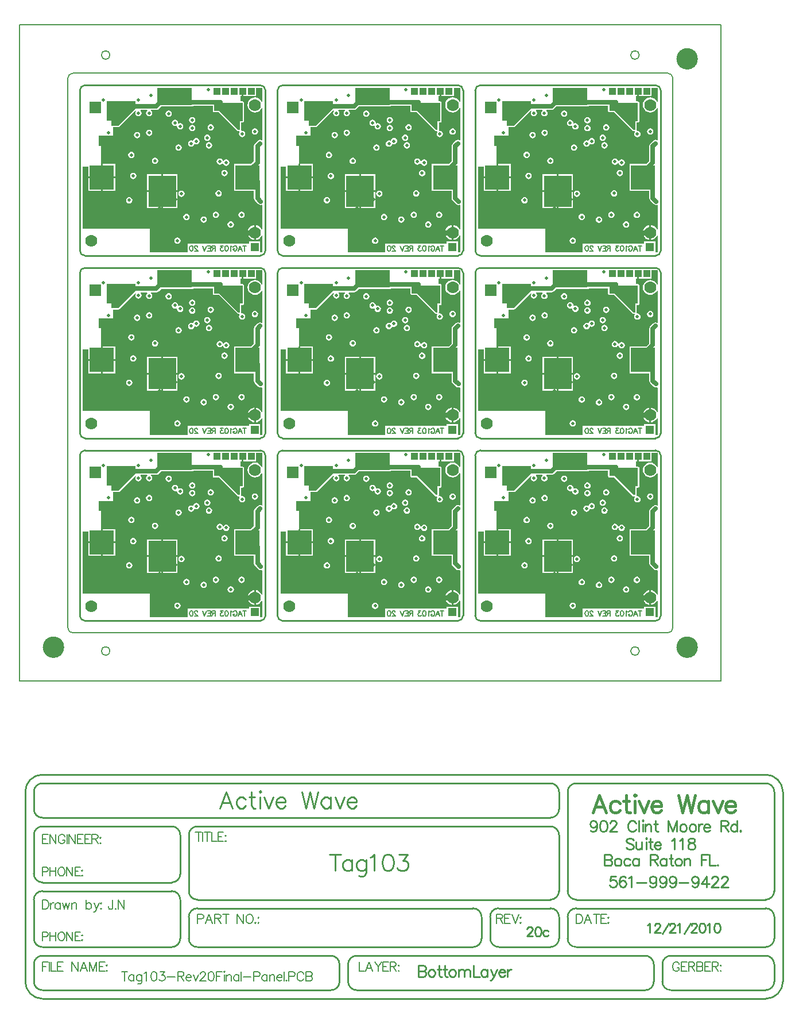
<source format=gbl>
%FSLAX24Y24*%
%MOIN*%
G70*
G01*
G75*
G04 Layer_Physical_Order=4*
G04 Layer_Color=16711680*
%ADD10C,0.0500*%
%ADD11C,0.0100*%
%ADD12C,0.0150*%
%ADD13R,0.0300X0.0300*%
%ADD14R,0.0740X0.0450*%
%ADD15R,0.0300X0.0300*%
%ADD16O,0.0240X0.0800*%
%ADD17R,0.0360X0.0500*%
%ADD18R,0.0360X0.0360*%
%ADD19R,0.0236X0.1000*%
%ADD20R,0.0236X0.0900*%
%ADD21R,0.0700X0.0236*%
%ADD22R,0.0900X0.0236*%
%ADD23O,0.0160X0.0600*%
%ADD24R,0.0138X0.0354*%
%ADD25R,0.0138X0.0354*%
%ADD26R,0.0236X0.0236*%
%ADD27O,0.0160X0.0600*%
%ADD28R,0.0200X0.0500*%
%ADD29R,0.0748X0.0433*%
%ADD30C,0.0120*%
%ADD31C,0.0080*%
%ADD32C,0.0250*%
%ADD33C,0.0200*%
%ADD34C,0.0120*%
%ADD35C,0.0160*%
%ADD36C,0.0140*%
%ADD37C,0.0260*%
%ADD38C,0.0060*%
%ADD39C,0.0050*%
%ADD40C,0.0090*%
%ADD41C,0.1180*%
%ADD42C,0.0700*%
%ADD43R,0.0500X0.0500*%
%ADD44R,0.0394X0.0433*%
%ADD45C,0.0650*%
%ADD46C,0.0200*%
%ADD47R,0.1398X0.1398*%
%ADD48R,0.2000X0.1000*%
%ADD49R,0.1600X0.1800*%
%ADD50C,0.0300*%
%ADD51R,0.0650X0.0650*%
G36*
X2560Y7681D02*
X1569Y6690D01*
X1159D01*
Y6980D01*
X889D01*
Y8110D01*
X2560D01*
Y7681D01*
D02*
G37*
G36*
X8779Y6950D02*
X8619D01*
Y6440D01*
X8539D01*
X7439Y7540D01*
X7129D01*
Y8010D01*
X8779D01*
Y6950D01*
D02*
G37*
G36*
X9940Y8080D02*
X9891Y8070D01*
X9876Y8107D01*
X9807Y8197D01*
X9717Y8266D01*
X9612Y8309D01*
X9500Y8324D01*
X9388Y8309D01*
X9283Y8266D01*
X9193Y8197D01*
X9124Y8107D01*
X9081Y8002D01*
X9066Y7890D01*
X9081Y7778D01*
X9124Y7673D01*
X9193Y7583D01*
X9283Y7514D01*
X9388Y7471D01*
X9500Y7456D01*
X9612Y7471D01*
X9717Y7514D01*
X9807Y7583D01*
X9876Y7673D01*
X9891Y7710D01*
X9940Y7700D01*
Y5856D01*
X9896Y5832D01*
X9880Y5843D01*
X9800Y5859D01*
X9720Y5843D01*
X9652Y5798D01*
X9502Y5648D01*
X9457Y5580D01*
X9441Y5500D01*
X9441Y5500D01*
Y4637D01*
X9273Y4469D01*
X8295D01*
Y2911D01*
X9441D01*
Y2480D01*
X9441Y2480D01*
X9457Y2400D01*
X9502Y2332D01*
X9692Y2142D01*
X9760Y2097D01*
X9840Y2081D01*
X9901Y2093D01*
X9940Y2061D01*
Y680D01*
X9891Y670D01*
X9876Y707D01*
X9807Y797D01*
X9717Y866D01*
X9612Y909D01*
X9550Y917D01*
Y490D01*
Y63D01*
X9612Y71D01*
X9717Y114D01*
X9807Y183D01*
X9876Y273D01*
X9891Y310D01*
X9940Y300D01*
Y-659D01*
X9810D01*
Y-30D01*
X9150D01*
Y-150D01*
X9120D01*
Y-150D01*
X5581D01*
Y-659D01*
X3400D01*
Y720D01*
X-500D01*
Y4310D01*
X-170D01*
Y3740D01*
X559D01*
Y4469D01*
X568D01*
Y5514D01*
X420D01*
Y6093D01*
X1259D01*
Y6608D01*
X1569D01*
X1569Y6608D01*
X1601Y6615D01*
X1627Y6632D01*
X1627Y6632D01*
X2562Y7568D01*
X2601Y7536D01*
X2570Y7490D01*
X2556Y7420D01*
X2570Y7350D01*
X2610Y7290D01*
X2670Y7250D01*
X2740Y7236D01*
X2810Y7250D01*
X2870Y7290D01*
X2910Y7350D01*
X2924Y7420D01*
X2910Y7490D01*
X2870Y7550D01*
X2857Y7558D01*
X2872Y7606D01*
X3233D01*
X3248Y7558D01*
X3220Y7540D01*
X3180Y7480D01*
X3166Y7410D01*
X3180Y7340D01*
X3220Y7280D01*
X3280Y7240D01*
X3350Y7226D01*
X3420Y7240D01*
X3480Y7280D01*
X3520Y7340D01*
X3534Y7410D01*
X3520Y7480D01*
X3480Y7540D01*
X3452Y7558D01*
X3467Y7606D01*
X3765D01*
X3765Y7606D01*
X3845Y7622D01*
X3913Y7667D01*
X4056Y7810D01*
X5919D01*
Y7841D01*
X7048D01*
Y7540D01*
X7054Y7509D01*
X7072Y7482D01*
X7098Y7465D01*
X7129Y7458D01*
X7405D01*
X8482Y6382D01*
X8508Y6365D01*
X8539Y6358D01*
X8539Y6358D01*
X8586D01*
X8610Y6314D01*
X8580Y6270D01*
X8566Y6200D01*
X8580Y6130D01*
X8620Y6070D01*
X8680Y6030D01*
X8750Y6016D01*
X8820Y6030D01*
X8880Y6070D01*
X8920Y6130D01*
X8934Y6200D01*
X8920Y6270D01*
X8880Y6330D01*
X8820Y6370D01*
X8750Y6384D01*
X8736Y6381D01*
X8718Y6393D01*
X8696Y6415D01*
X8701Y6440D01*
Y6868D01*
X8779D01*
X8810Y6875D01*
X8837Y6892D01*
X8855Y6919D01*
X8861Y6950D01*
Y8010D01*
X8855Y8041D01*
X8837Y8068D01*
X8810Y8085D01*
X8779Y8092D01*
X8670D01*
Y8393D01*
X8740D01*
Y8690D01*
X8840D01*
Y8393D01*
X9567D01*
Y8890D01*
X9940D01*
Y8080D01*
D02*
G37*
%LPC*%
G36*
X7390Y2944D02*
X7320Y2930D01*
X7260Y2890D01*
X7220Y2830D01*
X7206Y2760D01*
X7220Y2690D01*
X7260Y2630D01*
X7320Y2590D01*
X7390Y2576D01*
X7460Y2590D01*
X7520Y2630D01*
X7560Y2690D01*
X7574Y2760D01*
X7560Y2830D01*
X7520Y2890D01*
X7460Y2930D01*
X7390Y2944D01*
D02*
G37*
G36*
X5240Y2914D02*
X5170Y2900D01*
X5110Y2860D01*
X5070Y2800D01*
X5056Y2730D01*
X5070Y2660D01*
X5110Y2600D01*
X5170Y2560D01*
X5240Y2546D01*
X5310Y2560D01*
X5370Y2600D01*
X5410Y2660D01*
X5424Y2730D01*
X5410Y2800D01*
X5370Y2860D01*
X5310Y2900D01*
X5240Y2914D01*
D02*
G37*
G36*
X4999Y2840D02*
X4169D01*
Y1910D01*
X4999D01*
Y2840D01*
D02*
G37*
G36*
X2200Y2544D02*
X2130Y2530D01*
X2070Y2490D01*
X2030Y2430D01*
X2016Y2360D01*
X2030Y2290D01*
X2070Y2230D01*
X2130Y2190D01*
X2200Y2176D01*
X2270Y2190D01*
X2330Y2230D01*
X2370Y2290D01*
X2384Y2360D01*
X2370Y2430D01*
X2330Y2490D01*
X2270Y2530D01*
X2200Y2544D01*
D02*
G37*
G36*
X4999Y3870D02*
X4169D01*
Y2940D01*
X4999D01*
Y3870D01*
D02*
G37*
G36*
X4069D02*
X3239D01*
Y2940D01*
X4069D01*
Y3870D01*
D02*
G37*
G36*
X559Y3640D02*
X-170D01*
Y2911D01*
X559D01*
Y3640D01*
D02*
G37*
G36*
X1388D02*
X659D01*
Y2911D01*
X1388D01*
Y3640D01*
D02*
G37*
G36*
X4069Y2840D02*
X3239D01*
Y1910D01*
X4069D01*
Y2840D01*
D02*
G37*
G36*
X9450Y917D02*
X9388Y909D01*
X9283Y866D01*
X9193Y797D01*
X9124Y707D01*
X9081Y602D01*
X9073Y540D01*
X9450D01*
Y917D01*
D02*
G37*
G36*
X8094Y1139D02*
X8024Y1125D01*
X7964Y1086D01*
X7925Y1026D01*
X7911Y956D01*
X7925Y886D01*
X7964Y826D01*
X8024Y786D01*
X8094Y772D01*
X8164Y786D01*
X8224Y826D01*
X8264Y886D01*
X8278Y956D01*
X8264Y1026D01*
X8224Y1086D01*
X8164Y1125D01*
X8094Y1139D01*
D02*
G37*
G36*
X5000Y194D02*
X4930Y180D01*
X4870Y140D01*
X4830Y80D01*
X4816Y10D01*
X4830Y-60D01*
X4870Y-120D01*
X4930Y-160D01*
X5000Y-174D01*
X5070Y-160D01*
X5130Y-120D01*
X5170Y-60D01*
X5184Y10D01*
X5170Y80D01*
X5130Y140D01*
X5070Y180D01*
X5000Y194D01*
D02*
G37*
G36*
X9450Y440D02*
X9073D01*
X9081Y378D01*
X9124Y273D01*
X9193Y183D01*
X9283Y114D01*
X9388Y71D01*
X9450Y63D01*
Y440D01*
D02*
G37*
G36*
X7240Y1704D02*
X7170Y1690D01*
X7110Y1650D01*
X7070Y1590D01*
X7056Y1520D01*
X7070Y1450D01*
X7110Y1390D01*
X7170Y1350D01*
X7240Y1336D01*
X7310Y1350D01*
X7370Y1390D01*
X7410Y1450D01*
X7424Y1520D01*
X7410Y1590D01*
X7370Y1650D01*
X7310Y1690D01*
X7240Y1704D01*
D02*
G37*
G36*
X8720D02*
X8650Y1690D01*
X8590Y1650D01*
X8550Y1590D01*
X8536Y1520D01*
X8550Y1450D01*
X8590Y1390D01*
X8650Y1350D01*
X8720Y1336D01*
X8790Y1350D01*
X8850Y1390D01*
X8890Y1450D01*
X8904Y1520D01*
X8890Y1590D01*
X8850Y1650D01*
X8790Y1690D01*
X8720Y1704D01*
D02*
G37*
G36*
X6520Y1414D02*
X6450Y1400D01*
X6390Y1360D01*
X6350Y1300D01*
X6336Y1230D01*
X6350Y1160D01*
X6390Y1100D01*
X6450Y1060D01*
X6520Y1046D01*
X6590Y1060D01*
X6650Y1100D01*
X6690Y1160D01*
X6704Y1230D01*
X6690Y1300D01*
X6650Y1360D01*
X6590Y1400D01*
X6520Y1414D01*
D02*
G37*
G36*
X5520Y1574D02*
X5450Y1560D01*
X5390Y1520D01*
X5350Y1460D01*
X5336Y1390D01*
X5350Y1320D01*
X5390Y1260D01*
X5450Y1220D01*
X5520Y1206D01*
X5590Y1220D01*
X5650Y1260D01*
X5690Y1320D01*
X5704Y1390D01*
X5690Y1460D01*
X5650Y1520D01*
X5590Y1560D01*
X5520Y1574D01*
D02*
G37*
G36*
X2430Y3954D02*
X2360Y3940D01*
X2300Y3900D01*
X2260Y3840D01*
X2246Y3770D01*
X2260Y3700D01*
X2300Y3640D01*
X2360Y3600D01*
X2430Y3586D01*
X2500Y3600D01*
X2560Y3640D01*
X2600Y3700D01*
X2614Y3770D01*
X2600Y3840D01*
X2560Y3900D01*
X2500Y3940D01*
X2430Y3954D01*
D02*
G37*
G36*
X9500Y6534D02*
X9430Y6520D01*
X9370Y6480D01*
X9330Y6420D01*
X9316Y6350D01*
X9330Y6280D01*
X9370Y6220D01*
X9430Y6180D01*
X9500Y6166D01*
X9570Y6180D01*
X9630Y6220D01*
X9670Y6280D01*
X9684Y6350D01*
X9670Y6420D01*
X9630Y6480D01*
X9570Y6520D01*
X9500Y6534D01*
D02*
G37*
G36*
X5850Y6734D02*
X5780Y6720D01*
X5720Y6680D01*
X5680Y6620D01*
X5666Y6550D01*
X5680Y6480D01*
X5720Y6420D01*
X5780Y6380D01*
X5850Y6366D01*
X5920Y6380D01*
X5980Y6420D01*
X6020Y6480D01*
X6034Y6550D01*
X6020Y6620D01*
X5980Y6680D01*
X5920Y6720D01*
X5850Y6734D01*
D02*
G37*
G36*
X2660Y6314D02*
X2590Y6300D01*
X2530Y6260D01*
X2490Y6200D01*
X2476Y6130D01*
X2490Y6060D01*
X2530Y6000D01*
X2590Y5960D01*
X2660Y5946D01*
X2730Y5960D01*
X2790Y6000D01*
X2830Y6060D01*
X2844Y6130D01*
X2830Y6200D01*
X2790Y6260D01*
X2730Y6300D01*
X2660Y6314D01*
D02*
G37*
G36*
X3360Y6454D02*
X3290Y6440D01*
X3230Y6400D01*
X3190Y6340D01*
X3176Y6270D01*
X3190Y6200D01*
X3230Y6140D01*
X3290Y6100D01*
X3360Y6086D01*
X3430Y6100D01*
X3490Y6140D01*
X3530Y6200D01*
X3544Y6270D01*
X3530Y6340D01*
X3490Y6400D01*
X3430Y6440D01*
X3360Y6454D01*
D02*
G37*
G36*
X5850Y7184D02*
X5780Y7170D01*
X5720Y7130D01*
X5680Y7070D01*
X5666Y7000D01*
X5680Y6930D01*
X5720Y6870D01*
X5780Y6830D01*
X5850Y6816D01*
X5920Y6830D01*
X5980Y6870D01*
X6020Y6930D01*
X6034Y7000D01*
X6020Y7070D01*
X5980Y7130D01*
X5920Y7170D01*
X5850Y7184D01*
D02*
G37*
G36*
X4490Y7564D02*
X4420Y7550D01*
X4360Y7510D01*
X4320Y7450D01*
X4306Y7380D01*
X4320Y7310D01*
X4360Y7250D01*
X4420Y7210D01*
X4490Y7196D01*
X4560Y7210D01*
X4620Y7250D01*
X4660Y7310D01*
X4674Y7380D01*
X4660Y7450D01*
X4620Y7510D01*
X4560Y7550D01*
X4490Y7564D01*
D02*
G37*
G36*
X6940Y6774D02*
X6870Y6760D01*
X6810Y6720D01*
X6770Y6660D01*
X6756Y6590D01*
X6770Y6520D01*
X6810Y6460D01*
X6870Y6420D01*
X6940Y6406D01*
X7010Y6420D01*
X7070Y6460D01*
X7110Y6520D01*
X7124Y6590D01*
X7110Y6660D01*
X7070Y6720D01*
X7010Y6760D01*
X6940Y6774D01*
D02*
G37*
G36*
X4850Y7034D02*
X4780Y7020D01*
X4720Y6980D01*
X4680Y6920D01*
X4666Y6850D01*
X4680Y6780D01*
X4720Y6720D01*
X4780Y6680D01*
X4850Y6666D01*
X4920Y6680D01*
X4926Y6684D01*
X4968Y6657D01*
X4966Y6650D01*
X4980Y6580D01*
X5020Y6520D01*
X5080Y6480D01*
X5150Y6466D01*
X5220Y6480D01*
X5280Y6520D01*
X5320Y6580D01*
X5334Y6650D01*
X5320Y6720D01*
X5280Y6780D01*
X5220Y6820D01*
X5150Y6834D01*
X5080Y6820D01*
X5074Y6816D01*
X5032Y6843D01*
X5034Y6850D01*
X5020Y6920D01*
X4980Y6980D01*
X4920Y7020D01*
X4850Y7034D01*
D02*
G37*
G36*
X6096Y5974D02*
X6026Y5960D01*
X5967Y5920D01*
X5927Y5860D01*
X5922Y5835D01*
X5876Y5816D01*
X5870Y5820D01*
X5800Y5834D01*
X5730Y5820D01*
X5670Y5780D01*
X5630Y5720D01*
X5616Y5650D01*
X5630Y5580D01*
X5670Y5520D01*
X5730Y5480D01*
X5800Y5466D01*
X5870Y5480D01*
X5930Y5520D01*
X5970Y5580D01*
X5975Y5605D01*
X6021Y5624D01*
X6026Y5620D01*
X6096Y5606D01*
X6167Y5620D01*
X6226Y5660D01*
X6266Y5720D01*
X6280Y5790D01*
X6266Y5860D01*
X6226Y5920D01*
X6167Y5960D01*
X6096Y5974D01*
D02*
G37*
G36*
X7450Y4784D02*
X7380Y4770D01*
X7320Y4730D01*
X7280Y4670D01*
X7266Y4600D01*
X7280Y4530D01*
X7320Y4470D01*
X7380Y4430D01*
X7450Y4416D01*
X7520Y4430D01*
X7580Y4470D01*
X7613Y4520D01*
X7662Y4511D01*
X7670Y4470D01*
X7710Y4410D01*
X7770Y4370D01*
X7840Y4356D01*
X7910Y4370D01*
X7970Y4410D01*
X8010Y4470D01*
X8024Y4540D01*
X8010Y4610D01*
X7970Y4670D01*
X7910Y4710D01*
X7840Y4724D01*
X7770Y4710D01*
X7710Y4670D01*
X7677Y4620D01*
X7628Y4629D01*
X7620Y4670D01*
X7580Y4730D01*
X7520Y4770D01*
X7450Y4784D01*
D02*
G37*
G36*
X3700Y4834D02*
X3630Y4820D01*
X3570Y4780D01*
X3530Y4720D01*
X3516Y4650D01*
X3530Y4580D01*
X3570Y4520D01*
X3630Y4480D01*
X3700Y4466D01*
X3770Y4480D01*
X3830Y4520D01*
X3870Y4580D01*
X3884Y4650D01*
X3870Y4720D01*
X3830Y4780D01*
X3770Y4820D01*
X3700Y4834D01*
D02*
G37*
G36*
X1388Y4469D02*
X659D01*
Y3740D01*
X1388D01*
Y4469D01*
D02*
G37*
G36*
X7730Y4114D02*
X7660Y4100D01*
X7600Y4060D01*
X7560Y4000D01*
X7546Y3930D01*
X7560Y3860D01*
X7600Y3800D01*
X7660Y3760D01*
X7730Y3746D01*
X7800Y3760D01*
X7860Y3800D01*
X7900Y3860D01*
X7914Y3930D01*
X7900Y4000D01*
X7860Y4060D01*
X7800Y4100D01*
X7730Y4114D01*
D02*
G37*
G36*
X6840Y5724D02*
X6770Y5710D01*
X6710Y5670D01*
X6670Y5610D01*
X6656Y5540D01*
X6670Y5470D01*
X6710Y5410D01*
X6770Y5370D01*
X6840Y5356D01*
X6910Y5370D01*
X6970Y5410D01*
X7010Y5470D01*
X7024Y5540D01*
X7010Y5610D01*
X6970Y5670D01*
X6910Y5710D01*
X6840Y5724D01*
D02*
G37*
G36*
X6740Y6174D02*
X6670Y6160D01*
X6610Y6120D01*
X6570Y6060D01*
X6556Y5990D01*
X6570Y5920D01*
X6610Y5860D01*
X6670Y5820D01*
X6740Y5806D01*
X6810Y5820D01*
X6870Y5860D01*
X6910Y5920D01*
X6924Y5990D01*
X6910Y6060D01*
X6870Y6120D01*
X6810Y6160D01*
X6740Y6174D01*
D02*
G37*
G36*
X2320Y5174D02*
X2250Y5160D01*
X2190Y5120D01*
X2150Y5060D01*
X2136Y4990D01*
X2150Y4920D01*
X2190Y4860D01*
X2250Y4820D01*
X2320Y4806D01*
X2390Y4820D01*
X2450Y4860D01*
X2490Y4920D01*
X2504Y4990D01*
X2490Y5060D01*
X2450Y5120D01*
X2390Y5160D01*
X2320Y5174D01*
D02*
G37*
G36*
X5073Y5591D02*
X5003Y5577D01*
X4943Y5537D01*
X4903Y5477D01*
X4889Y5407D01*
X4903Y5337D01*
X4943Y5277D01*
X5003Y5238D01*
X5073Y5224D01*
X5143Y5238D01*
X5203Y5277D01*
X5242Y5337D01*
X5256Y5407D01*
X5242Y5477D01*
X5203Y5537D01*
X5143Y5577D01*
X5073Y5591D01*
D02*
G37*
%LPD*%
G36*
X14040Y7681D02*
X13049Y6690D01*
X12639D01*
Y6980D01*
X12369D01*
Y8110D01*
X14040D01*
Y7681D01*
D02*
G37*
G36*
X20259Y6950D02*
X20099D01*
Y6440D01*
X20019D01*
X18919Y7540D01*
X18609D01*
Y8010D01*
X20259D01*
Y6950D01*
D02*
G37*
G36*
X21420Y8080D02*
X21371Y8070D01*
X21356Y8107D01*
X21287Y8197D01*
X21197Y8266D01*
X21092Y8309D01*
X20980Y8324D01*
X20868Y8309D01*
X20763Y8266D01*
X20673Y8197D01*
X20604Y8107D01*
X20561Y8002D01*
X20546Y7890D01*
X20561Y7778D01*
X20604Y7673D01*
X20673Y7583D01*
X20763Y7514D01*
X20868Y7471D01*
X20980Y7456D01*
X21092Y7471D01*
X21197Y7514D01*
X21287Y7583D01*
X21356Y7673D01*
X21371Y7710D01*
X21420Y7700D01*
Y5856D01*
X21376Y5832D01*
X21360Y5843D01*
X21280Y5859D01*
X21200Y5843D01*
X21132Y5798D01*
X20982Y5648D01*
X20937Y5580D01*
X20921Y5500D01*
X20921Y5500D01*
Y4637D01*
X20753Y4469D01*
X19775D01*
Y2911D01*
X20921D01*
Y2480D01*
X20921Y2480D01*
X20937Y2400D01*
X20982Y2332D01*
X21172Y2142D01*
X21240Y2097D01*
X21320Y2081D01*
X21381Y2093D01*
X21420Y2061D01*
Y680D01*
X21371Y670D01*
X21356Y707D01*
X21287Y797D01*
X21197Y866D01*
X21092Y909D01*
X21030Y917D01*
Y490D01*
Y63D01*
X21092Y71D01*
X21197Y114D01*
X21287Y183D01*
X21356Y273D01*
X21371Y310D01*
X21420Y300D01*
Y-659D01*
X21290D01*
Y-30D01*
X20630D01*
Y-150D01*
X20600D01*
Y-150D01*
X17061D01*
Y-659D01*
X14880D01*
Y720D01*
X10980D01*
Y4310D01*
X11310D01*
Y3740D01*
X12039D01*
Y4469D01*
X12048D01*
Y5514D01*
X11900D01*
Y6093D01*
X12739D01*
Y6608D01*
X13049D01*
X13049Y6608D01*
X13081Y6615D01*
X13107Y6632D01*
X13107Y6632D01*
X14042Y7568D01*
X14081Y7536D01*
X14050Y7490D01*
X14036Y7420D01*
X14050Y7350D01*
X14090Y7290D01*
X14150Y7250D01*
X14220Y7236D01*
X14290Y7250D01*
X14350Y7290D01*
X14390Y7350D01*
X14404Y7420D01*
X14390Y7490D01*
X14350Y7550D01*
X14337Y7558D01*
X14352Y7606D01*
X14713D01*
X14728Y7558D01*
X14700Y7540D01*
X14660Y7480D01*
X14646Y7410D01*
X14660Y7340D01*
X14700Y7280D01*
X14760Y7240D01*
X14830Y7226D01*
X14900Y7240D01*
X14960Y7280D01*
X15000Y7340D01*
X15014Y7410D01*
X15000Y7480D01*
X14960Y7540D01*
X14932Y7558D01*
X14947Y7606D01*
X15245D01*
X15245Y7606D01*
X15325Y7622D01*
X15393Y7667D01*
X15536Y7810D01*
X17399D01*
Y7841D01*
X18528D01*
Y7540D01*
X18534Y7509D01*
X18552Y7482D01*
X18578Y7465D01*
X18609Y7458D01*
X18886D01*
X19962Y6382D01*
X19988Y6365D01*
X20019Y6358D01*
X20019Y6358D01*
X20066D01*
X20090Y6314D01*
X20060Y6270D01*
X20046Y6200D01*
X20060Y6130D01*
X20100Y6070D01*
X20160Y6030D01*
X20230Y6016D01*
X20300Y6030D01*
X20360Y6070D01*
X20400Y6130D01*
X20414Y6200D01*
X20400Y6270D01*
X20360Y6330D01*
X20300Y6370D01*
X20230Y6384D01*
X20216Y6381D01*
X20198Y6393D01*
X20176Y6415D01*
X20181Y6440D01*
Y6868D01*
X20259D01*
X20291Y6875D01*
X20317Y6892D01*
X20335Y6919D01*
X20341Y6950D01*
Y8010D01*
X20335Y8041D01*
X20317Y8068D01*
X20291Y8085D01*
X20259Y8092D01*
X20150D01*
Y8393D01*
X20220D01*
Y8690D01*
X20320D01*
Y8393D01*
X21047D01*
Y8890D01*
X21420D01*
Y8080D01*
D02*
G37*
%LPC*%
G36*
X18870Y2944D02*
X18800Y2930D01*
X18740Y2890D01*
X18700Y2830D01*
X18686Y2760D01*
X18700Y2690D01*
X18740Y2630D01*
X18800Y2590D01*
X18870Y2576D01*
X18940Y2590D01*
X19000Y2630D01*
X19040Y2690D01*
X19054Y2760D01*
X19040Y2830D01*
X19000Y2890D01*
X18940Y2930D01*
X18870Y2944D01*
D02*
G37*
G36*
X16720Y2914D02*
X16650Y2900D01*
X16590Y2860D01*
X16550Y2800D01*
X16536Y2730D01*
X16550Y2660D01*
X16590Y2600D01*
X16650Y2560D01*
X16720Y2546D01*
X16790Y2560D01*
X16850Y2600D01*
X16890Y2660D01*
X16904Y2730D01*
X16890Y2800D01*
X16850Y2860D01*
X16790Y2900D01*
X16720Y2914D01*
D02*
G37*
G36*
X16479Y2840D02*
X15649D01*
Y1910D01*
X16479D01*
Y2840D01*
D02*
G37*
G36*
X13680Y2544D02*
X13610Y2530D01*
X13550Y2490D01*
X13510Y2430D01*
X13496Y2360D01*
X13510Y2290D01*
X13550Y2230D01*
X13610Y2190D01*
X13680Y2176D01*
X13750Y2190D01*
X13810Y2230D01*
X13850Y2290D01*
X13864Y2360D01*
X13850Y2430D01*
X13810Y2490D01*
X13750Y2530D01*
X13680Y2544D01*
D02*
G37*
G36*
X16479Y3870D02*
X15649D01*
Y2940D01*
X16479D01*
Y3870D01*
D02*
G37*
G36*
X15549D02*
X14719D01*
Y2940D01*
X15549D01*
Y3870D01*
D02*
G37*
G36*
X12039Y3640D02*
X11310D01*
Y2911D01*
X12039D01*
Y3640D01*
D02*
G37*
G36*
X12868D02*
X12139D01*
Y2911D01*
X12868D01*
Y3640D01*
D02*
G37*
G36*
X15549Y2840D02*
X14719D01*
Y1910D01*
X15549D01*
Y2840D01*
D02*
G37*
G36*
X20930Y917D02*
X20868Y909D01*
X20763Y866D01*
X20673Y797D01*
X20604Y707D01*
X20561Y602D01*
X20553Y540D01*
X20930D01*
Y917D01*
D02*
G37*
G36*
X19574Y1139D02*
X19504Y1125D01*
X19444Y1086D01*
X19405Y1026D01*
X19391Y956D01*
X19405Y886D01*
X19444Y826D01*
X19504Y786D01*
X19574Y772D01*
X19644Y786D01*
X19704Y826D01*
X19744Y886D01*
X19758Y956D01*
X19744Y1026D01*
X19704Y1086D01*
X19644Y1125D01*
X19574Y1139D01*
D02*
G37*
G36*
X16480Y194D02*
X16410Y180D01*
X16350Y140D01*
X16310Y80D01*
X16296Y10D01*
X16310Y-60D01*
X16350Y-120D01*
X16410Y-160D01*
X16480Y-174D01*
X16550Y-160D01*
X16610Y-120D01*
X16650Y-60D01*
X16664Y10D01*
X16650Y80D01*
X16610Y140D01*
X16550Y180D01*
X16480Y194D01*
D02*
G37*
G36*
X20930Y440D02*
X20553D01*
X20561Y378D01*
X20604Y273D01*
X20673Y183D01*
X20763Y114D01*
X20868Y71D01*
X20930Y63D01*
Y440D01*
D02*
G37*
G36*
X18720Y1704D02*
X18650Y1690D01*
X18590Y1650D01*
X18550Y1590D01*
X18536Y1520D01*
X18550Y1450D01*
X18590Y1390D01*
X18650Y1350D01*
X18720Y1336D01*
X18790Y1350D01*
X18850Y1390D01*
X18890Y1450D01*
X18904Y1520D01*
X18890Y1590D01*
X18850Y1650D01*
X18790Y1690D01*
X18720Y1704D01*
D02*
G37*
G36*
X20200D02*
X20130Y1690D01*
X20070Y1650D01*
X20030Y1590D01*
X20016Y1520D01*
X20030Y1450D01*
X20070Y1390D01*
X20130Y1350D01*
X20200Y1336D01*
X20270Y1350D01*
X20330Y1390D01*
X20370Y1450D01*
X20384Y1520D01*
X20370Y1590D01*
X20330Y1650D01*
X20270Y1690D01*
X20200Y1704D01*
D02*
G37*
G36*
X18000Y1414D02*
X17930Y1400D01*
X17870Y1360D01*
X17830Y1300D01*
X17816Y1230D01*
X17830Y1160D01*
X17870Y1100D01*
X17930Y1060D01*
X18000Y1046D01*
X18070Y1060D01*
X18130Y1100D01*
X18170Y1160D01*
X18184Y1230D01*
X18170Y1300D01*
X18130Y1360D01*
X18070Y1400D01*
X18000Y1414D01*
D02*
G37*
G36*
X17000Y1574D02*
X16930Y1560D01*
X16870Y1520D01*
X16830Y1460D01*
X16816Y1390D01*
X16830Y1320D01*
X16870Y1260D01*
X16930Y1220D01*
X17000Y1206D01*
X17070Y1220D01*
X17130Y1260D01*
X17170Y1320D01*
X17184Y1390D01*
X17170Y1460D01*
X17130Y1520D01*
X17070Y1560D01*
X17000Y1574D01*
D02*
G37*
G36*
X13910Y3954D02*
X13840Y3940D01*
X13780Y3900D01*
X13740Y3840D01*
X13726Y3770D01*
X13740Y3700D01*
X13780Y3640D01*
X13840Y3600D01*
X13910Y3586D01*
X13980Y3600D01*
X14040Y3640D01*
X14080Y3700D01*
X14094Y3770D01*
X14080Y3840D01*
X14040Y3900D01*
X13980Y3940D01*
X13910Y3954D01*
D02*
G37*
G36*
X20980Y6534D02*
X20910Y6520D01*
X20850Y6480D01*
X20810Y6420D01*
X20796Y6350D01*
X20810Y6280D01*
X20850Y6220D01*
X20910Y6180D01*
X20980Y6166D01*
X21050Y6180D01*
X21110Y6220D01*
X21150Y6280D01*
X21164Y6350D01*
X21150Y6420D01*
X21110Y6480D01*
X21050Y6520D01*
X20980Y6534D01*
D02*
G37*
G36*
X17330Y6734D02*
X17260Y6720D01*
X17200Y6680D01*
X17160Y6620D01*
X17146Y6550D01*
X17160Y6480D01*
X17200Y6420D01*
X17260Y6380D01*
X17330Y6366D01*
X17400Y6380D01*
X17460Y6420D01*
X17500Y6480D01*
X17514Y6550D01*
X17500Y6620D01*
X17460Y6680D01*
X17400Y6720D01*
X17330Y6734D01*
D02*
G37*
G36*
X14140Y6314D02*
X14070Y6300D01*
X14010Y6260D01*
X13970Y6200D01*
X13956Y6130D01*
X13970Y6060D01*
X14010Y6000D01*
X14070Y5960D01*
X14140Y5946D01*
X14210Y5960D01*
X14270Y6000D01*
X14310Y6060D01*
X14324Y6130D01*
X14310Y6200D01*
X14270Y6260D01*
X14210Y6300D01*
X14140Y6314D01*
D02*
G37*
G36*
X14840Y6454D02*
X14770Y6440D01*
X14710Y6400D01*
X14670Y6340D01*
X14656Y6270D01*
X14670Y6200D01*
X14710Y6140D01*
X14770Y6100D01*
X14840Y6086D01*
X14910Y6100D01*
X14970Y6140D01*
X15010Y6200D01*
X15024Y6270D01*
X15010Y6340D01*
X14970Y6400D01*
X14910Y6440D01*
X14840Y6454D01*
D02*
G37*
G36*
X17330Y7184D02*
X17260Y7170D01*
X17200Y7130D01*
X17160Y7070D01*
X17146Y7000D01*
X17160Y6930D01*
X17200Y6870D01*
X17260Y6830D01*
X17330Y6816D01*
X17400Y6830D01*
X17460Y6870D01*
X17500Y6930D01*
X17514Y7000D01*
X17500Y7070D01*
X17460Y7130D01*
X17400Y7170D01*
X17330Y7184D01*
D02*
G37*
G36*
X15970Y7564D02*
X15900Y7550D01*
X15840Y7510D01*
X15800Y7450D01*
X15786Y7380D01*
X15800Y7310D01*
X15840Y7250D01*
X15900Y7210D01*
X15970Y7196D01*
X16040Y7210D01*
X16100Y7250D01*
X16140Y7310D01*
X16154Y7380D01*
X16140Y7450D01*
X16100Y7510D01*
X16040Y7550D01*
X15970Y7564D01*
D02*
G37*
G36*
X18420Y6774D02*
X18350Y6760D01*
X18290Y6720D01*
X18250Y6660D01*
X18236Y6590D01*
X18250Y6520D01*
X18290Y6460D01*
X18350Y6420D01*
X18420Y6406D01*
X18490Y6420D01*
X18550Y6460D01*
X18590Y6520D01*
X18604Y6590D01*
X18590Y6660D01*
X18550Y6720D01*
X18490Y6760D01*
X18420Y6774D01*
D02*
G37*
G36*
X16330Y7034D02*
X16260Y7020D01*
X16200Y6980D01*
X16160Y6920D01*
X16146Y6850D01*
X16160Y6780D01*
X16200Y6720D01*
X16260Y6680D01*
X16330Y6666D01*
X16400Y6680D01*
X16406Y6684D01*
X16448Y6657D01*
X16446Y6650D01*
X16460Y6580D01*
X16500Y6520D01*
X16560Y6480D01*
X16630Y6466D01*
X16700Y6480D01*
X16760Y6520D01*
X16800Y6580D01*
X16814Y6650D01*
X16800Y6720D01*
X16760Y6780D01*
X16700Y6820D01*
X16630Y6834D01*
X16560Y6820D01*
X16554Y6816D01*
X16512Y6843D01*
X16514Y6850D01*
X16500Y6920D01*
X16460Y6980D01*
X16400Y7020D01*
X16330Y7034D01*
D02*
G37*
G36*
X17576Y5974D02*
X17506Y5960D01*
X17447Y5920D01*
X17407Y5860D01*
X17402Y5835D01*
X17356Y5816D01*
X17350Y5820D01*
X17280Y5834D01*
X17210Y5820D01*
X17150Y5780D01*
X17110Y5720D01*
X17096Y5650D01*
X17110Y5580D01*
X17150Y5520D01*
X17210Y5480D01*
X17280Y5466D01*
X17350Y5480D01*
X17410Y5520D01*
X17450Y5580D01*
X17455Y5605D01*
X17501Y5624D01*
X17506Y5620D01*
X17576Y5606D01*
X17647Y5620D01*
X17706Y5660D01*
X17746Y5720D01*
X17760Y5790D01*
X17746Y5860D01*
X17706Y5920D01*
X17647Y5960D01*
X17576Y5974D01*
D02*
G37*
G36*
X18930Y4784D02*
X18860Y4770D01*
X18800Y4730D01*
X18760Y4670D01*
X18746Y4600D01*
X18760Y4530D01*
X18800Y4470D01*
X18860Y4430D01*
X18930Y4416D01*
X19000Y4430D01*
X19060Y4470D01*
X19093Y4520D01*
X19142Y4511D01*
X19150Y4470D01*
X19190Y4410D01*
X19250Y4370D01*
X19320Y4356D01*
X19390Y4370D01*
X19450Y4410D01*
X19490Y4470D01*
X19504Y4540D01*
X19490Y4610D01*
X19450Y4670D01*
X19390Y4710D01*
X19320Y4724D01*
X19250Y4710D01*
X19190Y4670D01*
X19157Y4620D01*
X19108Y4629D01*
X19100Y4670D01*
X19060Y4730D01*
X19000Y4770D01*
X18930Y4784D01*
D02*
G37*
G36*
X15180Y4834D02*
X15110Y4820D01*
X15050Y4780D01*
X15010Y4720D01*
X14996Y4650D01*
X15010Y4580D01*
X15050Y4520D01*
X15110Y4480D01*
X15180Y4466D01*
X15250Y4480D01*
X15310Y4520D01*
X15350Y4580D01*
X15364Y4650D01*
X15350Y4720D01*
X15310Y4780D01*
X15250Y4820D01*
X15180Y4834D01*
D02*
G37*
G36*
X12868Y4469D02*
X12139D01*
Y3740D01*
X12868D01*
Y4469D01*
D02*
G37*
G36*
X19210Y4114D02*
X19140Y4100D01*
X19080Y4060D01*
X19040Y4000D01*
X19026Y3930D01*
X19040Y3860D01*
X19080Y3800D01*
X19140Y3760D01*
X19210Y3746D01*
X19280Y3760D01*
X19340Y3800D01*
X19380Y3860D01*
X19394Y3930D01*
X19380Y4000D01*
X19340Y4060D01*
X19280Y4100D01*
X19210Y4114D01*
D02*
G37*
G36*
X18320Y5724D02*
X18250Y5710D01*
X18190Y5670D01*
X18150Y5610D01*
X18136Y5540D01*
X18150Y5470D01*
X18190Y5410D01*
X18250Y5370D01*
X18320Y5356D01*
X18390Y5370D01*
X18450Y5410D01*
X18490Y5470D01*
X18504Y5540D01*
X18490Y5610D01*
X18450Y5670D01*
X18390Y5710D01*
X18320Y5724D01*
D02*
G37*
G36*
X18220Y6174D02*
X18150Y6160D01*
X18090Y6120D01*
X18050Y6060D01*
X18036Y5990D01*
X18050Y5920D01*
X18090Y5860D01*
X18150Y5820D01*
X18220Y5806D01*
X18290Y5820D01*
X18350Y5860D01*
X18390Y5920D01*
X18404Y5990D01*
X18390Y6060D01*
X18350Y6120D01*
X18290Y6160D01*
X18220Y6174D01*
D02*
G37*
G36*
X13800Y5174D02*
X13730Y5160D01*
X13670Y5120D01*
X13630Y5060D01*
X13616Y4990D01*
X13630Y4920D01*
X13670Y4860D01*
X13730Y4820D01*
X13800Y4806D01*
X13870Y4820D01*
X13930Y4860D01*
X13970Y4920D01*
X13984Y4990D01*
X13970Y5060D01*
X13930Y5120D01*
X13870Y5160D01*
X13800Y5174D01*
D02*
G37*
G36*
X16553Y5591D02*
X16483Y5577D01*
X16423Y5537D01*
X16383Y5477D01*
X16369Y5407D01*
X16383Y5337D01*
X16423Y5277D01*
X16483Y5238D01*
X16553Y5224D01*
X16623Y5238D01*
X16683Y5277D01*
X16722Y5337D01*
X16736Y5407D01*
X16722Y5477D01*
X16683Y5537D01*
X16623Y5577D01*
X16553Y5591D01*
D02*
G37*
%LPD*%
G36*
X25520Y7681D02*
X24529Y6690D01*
X24119D01*
Y6980D01*
X23849D01*
Y8110D01*
X25520D01*
Y7681D01*
D02*
G37*
G36*
X31739Y6950D02*
X31579D01*
Y6440D01*
X31499D01*
X30399Y7540D01*
X30089D01*
Y8010D01*
X31739D01*
Y6950D01*
D02*
G37*
G36*
X32900Y8080D02*
X32851Y8070D01*
X32836Y8107D01*
X32767Y8197D01*
X32677Y8266D01*
X32572Y8309D01*
X32460Y8324D01*
X32348Y8309D01*
X32243Y8266D01*
X32153Y8197D01*
X32084Y8107D01*
X32041Y8002D01*
X32026Y7890D01*
X32041Y7778D01*
X32084Y7673D01*
X32153Y7583D01*
X32243Y7514D01*
X32348Y7471D01*
X32460Y7456D01*
X32572Y7471D01*
X32677Y7514D01*
X32767Y7583D01*
X32836Y7673D01*
X32851Y7710D01*
X32900Y7700D01*
Y5856D01*
X32856Y5832D01*
X32840Y5843D01*
X32760Y5859D01*
X32680Y5843D01*
X32612Y5798D01*
X32462Y5648D01*
X32417Y5580D01*
X32401Y5500D01*
X32401Y5500D01*
Y4637D01*
X32233Y4469D01*
X31255D01*
Y2911D01*
X32401D01*
Y2480D01*
X32401Y2480D01*
X32417Y2400D01*
X32462Y2332D01*
X32652Y2142D01*
X32720Y2097D01*
X32800Y2081D01*
X32861Y2093D01*
X32900Y2061D01*
Y680D01*
X32851Y670D01*
X32836Y707D01*
X32767Y797D01*
X32677Y866D01*
X32572Y909D01*
X32510Y917D01*
Y490D01*
Y63D01*
X32572Y71D01*
X32677Y114D01*
X32767Y183D01*
X32836Y273D01*
X32851Y310D01*
X32900Y300D01*
Y-659D01*
X32770D01*
Y-30D01*
X32110D01*
Y-150D01*
X32080D01*
Y-150D01*
X28541D01*
Y-659D01*
X26360D01*
Y720D01*
X22460D01*
Y4310D01*
X22790D01*
Y3740D01*
X23519D01*
Y4469D01*
X23528D01*
Y5514D01*
X23380D01*
Y6093D01*
X24219D01*
Y6608D01*
X24529D01*
X24529Y6608D01*
X24560Y6615D01*
X24587Y6632D01*
X24587Y6632D01*
X25522Y7568D01*
X25561Y7536D01*
X25530Y7490D01*
X25516Y7420D01*
X25530Y7350D01*
X25570Y7290D01*
X25630Y7250D01*
X25700Y7236D01*
X25770Y7250D01*
X25830Y7290D01*
X25870Y7350D01*
X25884Y7420D01*
X25870Y7490D01*
X25830Y7550D01*
X25817Y7558D01*
X25832Y7606D01*
X26193D01*
X26208Y7558D01*
X26180Y7540D01*
X26140Y7480D01*
X26126Y7410D01*
X26140Y7340D01*
X26180Y7280D01*
X26240Y7240D01*
X26310Y7226D01*
X26380Y7240D01*
X26440Y7280D01*
X26480Y7340D01*
X26494Y7410D01*
X26480Y7480D01*
X26440Y7540D01*
X26412Y7558D01*
X26427Y7606D01*
X26725D01*
X26725Y7606D01*
X26805Y7622D01*
X26873Y7667D01*
X27016Y7810D01*
X28879D01*
Y7841D01*
X30008D01*
Y7540D01*
X30014Y7509D01*
X30032Y7482D01*
X30058Y7465D01*
X30089Y7458D01*
X30366D01*
X31442Y6382D01*
X31468Y6365D01*
X31499Y6358D01*
X31499Y6358D01*
X31546D01*
X31570Y6314D01*
X31540Y6270D01*
X31526Y6200D01*
X31540Y6130D01*
X31580Y6070D01*
X31640Y6030D01*
X31710Y6016D01*
X31780Y6030D01*
X31840Y6070D01*
X31880Y6130D01*
X31894Y6200D01*
X31880Y6270D01*
X31840Y6330D01*
X31780Y6370D01*
X31710Y6384D01*
X31696Y6381D01*
X31678Y6393D01*
X31656Y6415D01*
X31661Y6440D01*
Y6868D01*
X31739D01*
X31771Y6875D01*
X31797Y6892D01*
X31815Y6919D01*
X31821Y6950D01*
Y8010D01*
X31815Y8041D01*
X31797Y8068D01*
X31771Y8085D01*
X31739Y8092D01*
X31630D01*
Y8393D01*
X31700D01*
Y8690D01*
X31800D01*
Y8393D01*
X32527D01*
Y8890D01*
X32900D01*
Y8080D01*
D02*
G37*
%LPC*%
G36*
X30350Y2944D02*
X30280Y2930D01*
X30220Y2890D01*
X30180Y2830D01*
X30166Y2760D01*
X30180Y2690D01*
X30220Y2630D01*
X30280Y2590D01*
X30350Y2576D01*
X30420Y2590D01*
X30480Y2630D01*
X30520Y2690D01*
X30534Y2760D01*
X30520Y2830D01*
X30480Y2890D01*
X30420Y2930D01*
X30350Y2944D01*
D02*
G37*
G36*
X28200Y2914D02*
X28130Y2900D01*
X28070Y2860D01*
X28030Y2800D01*
X28016Y2730D01*
X28030Y2660D01*
X28070Y2600D01*
X28130Y2560D01*
X28200Y2546D01*
X28270Y2560D01*
X28330Y2600D01*
X28370Y2660D01*
X28384Y2730D01*
X28370Y2800D01*
X28330Y2860D01*
X28270Y2900D01*
X28200Y2914D01*
D02*
G37*
G36*
X27959Y2840D02*
X27129D01*
Y1910D01*
X27959D01*
Y2840D01*
D02*
G37*
G36*
X25160Y2544D02*
X25090Y2530D01*
X25030Y2490D01*
X24990Y2430D01*
X24976Y2360D01*
X24990Y2290D01*
X25030Y2230D01*
X25090Y2190D01*
X25160Y2176D01*
X25230Y2190D01*
X25290Y2230D01*
X25330Y2290D01*
X25344Y2360D01*
X25330Y2430D01*
X25290Y2490D01*
X25230Y2530D01*
X25160Y2544D01*
D02*
G37*
G36*
X27959Y3870D02*
X27129D01*
Y2940D01*
X27959D01*
Y3870D01*
D02*
G37*
G36*
X27029D02*
X26199D01*
Y2940D01*
X27029D01*
Y3870D01*
D02*
G37*
G36*
X23519Y3640D02*
X22790D01*
Y2911D01*
X23519D01*
Y3640D01*
D02*
G37*
G36*
X24348D02*
X23619D01*
Y2911D01*
X24348D01*
Y3640D01*
D02*
G37*
G36*
X27029Y2840D02*
X26199D01*
Y1910D01*
X27029D01*
Y2840D01*
D02*
G37*
G36*
X32410Y917D02*
X32348Y909D01*
X32243Y866D01*
X32153Y797D01*
X32084Y707D01*
X32041Y602D01*
X32033Y540D01*
X32410D01*
Y917D01*
D02*
G37*
G36*
X31054Y1139D02*
X30984Y1125D01*
X30924Y1086D01*
X30885Y1026D01*
X30871Y956D01*
X30885Y886D01*
X30924Y826D01*
X30984Y786D01*
X31054Y772D01*
X31124Y786D01*
X31184Y826D01*
X31224Y886D01*
X31238Y956D01*
X31224Y1026D01*
X31184Y1086D01*
X31124Y1125D01*
X31054Y1139D01*
D02*
G37*
G36*
X27960Y194D02*
X27890Y180D01*
X27830Y140D01*
X27790Y80D01*
X27776Y10D01*
X27790Y-60D01*
X27830Y-120D01*
X27890Y-160D01*
X27960Y-174D01*
X28030Y-160D01*
X28090Y-120D01*
X28130Y-60D01*
X28144Y10D01*
X28130Y80D01*
X28090Y140D01*
X28030Y180D01*
X27960Y194D01*
D02*
G37*
G36*
X32410Y440D02*
X32033D01*
X32041Y378D01*
X32084Y273D01*
X32153Y183D01*
X32243Y114D01*
X32348Y71D01*
X32410Y63D01*
Y440D01*
D02*
G37*
G36*
X30200Y1704D02*
X30130Y1690D01*
X30070Y1650D01*
X30030Y1590D01*
X30016Y1520D01*
X30030Y1450D01*
X30070Y1390D01*
X30130Y1350D01*
X30200Y1336D01*
X30270Y1350D01*
X30330Y1390D01*
X30370Y1450D01*
X30384Y1520D01*
X30370Y1590D01*
X30330Y1650D01*
X30270Y1690D01*
X30200Y1704D01*
D02*
G37*
G36*
X31680D02*
X31610Y1690D01*
X31550Y1650D01*
X31510Y1590D01*
X31496Y1520D01*
X31510Y1450D01*
X31550Y1390D01*
X31610Y1350D01*
X31680Y1336D01*
X31750Y1350D01*
X31810Y1390D01*
X31850Y1450D01*
X31864Y1520D01*
X31850Y1590D01*
X31810Y1650D01*
X31750Y1690D01*
X31680Y1704D01*
D02*
G37*
G36*
X29480Y1414D02*
X29410Y1400D01*
X29350Y1360D01*
X29310Y1300D01*
X29296Y1230D01*
X29310Y1160D01*
X29350Y1100D01*
X29410Y1060D01*
X29480Y1046D01*
X29550Y1060D01*
X29610Y1100D01*
X29650Y1160D01*
X29664Y1230D01*
X29650Y1300D01*
X29610Y1360D01*
X29550Y1400D01*
X29480Y1414D01*
D02*
G37*
G36*
X28480Y1574D02*
X28410Y1560D01*
X28350Y1520D01*
X28310Y1460D01*
X28296Y1390D01*
X28310Y1320D01*
X28350Y1260D01*
X28410Y1220D01*
X28480Y1206D01*
X28550Y1220D01*
X28610Y1260D01*
X28650Y1320D01*
X28664Y1390D01*
X28650Y1460D01*
X28610Y1520D01*
X28550Y1560D01*
X28480Y1574D01*
D02*
G37*
G36*
X25390Y3954D02*
X25320Y3940D01*
X25260Y3900D01*
X25220Y3840D01*
X25206Y3770D01*
X25220Y3700D01*
X25260Y3640D01*
X25320Y3600D01*
X25390Y3586D01*
X25460Y3600D01*
X25520Y3640D01*
X25560Y3700D01*
X25574Y3770D01*
X25560Y3840D01*
X25520Y3900D01*
X25460Y3940D01*
X25390Y3954D01*
D02*
G37*
G36*
X32460Y6534D02*
X32390Y6520D01*
X32330Y6480D01*
X32290Y6420D01*
X32276Y6350D01*
X32290Y6280D01*
X32330Y6220D01*
X32390Y6180D01*
X32460Y6166D01*
X32530Y6180D01*
X32590Y6220D01*
X32630Y6280D01*
X32644Y6350D01*
X32630Y6420D01*
X32590Y6480D01*
X32530Y6520D01*
X32460Y6534D01*
D02*
G37*
G36*
X28810Y6734D02*
X28740Y6720D01*
X28680Y6680D01*
X28640Y6620D01*
X28626Y6550D01*
X28640Y6480D01*
X28680Y6420D01*
X28740Y6380D01*
X28810Y6366D01*
X28880Y6380D01*
X28940Y6420D01*
X28980Y6480D01*
X28994Y6550D01*
X28980Y6620D01*
X28940Y6680D01*
X28880Y6720D01*
X28810Y6734D01*
D02*
G37*
G36*
X25620Y6314D02*
X25550Y6300D01*
X25490Y6260D01*
X25450Y6200D01*
X25436Y6130D01*
X25450Y6060D01*
X25490Y6000D01*
X25550Y5960D01*
X25620Y5946D01*
X25690Y5960D01*
X25750Y6000D01*
X25790Y6060D01*
X25804Y6130D01*
X25790Y6200D01*
X25750Y6260D01*
X25690Y6300D01*
X25620Y6314D01*
D02*
G37*
G36*
X26320Y6454D02*
X26250Y6440D01*
X26190Y6400D01*
X26150Y6340D01*
X26136Y6270D01*
X26150Y6200D01*
X26190Y6140D01*
X26250Y6100D01*
X26320Y6086D01*
X26390Y6100D01*
X26450Y6140D01*
X26490Y6200D01*
X26504Y6270D01*
X26490Y6340D01*
X26450Y6400D01*
X26390Y6440D01*
X26320Y6454D01*
D02*
G37*
G36*
X28810Y7184D02*
X28740Y7170D01*
X28680Y7130D01*
X28640Y7070D01*
X28626Y7000D01*
X28640Y6930D01*
X28680Y6870D01*
X28740Y6830D01*
X28810Y6816D01*
X28880Y6830D01*
X28940Y6870D01*
X28980Y6930D01*
X28994Y7000D01*
X28980Y7070D01*
X28940Y7130D01*
X28880Y7170D01*
X28810Y7184D01*
D02*
G37*
G36*
X27450Y7564D02*
X27380Y7550D01*
X27320Y7510D01*
X27280Y7450D01*
X27266Y7380D01*
X27280Y7310D01*
X27320Y7250D01*
X27380Y7210D01*
X27450Y7196D01*
X27520Y7210D01*
X27580Y7250D01*
X27620Y7310D01*
X27634Y7380D01*
X27620Y7450D01*
X27580Y7510D01*
X27520Y7550D01*
X27450Y7564D01*
D02*
G37*
G36*
X29900Y6774D02*
X29830Y6760D01*
X29770Y6720D01*
X29730Y6660D01*
X29716Y6590D01*
X29730Y6520D01*
X29770Y6460D01*
X29830Y6420D01*
X29900Y6406D01*
X29970Y6420D01*
X30030Y6460D01*
X30070Y6520D01*
X30084Y6590D01*
X30070Y6660D01*
X30030Y6720D01*
X29970Y6760D01*
X29900Y6774D01*
D02*
G37*
G36*
X27810Y7034D02*
X27740Y7020D01*
X27680Y6980D01*
X27640Y6920D01*
X27626Y6850D01*
X27640Y6780D01*
X27680Y6720D01*
X27740Y6680D01*
X27810Y6666D01*
X27880Y6680D01*
X27886Y6684D01*
X27928Y6657D01*
X27926Y6650D01*
X27940Y6580D01*
X27980Y6520D01*
X28040Y6480D01*
X28110Y6466D01*
X28180Y6480D01*
X28240Y6520D01*
X28280Y6580D01*
X28294Y6650D01*
X28280Y6720D01*
X28240Y6780D01*
X28180Y6820D01*
X28110Y6834D01*
X28040Y6820D01*
X28034Y6816D01*
X27992Y6843D01*
X27994Y6850D01*
X27980Y6920D01*
X27940Y6980D01*
X27880Y7020D01*
X27810Y7034D01*
D02*
G37*
G36*
X29056Y5974D02*
X28986Y5960D01*
X28927Y5920D01*
X28887Y5860D01*
X28882Y5835D01*
X28836Y5816D01*
X28830Y5820D01*
X28760Y5834D01*
X28690Y5820D01*
X28630Y5780D01*
X28590Y5720D01*
X28576Y5650D01*
X28590Y5580D01*
X28630Y5520D01*
X28690Y5480D01*
X28760Y5466D01*
X28830Y5480D01*
X28890Y5520D01*
X28930Y5580D01*
X28935Y5605D01*
X28981Y5624D01*
X28986Y5620D01*
X29056Y5606D01*
X29127Y5620D01*
X29186Y5660D01*
X29226Y5720D01*
X29240Y5790D01*
X29226Y5860D01*
X29186Y5920D01*
X29127Y5960D01*
X29056Y5974D01*
D02*
G37*
G36*
X30410Y4784D02*
X30340Y4770D01*
X30280Y4730D01*
X30240Y4670D01*
X30226Y4600D01*
X30240Y4530D01*
X30280Y4470D01*
X30340Y4430D01*
X30410Y4416D01*
X30480Y4430D01*
X30540Y4470D01*
X30573Y4520D01*
X30622Y4511D01*
X30630Y4470D01*
X30670Y4410D01*
X30730Y4370D01*
X30800Y4356D01*
X30870Y4370D01*
X30930Y4410D01*
X30970Y4470D01*
X30984Y4540D01*
X30970Y4610D01*
X30930Y4670D01*
X30870Y4710D01*
X30800Y4724D01*
X30730Y4710D01*
X30670Y4670D01*
X30637Y4620D01*
X30588Y4629D01*
X30580Y4670D01*
X30540Y4730D01*
X30480Y4770D01*
X30410Y4784D01*
D02*
G37*
G36*
X26660Y4834D02*
X26590Y4820D01*
X26530Y4780D01*
X26490Y4720D01*
X26476Y4650D01*
X26490Y4580D01*
X26530Y4520D01*
X26590Y4480D01*
X26660Y4466D01*
X26730Y4480D01*
X26790Y4520D01*
X26830Y4580D01*
X26844Y4650D01*
X26830Y4720D01*
X26790Y4780D01*
X26730Y4820D01*
X26660Y4834D01*
D02*
G37*
G36*
X24348Y4469D02*
X23619D01*
Y3740D01*
X24348D01*
Y4469D01*
D02*
G37*
G36*
X30690Y4114D02*
X30620Y4100D01*
X30560Y4060D01*
X30520Y4000D01*
X30506Y3930D01*
X30520Y3860D01*
X30560Y3800D01*
X30620Y3760D01*
X30690Y3746D01*
X30760Y3760D01*
X30820Y3800D01*
X30860Y3860D01*
X30874Y3930D01*
X30860Y4000D01*
X30820Y4060D01*
X30760Y4100D01*
X30690Y4114D01*
D02*
G37*
G36*
X29800Y5724D02*
X29730Y5710D01*
X29670Y5670D01*
X29630Y5610D01*
X29616Y5540D01*
X29630Y5470D01*
X29670Y5410D01*
X29730Y5370D01*
X29800Y5356D01*
X29870Y5370D01*
X29930Y5410D01*
X29970Y5470D01*
X29984Y5540D01*
X29970Y5610D01*
X29930Y5670D01*
X29870Y5710D01*
X29800Y5724D01*
D02*
G37*
G36*
X29700Y6174D02*
X29630Y6160D01*
X29570Y6120D01*
X29530Y6060D01*
X29516Y5990D01*
X29530Y5920D01*
X29570Y5860D01*
X29630Y5820D01*
X29700Y5806D01*
X29770Y5820D01*
X29830Y5860D01*
X29870Y5920D01*
X29884Y5990D01*
X29870Y6060D01*
X29830Y6120D01*
X29770Y6160D01*
X29700Y6174D01*
D02*
G37*
G36*
X25280Y5174D02*
X25210Y5160D01*
X25150Y5120D01*
X25110Y5060D01*
X25096Y4990D01*
X25110Y4920D01*
X25150Y4860D01*
X25210Y4820D01*
X25280Y4806D01*
X25350Y4820D01*
X25410Y4860D01*
X25450Y4920D01*
X25464Y4990D01*
X25450Y5060D01*
X25410Y5120D01*
X25350Y5160D01*
X25280Y5174D01*
D02*
G37*
G36*
X28033Y5591D02*
X27963Y5577D01*
X27903Y5537D01*
X27863Y5477D01*
X27849Y5407D01*
X27863Y5337D01*
X27903Y5277D01*
X27963Y5238D01*
X28033Y5224D01*
X28103Y5238D01*
X28163Y5277D01*
X28202Y5337D01*
X28216Y5407D01*
X28202Y5477D01*
X28163Y5537D01*
X28103Y5577D01*
X28033Y5591D01*
D02*
G37*
%LPD*%
G36*
X2560Y18271D02*
X1569Y17280D01*
X1159D01*
Y17570D01*
X889D01*
Y18700D01*
X2560D01*
Y18271D01*
D02*
G37*
G36*
X8779Y17540D02*
X8619D01*
Y17030D01*
X8539D01*
X7439Y18130D01*
X7129D01*
Y18600D01*
X8779D01*
Y17540D01*
D02*
G37*
G36*
X9940Y18670D02*
X9891Y18660D01*
X9876Y18697D01*
X9807Y18787D01*
X9717Y18856D01*
X9612Y18899D01*
X9500Y18914D01*
X9388Y18899D01*
X9283Y18856D01*
X9193Y18787D01*
X9124Y18697D01*
X9081Y18592D01*
X9066Y18480D01*
X9081Y18368D01*
X9124Y18263D01*
X9193Y18173D01*
X9283Y18104D01*
X9388Y18061D01*
X9500Y18046D01*
X9612Y18061D01*
X9717Y18104D01*
X9807Y18173D01*
X9876Y18263D01*
X9891Y18300D01*
X9940Y18290D01*
Y16446D01*
X9896Y16422D01*
X9880Y16433D01*
X9800Y16449D01*
X9720Y16433D01*
X9652Y16388D01*
X9502Y16238D01*
X9457Y16170D01*
X9441Y16090D01*
X9441Y16090D01*
Y15227D01*
X9273Y15059D01*
X8295D01*
Y13501D01*
X9441D01*
Y13070D01*
X9441Y13070D01*
X9457Y12990D01*
X9502Y12922D01*
X9692Y12732D01*
X9760Y12687D01*
X9840Y12671D01*
X9901Y12683D01*
X9940Y12651D01*
Y11270D01*
X9891Y11260D01*
X9876Y11297D01*
X9807Y11387D01*
X9717Y11456D01*
X9612Y11499D01*
X9550Y11507D01*
Y11080D01*
Y10653D01*
X9612Y10661D01*
X9717Y10704D01*
X9807Y10773D01*
X9876Y10863D01*
X9891Y10900D01*
X9940Y10890D01*
Y9931D01*
X9810D01*
Y10560D01*
X9150D01*
Y10440D01*
X9120D01*
Y10440D01*
X5581D01*
Y9931D01*
X3400D01*
Y11310D01*
X-500D01*
Y14900D01*
X-170D01*
Y14330D01*
X559D01*
Y15059D01*
X568D01*
Y16104D01*
X420D01*
Y16683D01*
X1259D01*
Y17198D01*
X1569D01*
X1569Y17198D01*
X1601Y17205D01*
X1627Y17222D01*
X1627Y17222D01*
X2562Y18158D01*
X2601Y18126D01*
X2570Y18080D01*
X2556Y18010D01*
X2570Y17940D01*
X2610Y17880D01*
X2670Y17840D01*
X2740Y17826D01*
X2810Y17840D01*
X2870Y17880D01*
X2910Y17940D01*
X2924Y18010D01*
X2910Y18080D01*
X2870Y18140D01*
X2857Y18148D01*
X2872Y18196D01*
X3233D01*
X3248Y18148D01*
X3220Y18130D01*
X3180Y18070D01*
X3166Y18000D01*
X3180Y17930D01*
X3220Y17870D01*
X3280Y17830D01*
X3350Y17816D01*
X3420Y17830D01*
X3480Y17870D01*
X3520Y17930D01*
X3534Y18000D01*
X3520Y18070D01*
X3480Y18130D01*
X3452Y18148D01*
X3467Y18196D01*
X3765D01*
X3765Y18196D01*
X3845Y18212D01*
X3913Y18257D01*
X4056Y18400D01*
X5919D01*
Y18431D01*
X7048D01*
Y18130D01*
X7054Y18099D01*
X7072Y18072D01*
X7098Y18055D01*
X7129Y18048D01*
X7405D01*
X8482Y16972D01*
X8508Y16955D01*
X8539Y16948D01*
X8539Y16948D01*
X8586D01*
X8610Y16904D01*
X8580Y16860D01*
X8566Y16790D01*
X8580Y16720D01*
X8620Y16660D01*
X8680Y16620D01*
X8750Y16606D01*
X8820Y16620D01*
X8880Y16660D01*
X8920Y16720D01*
X8934Y16790D01*
X8920Y16860D01*
X8880Y16920D01*
X8820Y16960D01*
X8750Y16974D01*
X8736Y16971D01*
X8718Y16983D01*
X8696Y17005D01*
X8701Y17030D01*
Y17458D01*
X8779D01*
X8810Y17465D01*
X8837Y17482D01*
X8855Y17509D01*
X8861Y17540D01*
Y18600D01*
X8855Y18631D01*
X8837Y18658D01*
X8810Y18675D01*
X8779Y18682D01*
X8670D01*
Y18983D01*
X8740D01*
Y19280D01*
X8840D01*
Y18983D01*
X9567D01*
Y19480D01*
X9940D01*
Y18670D01*
D02*
G37*
%LPC*%
G36*
X7390Y13534D02*
X7320Y13520D01*
X7260Y13480D01*
X7220Y13420D01*
X7206Y13350D01*
X7220Y13280D01*
X7260Y13220D01*
X7320Y13180D01*
X7390Y13166D01*
X7460Y13180D01*
X7520Y13220D01*
X7560Y13280D01*
X7574Y13350D01*
X7560Y13420D01*
X7520Y13480D01*
X7460Y13520D01*
X7390Y13534D01*
D02*
G37*
G36*
X5240Y13504D02*
X5170Y13490D01*
X5110Y13450D01*
X5070Y13390D01*
X5056Y13320D01*
X5070Y13250D01*
X5110Y13190D01*
X5170Y13150D01*
X5240Y13136D01*
X5310Y13150D01*
X5370Y13190D01*
X5410Y13250D01*
X5424Y13320D01*
X5410Y13390D01*
X5370Y13450D01*
X5310Y13490D01*
X5240Y13504D01*
D02*
G37*
G36*
X4999Y13430D02*
X4169D01*
Y12500D01*
X4999D01*
Y13430D01*
D02*
G37*
G36*
X2200Y13134D02*
X2130Y13120D01*
X2070Y13080D01*
X2030Y13020D01*
X2016Y12950D01*
X2030Y12880D01*
X2070Y12820D01*
X2130Y12780D01*
X2200Y12766D01*
X2270Y12780D01*
X2330Y12820D01*
X2370Y12880D01*
X2384Y12950D01*
X2370Y13020D01*
X2330Y13080D01*
X2270Y13120D01*
X2200Y13134D01*
D02*
G37*
G36*
X4999Y14460D02*
X4169D01*
Y13530D01*
X4999D01*
Y14460D01*
D02*
G37*
G36*
X4069D02*
X3239D01*
Y13530D01*
X4069D01*
Y14460D01*
D02*
G37*
G36*
X559Y14230D02*
X-170D01*
Y13501D01*
X559D01*
Y14230D01*
D02*
G37*
G36*
X1388D02*
X659D01*
Y13501D01*
X1388D01*
Y14230D01*
D02*
G37*
G36*
X4069Y13430D02*
X3239D01*
Y12500D01*
X4069D01*
Y13430D01*
D02*
G37*
G36*
X9450Y11507D02*
X9388Y11499D01*
X9283Y11456D01*
X9193Y11387D01*
X9124Y11297D01*
X9081Y11192D01*
X9073Y11130D01*
X9450D01*
Y11507D01*
D02*
G37*
G36*
X8094Y11729D02*
X8024Y11715D01*
X7964Y11676D01*
X7925Y11616D01*
X7911Y11546D01*
X7925Y11476D01*
X7964Y11416D01*
X8024Y11376D01*
X8094Y11362D01*
X8164Y11376D01*
X8224Y11416D01*
X8264Y11476D01*
X8278Y11546D01*
X8264Y11616D01*
X8224Y11676D01*
X8164Y11715D01*
X8094Y11729D01*
D02*
G37*
G36*
X5000Y10784D02*
X4930Y10770D01*
X4870Y10730D01*
X4830Y10670D01*
X4816Y10600D01*
X4830Y10530D01*
X4870Y10470D01*
X4930Y10430D01*
X5000Y10416D01*
X5070Y10430D01*
X5130Y10470D01*
X5170Y10530D01*
X5184Y10600D01*
X5170Y10670D01*
X5130Y10730D01*
X5070Y10770D01*
X5000Y10784D01*
D02*
G37*
G36*
X9450Y11030D02*
X9073D01*
X9081Y10968D01*
X9124Y10863D01*
X9193Y10773D01*
X9283Y10704D01*
X9388Y10661D01*
X9450Y10653D01*
Y11030D01*
D02*
G37*
G36*
X7240Y12294D02*
X7170Y12280D01*
X7110Y12240D01*
X7070Y12180D01*
X7056Y12110D01*
X7070Y12040D01*
X7110Y11980D01*
X7170Y11940D01*
X7240Y11926D01*
X7310Y11940D01*
X7370Y11980D01*
X7410Y12040D01*
X7424Y12110D01*
X7410Y12180D01*
X7370Y12240D01*
X7310Y12280D01*
X7240Y12294D01*
D02*
G37*
G36*
X8720D02*
X8650Y12280D01*
X8590Y12240D01*
X8550Y12180D01*
X8536Y12110D01*
X8550Y12040D01*
X8590Y11980D01*
X8650Y11940D01*
X8720Y11926D01*
X8790Y11940D01*
X8850Y11980D01*
X8890Y12040D01*
X8904Y12110D01*
X8890Y12180D01*
X8850Y12240D01*
X8790Y12280D01*
X8720Y12294D01*
D02*
G37*
G36*
X6520Y12004D02*
X6450Y11990D01*
X6390Y11950D01*
X6350Y11890D01*
X6336Y11820D01*
X6350Y11750D01*
X6390Y11690D01*
X6450Y11650D01*
X6520Y11636D01*
X6590Y11650D01*
X6650Y11690D01*
X6690Y11750D01*
X6704Y11820D01*
X6690Y11890D01*
X6650Y11950D01*
X6590Y11990D01*
X6520Y12004D01*
D02*
G37*
G36*
X5520Y12164D02*
X5450Y12150D01*
X5390Y12110D01*
X5350Y12050D01*
X5336Y11980D01*
X5350Y11910D01*
X5390Y11850D01*
X5450Y11810D01*
X5520Y11796D01*
X5590Y11810D01*
X5650Y11850D01*
X5690Y11910D01*
X5704Y11980D01*
X5690Y12050D01*
X5650Y12110D01*
X5590Y12150D01*
X5520Y12164D01*
D02*
G37*
G36*
X2430Y14544D02*
X2360Y14530D01*
X2300Y14490D01*
X2260Y14430D01*
X2246Y14360D01*
X2260Y14290D01*
X2300Y14230D01*
X2360Y14190D01*
X2430Y14176D01*
X2500Y14190D01*
X2560Y14230D01*
X2600Y14290D01*
X2614Y14360D01*
X2600Y14430D01*
X2560Y14490D01*
X2500Y14530D01*
X2430Y14544D01*
D02*
G37*
G36*
X9500Y17124D02*
X9430Y17110D01*
X9370Y17070D01*
X9330Y17010D01*
X9316Y16940D01*
X9330Y16870D01*
X9370Y16810D01*
X9430Y16770D01*
X9500Y16756D01*
X9570Y16770D01*
X9630Y16810D01*
X9670Y16870D01*
X9684Y16940D01*
X9670Y17010D01*
X9630Y17070D01*
X9570Y17110D01*
X9500Y17124D01*
D02*
G37*
G36*
X5850Y17324D02*
X5780Y17310D01*
X5720Y17270D01*
X5680Y17210D01*
X5666Y17140D01*
X5680Y17070D01*
X5720Y17010D01*
X5780Y16970D01*
X5850Y16956D01*
X5920Y16970D01*
X5980Y17010D01*
X6020Y17070D01*
X6034Y17140D01*
X6020Y17210D01*
X5980Y17270D01*
X5920Y17310D01*
X5850Y17324D01*
D02*
G37*
G36*
X2660Y16904D02*
X2590Y16890D01*
X2530Y16850D01*
X2490Y16790D01*
X2476Y16720D01*
X2490Y16650D01*
X2530Y16590D01*
X2590Y16550D01*
X2660Y16536D01*
X2730Y16550D01*
X2790Y16590D01*
X2830Y16650D01*
X2844Y16720D01*
X2830Y16790D01*
X2790Y16850D01*
X2730Y16890D01*
X2660Y16904D01*
D02*
G37*
G36*
X3360Y17044D02*
X3290Y17030D01*
X3230Y16990D01*
X3190Y16930D01*
X3176Y16860D01*
X3190Y16790D01*
X3230Y16730D01*
X3290Y16690D01*
X3360Y16676D01*
X3430Y16690D01*
X3490Y16730D01*
X3530Y16790D01*
X3544Y16860D01*
X3530Y16930D01*
X3490Y16990D01*
X3430Y17030D01*
X3360Y17044D01*
D02*
G37*
G36*
X5850Y17774D02*
X5780Y17760D01*
X5720Y17720D01*
X5680Y17660D01*
X5666Y17590D01*
X5680Y17520D01*
X5720Y17460D01*
X5780Y17420D01*
X5850Y17406D01*
X5920Y17420D01*
X5980Y17460D01*
X6020Y17520D01*
X6034Y17590D01*
X6020Y17660D01*
X5980Y17720D01*
X5920Y17760D01*
X5850Y17774D01*
D02*
G37*
G36*
X4490Y18154D02*
X4420Y18140D01*
X4360Y18100D01*
X4320Y18040D01*
X4306Y17970D01*
X4320Y17900D01*
X4360Y17840D01*
X4420Y17800D01*
X4490Y17786D01*
X4560Y17800D01*
X4620Y17840D01*
X4660Y17900D01*
X4674Y17970D01*
X4660Y18040D01*
X4620Y18100D01*
X4560Y18140D01*
X4490Y18154D01*
D02*
G37*
G36*
X6940Y17364D02*
X6870Y17350D01*
X6810Y17310D01*
X6770Y17250D01*
X6756Y17180D01*
X6770Y17110D01*
X6810Y17050D01*
X6870Y17010D01*
X6940Y16996D01*
X7010Y17010D01*
X7070Y17050D01*
X7110Y17110D01*
X7124Y17180D01*
X7110Y17250D01*
X7070Y17310D01*
X7010Y17350D01*
X6940Y17364D01*
D02*
G37*
G36*
X4850Y17624D02*
X4780Y17610D01*
X4720Y17570D01*
X4680Y17510D01*
X4666Y17440D01*
X4680Y17370D01*
X4720Y17310D01*
X4780Y17270D01*
X4850Y17256D01*
X4920Y17270D01*
X4926Y17274D01*
X4968Y17247D01*
X4966Y17240D01*
X4980Y17170D01*
X5020Y17110D01*
X5080Y17070D01*
X5150Y17056D01*
X5220Y17070D01*
X5280Y17110D01*
X5320Y17170D01*
X5334Y17240D01*
X5320Y17310D01*
X5280Y17370D01*
X5220Y17410D01*
X5150Y17424D01*
X5080Y17410D01*
X5074Y17406D01*
X5032Y17433D01*
X5034Y17440D01*
X5020Y17510D01*
X4980Y17570D01*
X4920Y17610D01*
X4850Y17624D01*
D02*
G37*
G36*
X6096Y16564D02*
X6026Y16550D01*
X5967Y16510D01*
X5927Y16450D01*
X5922Y16425D01*
X5876Y16406D01*
X5870Y16410D01*
X5800Y16424D01*
X5730Y16410D01*
X5670Y16370D01*
X5630Y16310D01*
X5616Y16240D01*
X5630Y16170D01*
X5670Y16110D01*
X5730Y16070D01*
X5800Y16056D01*
X5870Y16070D01*
X5930Y16110D01*
X5970Y16170D01*
X5975Y16195D01*
X6021Y16214D01*
X6026Y16210D01*
X6096Y16196D01*
X6167Y16210D01*
X6226Y16250D01*
X6266Y16310D01*
X6280Y16380D01*
X6266Y16450D01*
X6226Y16510D01*
X6167Y16550D01*
X6096Y16564D01*
D02*
G37*
G36*
X7450Y15374D02*
X7380Y15360D01*
X7320Y15320D01*
X7280Y15260D01*
X7266Y15190D01*
X7280Y15120D01*
X7320Y15060D01*
X7380Y15020D01*
X7450Y15006D01*
X7520Y15020D01*
X7580Y15060D01*
X7613Y15110D01*
X7662Y15101D01*
X7670Y15060D01*
X7710Y15000D01*
X7770Y14960D01*
X7840Y14946D01*
X7910Y14960D01*
X7970Y15000D01*
X8010Y15060D01*
X8024Y15130D01*
X8010Y15200D01*
X7970Y15260D01*
X7910Y15300D01*
X7840Y15314D01*
X7770Y15300D01*
X7710Y15260D01*
X7677Y15210D01*
X7628Y15219D01*
X7620Y15260D01*
X7580Y15320D01*
X7520Y15360D01*
X7450Y15374D01*
D02*
G37*
G36*
X3700Y15424D02*
X3630Y15410D01*
X3570Y15370D01*
X3530Y15310D01*
X3516Y15240D01*
X3530Y15170D01*
X3570Y15110D01*
X3630Y15070D01*
X3700Y15056D01*
X3770Y15070D01*
X3830Y15110D01*
X3870Y15170D01*
X3884Y15240D01*
X3870Y15310D01*
X3830Y15370D01*
X3770Y15410D01*
X3700Y15424D01*
D02*
G37*
G36*
X1388Y15059D02*
X659D01*
Y14330D01*
X1388D01*
Y15059D01*
D02*
G37*
G36*
X7730Y14704D02*
X7660Y14690D01*
X7600Y14650D01*
X7560Y14590D01*
X7546Y14520D01*
X7560Y14450D01*
X7600Y14390D01*
X7660Y14350D01*
X7730Y14336D01*
X7800Y14350D01*
X7860Y14390D01*
X7900Y14450D01*
X7914Y14520D01*
X7900Y14590D01*
X7860Y14650D01*
X7800Y14690D01*
X7730Y14704D01*
D02*
G37*
G36*
X6840Y16314D02*
X6770Y16300D01*
X6710Y16260D01*
X6670Y16200D01*
X6656Y16130D01*
X6670Y16060D01*
X6710Y16000D01*
X6770Y15960D01*
X6840Y15946D01*
X6910Y15960D01*
X6970Y16000D01*
X7010Y16060D01*
X7024Y16130D01*
X7010Y16200D01*
X6970Y16260D01*
X6910Y16300D01*
X6840Y16314D01*
D02*
G37*
G36*
X6740Y16764D02*
X6670Y16750D01*
X6610Y16710D01*
X6570Y16650D01*
X6556Y16580D01*
X6570Y16510D01*
X6610Y16450D01*
X6670Y16410D01*
X6740Y16396D01*
X6810Y16410D01*
X6870Y16450D01*
X6910Y16510D01*
X6924Y16580D01*
X6910Y16650D01*
X6870Y16710D01*
X6810Y16750D01*
X6740Y16764D01*
D02*
G37*
G36*
X2320Y15764D02*
X2250Y15750D01*
X2190Y15710D01*
X2150Y15650D01*
X2136Y15580D01*
X2150Y15510D01*
X2190Y15450D01*
X2250Y15410D01*
X2320Y15396D01*
X2390Y15410D01*
X2450Y15450D01*
X2490Y15510D01*
X2504Y15580D01*
X2490Y15650D01*
X2450Y15710D01*
X2390Y15750D01*
X2320Y15764D01*
D02*
G37*
G36*
X5073Y16181D02*
X5003Y16167D01*
X4943Y16127D01*
X4903Y16067D01*
X4889Y15997D01*
X4903Y15927D01*
X4943Y15867D01*
X5003Y15828D01*
X5073Y15814D01*
X5143Y15828D01*
X5203Y15867D01*
X5242Y15927D01*
X5256Y15997D01*
X5242Y16067D01*
X5203Y16127D01*
X5143Y16167D01*
X5073Y16181D01*
D02*
G37*
%LPD*%
G36*
X14040Y18271D02*
X13049Y17280D01*
X12639D01*
Y17570D01*
X12369D01*
Y18700D01*
X14040D01*
Y18271D01*
D02*
G37*
G36*
X20259Y17540D02*
X20099D01*
Y17030D01*
X20019D01*
X18919Y18130D01*
X18609D01*
Y18600D01*
X20259D01*
Y17540D01*
D02*
G37*
G36*
X21420Y18670D02*
X21371Y18660D01*
X21356Y18697D01*
X21287Y18787D01*
X21197Y18856D01*
X21092Y18899D01*
X20980Y18914D01*
X20868Y18899D01*
X20763Y18856D01*
X20673Y18787D01*
X20604Y18697D01*
X20561Y18592D01*
X20546Y18480D01*
X20561Y18368D01*
X20604Y18263D01*
X20673Y18173D01*
X20763Y18104D01*
X20868Y18061D01*
X20980Y18046D01*
X21092Y18061D01*
X21197Y18104D01*
X21287Y18173D01*
X21356Y18263D01*
X21371Y18300D01*
X21420Y18290D01*
Y16446D01*
X21376Y16422D01*
X21360Y16433D01*
X21280Y16449D01*
X21200Y16433D01*
X21132Y16388D01*
X20982Y16238D01*
X20937Y16170D01*
X20921Y16090D01*
X20921Y16090D01*
Y15227D01*
X20753Y15059D01*
X19775D01*
Y13501D01*
X20921D01*
Y13070D01*
X20921Y13070D01*
X20937Y12990D01*
X20982Y12922D01*
X21172Y12732D01*
X21240Y12687D01*
X21320Y12671D01*
X21381Y12683D01*
X21420Y12651D01*
Y11270D01*
X21371Y11260D01*
X21356Y11297D01*
X21287Y11387D01*
X21197Y11456D01*
X21092Y11499D01*
X21030Y11507D01*
Y11080D01*
Y10653D01*
X21092Y10661D01*
X21197Y10704D01*
X21287Y10773D01*
X21356Y10863D01*
X21371Y10900D01*
X21420Y10890D01*
Y9931D01*
X21290D01*
Y10560D01*
X20630D01*
Y10440D01*
X20600D01*
Y10440D01*
X17061D01*
Y9931D01*
X14880D01*
Y11310D01*
X10980D01*
Y14900D01*
X11310D01*
Y14330D01*
X12039D01*
Y15059D01*
X12048D01*
Y16104D01*
X11900D01*
Y16683D01*
X12739D01*
Y17198D01*
X13049D01*
X13049Y17198D01*
X13081Y17205D01*
X13107Y17222D01*
X13107Y17222D01*
X14042Y18158D01*
X14081Y18126D01*
X14050Y18080D01*
X14036Y18010D01*
X14050Y17940D01*
X14090Y17880D01*
X14150Y17840D01*
X14220Y17826D01*
X14290Y17840D01*
X14350Y17880D01*
X14390Y17940D01*
X14404Y18010D01*
X14390Y18080D01*
X14350Y18140D01*
X14337Y18148D01*
X14352Y18196D01*
X14713D01*
X14728Y18148D01*
X14700Y18130D01*
X14660Y18070D01*
X14646Y18000D01*
X14660Y17930D01*
X14700Y17870D01*
X14760Y17830D01*
X14830Y17816D01*
X14900Y17830D01*
X14960Y17870D01*
X15000Y17930D01*
X15014Y18000D01*
X15000Y18070D01*
X14960Y18130D01*
X14932Y18148D01*
X14947Y18196D01*
X15245D01*
X15245Y18196D01*
X15325Y18212D01*
X15393Y18257D01*
X15536Y18400D01*
X17399D01*
Y18431D01*
X18528D01*
Y18130D01*
X18534Y18099D01*
X18552Y18072D01*
X18578Y18055D01*
X18609Y18048D01*
X18886D01*
X19962Y16972D01*
X19988Y16955D01*
X20019Y16948D01*
X20019Y16948D01*
X20066D01*
X20090Y16904D01*
X20060Y16860D01*
X20046Y16790D01*
X20060Y16720D01*
X20100Y16660D01*
X20160Y16620D01*
X20230Y16606D01*
X20300Y16620D01*
X20360Y16660D01*
X20400Y16720D01*
X20414Y16790D01*
X20400Y16860D01*
X20360Y16920D01*
X20300Y16960D01*
X20230Y16974D01*
X20216Y16971D01*
X20198Y16983D01*
X20176Y17005D01*
X20181Y17030D01*
Y17458D01*
X20259D01*
X20291Y17465D01*
X20317Y17482D01*
X20335Y17509D01*
X20341Y17540D01*
Y18600D01*
X20335Y18631D01*
X20317Y18658D01*
X20291Y18675D01*
X20259Y18682D01*
X20150D01*
Y18983D01*
X20220D01*
Y19280D01*
X20320D01*
Y18983D01*
X21047D01*
Y19480D01*
X21420D01*
Y18670D01*
D02*
G37*
%LPC*%
G36*
X18870Y13534D02*
X18800Y13520D01*
X18740Y13480D01*
X18700Y13420D01*
X18686Y13350D01*
X18700Y13280D01*
X18740Y13220D01*
X18800Y13180D01*
X18870Y13166D01*
X18940Y13180D01*
X19000Y13220D01*
X19040Y13280D01*
X19054Y13350D01*
X19040Y13420D01*
X19000Y13480D01*
X18940Y13520D01*
X18870Y13534D01*
D02*
G37*
G36*
X16720Y13504D02*
X16650Y13490D01*
X16590Y13450D01*
X16550Y13390D01*
X16536Y13320D01*
X16550Y13250D01*
X16590Y13190D01*
X16650Y13150D01*
X16720Y13136D01*
X16790Y13150D01*
X16850Y13190D01*
X16890Y13250D01*
X16904Y13320D01*
X16890Y13390D01*
X16850Y13450D01*
X16790Y13490D01*
X16720Y13504D01*
D02*
G37*
G36*
X16479Y13430D02*
X15649D01*
Y12500D01*
X16479D01*
Y13430D01*
D02*
G37*
G36*
X13680Y13134D02*
X13610Y13120D01*
X13550Y13080D01*
X13510Y13020D01*
X13496Y12950D01*
X13510Y12880D01*
X13550Y12820D01*
X13610Y12780D01*
X13680Y12766D01*
X13750Y12780D01*
X13810Y12820D01*
X13850Y12880D01*
X13864Y12950D01*
X13850Y13020D01*
X13810Y13080D01*
X13750Y13120D01*
X13680Y13134D01*
D02*
G37*
G36*
X16479Y14460D02*
X15649D01*
Y13530D01*
X16479D01*
Y14460D01*
D02*
G37*
G36*
X15549D02*
X14719D01*
Y13530D01*
X15549D01*
Y14460D01*
D02*
G37*
G36*
X12039Y14230D02*
X11310D01*
Y13501D01*
X12039D01*
Y14230D01*
D02*
G37*
G36*
X12868D02*
X12139D01*
Y13501D01*
X12868D01*
Y14230D01*
D02*
G37*
G36*
X15549Y13430D02*
X14719D01*
Y12500D01*
X15549D01*
Y13430D01*
D02*
G37*
G36*
X20930Y11507D02*
X20868Y11499D01*
X20763Y11456D01*
X20673Y11387D01*
X20604Y11297D01*
X20561Y11192D01*
X20553Y11130D01*
X20930D01*
Y11507D01*
D02*
G37*
G36*
X19574Y11729D02*
X19504Y11715D01*
X19444Y11676D01*
X19405Y11616D01*
X19391Y11546D01*
X19405Y11476D01*
X19444Y11416D01*
X19504Y11376D01*
X19574Y11362D01*
X19644Y11376D01*
X19704Y11416D01*
X19744Y11476D01*
X19758Y11546D01*
X19744Y11616D01*
X19704Y11676D01*
X19644Y11715D01*
X19574Y11729D01*
D02*
G37*
G36*
X16480Y10784D02*
X16410Y10770D01*
X16350Y10730D01*
X16310Y10670D01*
X16296Y10600D01*
X16310Y10530D01*
X16350Y10470D01*
X16410Y10430D01*
X16480Y10416D01*
X16550Y10430D01*
X16610Y10470D01*
X16650Y10530D01*
X16664Y10600D01*
X16650Y10670D01*
X16610Y10730D01*
X16550Y10770D01*
X16480Y10784D01*
D02*
G37*
G36*
X20930Y11030D02*
X20553D01*
X20561Y10968D01*
X20604Y10863D01*
X20673Y10773D01*
X20763Y10704D01*
X20868Y10661D01*
X20930Y10653D01*
Y11030D01*
D02*
G37*
G36*
X18720Y12294D02*
X18650Y12280D01*
X18590Y12240D01*
X18550Y12180D01*
X18536Y12110D01*
X18550Y12040D01*
X18590Y11980D01*
X18650Y11940D01*
X18720Y11926D01*
X18790Y11940D01*
X18850Y11980D01*
X18890Y12040D01*
X18904Y12110D01*
X18890Y12180D01*
X18850Y12240D01*
X18790Y12280D01*
X18720Y12294D01*
D02*
G37*
G36*
X20200D02*
X20130Y12280D01*
X20070Y12240D01*
X20030Y12180D01*
X20016Y12110D01*
X20030Y12040D01*
X20070Y11980D01*
X20130Y11940D01*
X20200Y11926D01*
X20270Y11940D01*
X20330Y11980D01*
X20370Y12040D01*
X20384Y12110D01*
X20370Y12180D01*
X20330Y12240D01*
X20270Y12280D01*
X20200Y12294D01*
D02*
G37*
G36*
X18000Y12004D02*
X17930Y11990D01*
X17870Y11950D01*
X17830Y11890D01*
X17816Y11820D01*
X17830Y11750D01*
X17870Y11690D01*
X17930Y11650D01*
X18000Y11636D01*
X18070Y11650D01*
X18130Y11690D01*
X18170Y11750D01*
X18184Y11820D01*
X18170Y11890D01*
X18130Y11950D01*
X18070Y11990D01*
X18000Y12004D01*
D02*
G37*
G36*
X17000Y12164D02*
X16930Y12150D01*
X16870Y12110D01*
X16830Y12050D01*
X16816Y11980D01*
X16830Y11910D01*
X16870Y11850D01*
X16930Y11810D01*
X17000Y11796D01*
X17070Y11810D01*
X17130Y11850D01*
X17170Y11910D01*
X17184Y11980D01*
X17170Y12050D01*
X17130Y12110D01*
X17070Y12150D01*
X17000Y12164D01*
D02*
G37*
G36*
X13910Y14544D02*
X13840Y14530D01*
X13780Y14490D01*
X13740Y14430D01*
X13726Y14360D01*
X13740Y14290D01*
X13780Y14230D01*
X13840Y14190D01*
X13910Y14176D01*
X13980Y14190D01*
X14040Y14230D01*
X14080Y14290D01*
X14094Y14360D01*
X14080Y14430D01*
X14040Y14490D01*
X13980Y14530D01*
X13910Y14544D01*
D02*
G37*
G36*
X20980Y17124D02*
X20910Y17110D01*
X20850Y17070D01*
X20810Y17010D01*
X20796Y16940D01*
X20810Y16870D01*
X20850Y16810D01*
X20910Y16770D01*
X20980Y16756D01*
X21050Y16770D01*
X21110Y16810D01*
X21150Y16870D01*
X21164Y16940D01*
X21150Y17010D01*
X21110Y17070D01*
X21050Y17110D01*
X20980Y17124D01*
D02*
G37*
G36*
X17330Y17324D02*
X17260Y17310D01*
X17200Y17270D01*
X17160Y17210D01*
X17146Y17140D01*
X17160Y17070D01*
X17200Y17010D01*
X17260Y16970D01*
X17330Y16956D01*
X17400Y16970D01*
X17460Y17010D01*
X17500Y17070D01*
X17514Y17140D01*
X17500Y17210D01*
X17460Y17270D01*
X17400Y17310D01*
X17330Y17324D01*
D02*
G37*
G36*
X14140Y16904D02*
X14070Y16890D01*
X14010Y16850D01*
X13970Y16790D01*
X13956Y16720D01*
X13970Y16650D01*
X14010Y16590D01*
X14070Y16550D01*
X14140Y16536D01*
X14210Y16550D01*
X14270Y16590D01*
X14310Y16650D01*
X14324Y16720D01*
X14310Y16790D01*
X14270Y16850D01*
X14210Y16890D01*
X14140Y16904D01*
D02*
G37*
G36*
X14840Y17044D02*
X14770Y17030D01*
X14710Y16990D01*
X14670Y16930D01*
X14656Y16860D01*
X14670Y16790D01*
X14710Y16730D01*
X14770Y16690D01*
X14840Y16676D01*
X14910Y16690D01*
X14970Y16730D01*
X15010Y16790D01*
X15024Y16860D01*
X15010Y16930D01*
X14970Y16990D01*
X14910Y17030D01*
X14840Y17044D01*
D02*
G37*
G36*
X17330Y17774D02*
X17260Y17760D01*
X17200Y17720D01*
X17160Y17660D01*
X17146Y17590D01*
X17160Y17520D01*
X17200Y17460D01*
X17260Y17420D01*
X17330Y17406D01*
X17400Y17420D01*
X17460Y17460D01*
X17500Y17520D01*
X17514Y17590D01*
X17500Y17660D01*
X17460Y17720D01*
X17400Y17760D01*
X17330Y17774D01*
D02*
G37*
G36*
X15970Y18154D02*
X15900Y18140D01*
X15840Y18100D01*
X15800Y18040D01*
X15786Y17970D01*
X15800Y17900D01*
X15840Y17840D01*
X15900Y17800D01*
X15970Y17786D01*
X16040Y17800D01*
X16100Y17840D01*
X16140Y17900D01*
X16154Y17970D01*
X16140Y18040D01*
X16100Y18100D01*
X16040Y18140D01*
X15970Y18154D01*
D02*
G37*
G36*
X18420Y17364D02*
X18350Y17350D01*
X18290Y17310D01*
X18250Y17250D01*
X18236Y17180D01*
X18250Y17110D01*
X18290Y17050D01*
X18350Y17010D01*
X18420Y16996D01*
X18490Y17010D01*
X18550Y17050D01*
X18590Y17110D01*
X18604Y17180D01*
X18590Y17250D01*
X18550Y17310D01*
X18490Y17350D01*
X18420Y17364D01*
D02*
G37*
G36*
X16330Y17624D02*
X16260Y17610D01*
X16200Y17570D01*
X16160Y17510D01*
X16146Y17440D01*
X16160Y17370D01*
X16200Y17310D01*
X16260Y17270D01*
X16330Y17256D01*
X16400Y17270D01*
X16406Y17274D01*
X16448Y17247D01*
X16446Y17240D01*
X16460Y17170D01*
X16500Y17110D01*
X16560Y17070D01*
X16630Y17056D01*
X16700Y17070D01*
X16760Y17110D01*
X16800Y17170D01*
X16814Y17240D01*
X16800Y17310D01*
X16760Y17370D01*
X16700Y17410D01*
X16630Y17424D01*
X16560Y17410D01*
X16554Y17406D01*
X16512Y17433D01*
X16514Y17440D01*
X16500Y17510D01*
X16460Y17570D01*
X16400Y17610D01*
X16330Y17624D01*
D02*
G37*
G36*
X17576Y16564D02*
X17506Y16550D01*
X17447Y16510D01*
X17407Y16450D01*
X17402Y16425D01*
X17356Y16406D01*
X17350Y16410D01*
X17280Y16424D01*
X17210Y16410D01*
X17150Y16370D01*
X17110Y16310D01*
X17096Y16240D01*
X17110Y16170D01*
X17150Y16110D01*
X17210Y16070D01*
X17280Y16056D01*
X17350Y16070D01*
X17410Y16110D01*
X17450Y16170D01*
X17455Y16195D01*
X17501Y16214D01*
X17506Y16210D01*
X17576Y16196D01*
X17647Y16210D01*
X17706Y16250D01*
X17746Y16310D01*
X17760Y16380D01*
X17746Y16450D01*
X17706Y16510D01*
X17647Y16550D01*
X17576Y16564D01*
D02*
G37*
G36*
X18930Y15374D02*
X18860Y15360D01*
X18800Y15320D01*
X18760Y15260D01*
X18746Y15190D01*
X18760Y15120D01*
X18800Y15060D01*
X18860Y15020D01*
X18930Y15006D01*
X19000Y15020D01*
X19060Y15060D01*
X19093Y15110D01*
X19142Y15101D01*
X19150Y15060D01*
X19190Y15000D01*
X19250Y14960D01*
X19320Y14946D01*
X19390Y14960D01*
X19450Y15000D01*
X19490Y15060D01*
X19504Y15130D01*
X19490Y15200D01*
X19450Y15260D01*
X19390Y15300D01*
X19320Y15314D01*
X19250Y15300D01*
X19190Y15260D01*
X19157Y15210D01*
X19108Y15219D01*
X19100Y15260D01*
X19060Y15320D01*
X19000Y15360D01*
X18930Y15374D01*
D02*
G37*
G36*
X15180Y15424D02*
X15110Y15410D01*
X15050Y15370D01*
X15010Y15310D01*
X14996Y15240D01*
X15010Y15170D01*
X15050Y15110D01*
X15110Y15070D01*
X15180Y15056D01*
X15250Y15070D01*
X15310Y15110D01*
X15350Y15170D01*
X15364Y15240D01*
X15350Y15310D01*
X15310Y15370D01*
X15250Y15410D01*
X15180Y15424D01*
D02*
G37*
G36*
X12868Y15059D02*
X12139D01*
Y14330D01*
X12868D01*
Y15059D01*
D02*
G37*
G36*
X19210Y14704D02*
X19140Y14690D01*
X19080Y14650D01*
X19040Y14590D01*
X19026Y14520D01*
X19040Y14450D01*
X19080Y14390D01*
X19140Y14350D01*
X19210Y14336D01*
X19280Y14350D01*
X19340Y14390D01*
X19380Y14450D01*
X19394Y14520D01*
X19380Y14590D01*
X19340Y14650D01*
X19280Y14690D01*
X19210Y14704D01*
D02*
G37*
G36*
X18320Y16314D02*
X18250Y16300D01*
X18190Y16260D01*
X18150Y16200D01*
X18136Y16130D01*
X18150Y16060D01*
X18190Y16000D01*
X18250Y15960D01*
X18320Y15946D01*
X18390Y15960D01*
X18450Y16000D01*
X18490Y16060D01*
X18504Y16130D01*
X18490Y16200D01*
X18450Y16260D01*
X18390Y16300D01*
X18320Y16314D01*
D02*
G37*
G36*
X18220Y16764D02*
X18150Y16750D01*
X18090Y16710D01*
X18050Y16650D01*
X18036Y16580D01*
X18050Y16510D01*
X18090Y16450D01*
X18150Y16410D01*
X18220Y16396D01*
X18290Y16410D01*
X18350Y16450D01*
X18390Y16510D01*
X18404Y16580D01*
X18390Y16650D01*
X18350Y16710D01*
X18290Y16750D01*
X18220Y16764D01*
D02*
G37*
G36*
X13800Y15764D02*
X13730Y15750D01*
X13670Y15710D01*
X13630Y15650D01*
X13616Y15580D01*
X13630Y15510D01*
X13670Y15450D01*
X13730Y15410D01*
X13800Y15396D01*
X13870Y15410D01*
X13930Y15450D01*
X13970Y15510D01*
X13984Y15580D01*
X13970Y15650D01*
X13930Y15710D01*
X13870Y15750D01*
X13800Y15764D01*
D02*
G37*
G36*
X16553Y16181D02*
X16483Y16167D01*
X16423Y16127D01*
X16383Y16067D01*
X16369Y15997D01*
X16383Y15927D01*
X16423Y15867D01*
X16483Y15828D01*
X16553Y15814D01*
X16623Y15828D01*
X16683Y15867D01*
X16722Y15927D01*
X16736Y15997D01*
X16722Y16067D01*
X16683Y16127D01*
X16623Y16167D01*
X16553Y16181D01*
D02*
G37*
%LPD*%
G36*
X25520Y18271D02*
X24529Y17280D01*
X24119D01*
Y17570D01*
X23849D01*
Y18700D01*
X25520D01*
Y18271D01*
D02*
G37*
G36*
X31739Y17540D02*
X31579D01*
Y17030D01*
X31499D01*
X30399Y18130D01*
X30089D01*
Y18600D01*
X31739D01*
Y17540D01*
D02*
G37*
G36*
X32900Y18670D02*
X32851Y18660D01*
X32836Y18697D01*
X32767Y18787D01*
X32677Y18856D01*
X32572Y18899D01*
X32460Y18914D01*
X32348Y18899D01*
X32243Y18856D01*
X32153Y18787D01*
X32084Y18697D01*
X32041Y18592D01*
X32026Y18480D01*
X32041Y18368D01*
X32084Y18263D01*
X32153Y18173D01*
X32243Y18104D01*
X32348Y18061D01*
X32460Y18046D01*
X32572Y18061D01*
X32677Y18104D01*
X32767Y18173D01*
X32836Y18263D01*
X32851Y18300D01*
X32900Y18290D01*
Y16446D01*
X32856Y16422D01*
X32840Y16433D01*
X32760Y16449D01*
X32680Y16433D01*
X32612Y16388D01*
X32462Y16238D01*
X32417Y16170D01*
X32401Y16090D01*
X32401Y16090D01*
Y15227D01*
X32233Y15059D01*
X31255D01*
Y13501D01*
X32401D01*
Y13070D01*
X32401Y13070D01*
X32417Y12990D01*
X32462Y12922D01*
X32652Y12732D01*
X32720Y12687D01*
X32800Y12671D01*
X32861Y12683D01*
X32900Y12651D01*
Y11270D01*
X32851Y11260D01*
X32836Y11297D01*
X32767Y11387D01*
X32677Y11456D01*
X32572Y11499D01*
X32510Y11507D01*
Y11080D01*
Y10653D01*
X32572Y10661D01*
X32677Y10704D01*
X32767Y10773D01*
X32836Y10863D01*
X32851Y10900D01*
X32900Y10890D01*
Y9931D01*
X32770D01*
Y10560D01*
X32110D01*
Y10440D01*
X32080D01*
Y10440D01*
X28541D01*
Y9931D01*
X26360D01*
Y11310D01*
X22460D01*
Y14900D01*
X22790D01*
Y14330D01*
X23519D01*
Y15059D01*
X23528D01*
Y16104D01*
X23380D01*
Y16683D01*
X24219D01*
Y17198D01*
X24529D01*
X24529Y17198D01*
X24560Y17205D01*
X24587Y17222D01*
X24587Y17222D01*
X25522Y18158D01*
X25561Y18126D01*
X25530Y18080D01*
X25516Y18010D01*
X25530Y17940D01*
X25570Y17880D01*
X25630Y17840D01*
X25700Y17826D01*
X25770Y17840D01*
X25830Y17880D01*
X25870Y17940D01*
X25884Y18010D01*
X25870Y18080D01*
X25830Y18140D01*
X25817Y18148D01*
X25832Y18196D01*
X26193D01*
X26208Y18148D01*
X26180Y18130D01*
X26140Y18070D01*
X26126Y18000D01*
X26140Y17930D01*
X26180Y17870D01*
X26240Y17830D01*
X26310Y17816D01*
X26380Y17830D01*
X26440Y17870D01*
X26480Y17930D01*
X26494Y18000D01*
X26480Y18070D01*
X26440Y18130D01*
X26412Y18148D01*
X26427Y18196D01*
X26725D01*
X26725Y18196D01*
X26805Y18212D01*
X26873Y18257D01*
X27016Y18400D01*
X28879D01*
Y18431D01*
X30008D01*
Y18130D01*
X30014Y18099D01*
X30032Y18072D01*
X30058Y18055D01*
X30089Y18048D01*
X30366D01*
X31442Y16972D01*
X31468Y16955D01*
X31499Y16948D01*
X31499Y16948D01*
X31546D01*
X31570Y16904D01*
X31540Y16860D01*
X31526Y16790D01*
X31540Y16720D01*
X31580Y16660D01*
X31640Y16620D01*
X31710Y16606D01*
X31780Y16620D01*
X31840Y16660D01*
X31880Y16720D01*
X31894Y16790D01*
X31880Y16860D01*
X31840Y16920D01*
X31780Y16960D01*
X31710Y16974D01*
X31696Y16971D01*
X31678Y16983D01*
X31656Y17005D01*
X31661Y17030D01*
Y17458D01*
X31739D01*
X31771Y17465D01*
X31797Y17482D01*
X31815Y17509D01*
X31821Y17540D01*
Y18600D01*
X31815Y18631D01*
X31797Y18658D01*
X31771Y18675D01*
X31739Y18682D01*
X31630D01*
Y18983D01*
X31700D01*
Y19280D01*
X31800D01*
Y18983D01*
X32527D01*
Y19480D01*
X32900D01*
Y18670D01*
D02*
G37*
%LPC*%
G36*
X30350Y13534D02*
X30280Y13520D01*
X30220Y13480D01*
X30180Y13420D01*
X30166Y13350D01*
X30180Y13280D01*
X30220Y13220D01*
X30280Y13180D01*
X30350Y13166D01*
X30420Y13180D01*
X30480Y13220D01*
X30520Y13280D01*
X30534Y13350D01*
X30520Y13420D01*
X30480Y13480D01*
X30420Y13520D01*
X30350Y13534D01*
D02*
G37*
G36*
X28200Y13504D02*
X28130Y13490D01*
X28070Y13450D01*
X28030Y13390D01*
X28016Y13320D01*
X28030Y13250D01*
X28070Y13190D01*
X28130Y13150D01*
X28200Y13136D01*
X28270Y13150D01*
X28330Y13190D01*
X28370Y13250D01*
X28384Y13320D01*
X28370Y13390D01*
X28330Y13450D01*
X28270Y13490D01*
X28200Y13504D01*
D02*
G37*
G36*
X27959Y13430D02*
X27129D01*
Y12500D01*
X27959D01*
Y13430D01*
D02*
G37*
G36*
X25160Y13134D02*
X25090Y13120D01*
X25030Y13080D01*
X24990Y13020D01*
X24976Y12950D01*
X24990Y12880D01*
X25030Y12820D01*
X25090Y12780D01*
X25160Y12766D01*
X25230Y12780D01*
X25290Y12820D01*
X25330Y12880D01*
X25344Y12950D01*
X25330Y13020D01*
X25290Y13080D01*
X25230Y13120D01*
X25160Y13134D01*
D02*
G37*
G36*
X27959Y14460D02*
X27129D01*
Y13530D01*
X27959D01*
Y14460D01*
D02*
G37*
G36*
X27029D02*
X26199D01*
Y13530D01*
X27029D01*
Y14460D01*
D02*
G37*
G36*
X23519Y14230D02*
X22790D01*
Y13501D01*
X23519D01*
Y14230D01*
D02*
G37*
G36*
X24348D02*
X23619D01*
Y13501D01*
X24348D01*
Y14230D01*
D02*
G37*
G36*
X27029Y13430D02*
X26199D01*
Y12500D01*
X27029D01*
Y13430D01*
D02*
G37*
G36*
X32410Y11507D02*
X32348Y11499D01*
X32243Y11456D01*
X32153Y11387D01*
X32084Y11297D01*
X32041Y11192D01*
X32033Y11130D01*
X32410D01*
Y11507D01*
D02*
G37*
G36*
X31054Y11729D02*
X30984Y11715D01*
X30924Y11676D01*
X30885Y11616D01*
X30871Y11546D01*
X30885Y11476D01*
X30924Y11416D01*
X30984Y11376D01*
X31054Y11362D01*
X31124Y11376D01*
X31184Y11416D01*
X31224Y11476D01*
X31238Y11546D01*
X31224Y11616D01*
X31184Y11676D01*
X31124Y11715D01*
X31054Y11729D01*
D02*
G37*
G36*
X27960Y10784D02*
X27890Y10770D01*
X27830Y10730D01*
X27790Y10670D01*
X27776Y10600D01*
X27790Y10530D01*
X27830Y10470D01*
X27890Y10430D01*
X27960Y10416D01*
X28030Y10430D01*
X28090Y10470D01*
X28130Y10530D01*
X28144Y10600D01*
X28130Y10670D01*
X28090Y10730D01*
X28030Y10770D01*
X27960Y10784D01*
D02*
G37*
G36*
X32410Y11030D02*
X32033D01*
X32041Y10968D01*
X32084Y10863D01*
X32153Y10773D01*
X32243Y10704D01*
X32348Y10661D01*
X32410Y10653D01*
Y11030D01*
D02*
G37*
G36*
X30200Y12294D02*
X30130Y12280D01*
X30070Y12240D01*
X30030Y12180D01*
X30016Y12110D01*
X30030Y12040D01*
X30070Y11980D01*
X30130Y11940D01*
X30200Y11926D01*
X30270Y11940D01*
X30330Y11980D01*
X30370Y12040D01*
X30384Y12110D01*
X30370Y12180D01*
X30330Y12240D01*
X30270Y12280D01*
X30200Y12294D01*
D02*
G37*
G36*
X31680D02*
X31610Y12280D01*
X31550Y12240D01*
X31510Y12180D01*
X31496Y12110D01*
X31510Y12040D01*
X31550Y11980D01*
X31610Y11940D01*
X31680Y11926D01*
X31750Y11940D01*
X31810Y11980D01*
X31850Y12040D01*
X31864Y12110D01*
X31850Y12180D01*
X31810Y12240D01*
X31750Y12280D01*
X31680Y12294D01*
D02*
G37*
G36*
X29480Y12004D02*
X29410Y11990D01*
X29350Y11950D01*
X29310Y11890D01*
X29296Y11820D01*
X29310Y11750D01*
X29350Y11690D01*
X29410Y11650D01*
X29480Y11636D01*
X29550Y11650D01*
X29610Y11690D01*
X29650Y11750D01*
X29664Y11820D01*
X29650Y11890D01*
X29610Y11950D01*
X29550Y11990D01*
X29480Y12004D01*
D02*
G37*
G36*
X28480Y12164D02*
X28410Y12150D01*
X28350Y12110D01*
X28310Y12050D01*
X28296Y11980D01*
X28310Y11910D01*
X28350Y11850D01*
X28410Y11810D01*
X28480Y11796D01*
X28550Y11810D01*
X28610Y11850D01*
X28650Y11910D01*
X28664Y11980D01*
X28650Y12050D01*
X28610Y12110D01*
X28550Y12150D01*
X28480Y12164D01*
D02*
G37*
G36*
X25390Y14544D02*
X25320Y14530D01*
X25260Y14490D01*
X25220Y14430D01*
X25206Y14360D01*
X25220Y14290D01*
X25260Y14230D01*
X25320Y14190D01*
X25390Y14176D01*
X25460Y14190D01*
X25520Y14230D01*
X25560Y14290D01*
X25574Y14360D01*
X25560Y14430D01*
X25520Y14490D01*
X25460Y14530D01*
X25390Y14544D01*
D02*
G37*
G36*
X32460Y17124D02*
X32390Y17110D01*
X32330Y17070D01*
X32290Y17010D01*
X32276Y16940D01*
X32290Y16870D01*
X32330Y16810D01*
X32390Y16770D01*
X32460Y16756D01*
X32530Y16770D01*
X32590Y16810D01*
X32630Y16870D01*
X32644Y16940D01*
X32630Y17010D01*
X32590Y17070D01*
X32530Y17110D01*
X32460Y17124D01*
D02*
G37*
G36*
X28810Y17324D02*
X28740Y17310D01*
X28680Y17270D01*
X28640Y17210D01*
X28626Y17140D01*
X28640Y17070D01*
X28680Y17010D01*
X28740Y16970D01*
X28810Y16956D01*
X28880Y16970D01*
X28940Y17010D01*
X28980Y17070D01*
X28994Y17140D01*
X28980Y17210D01*
X28940Y17270D01*
X28880Y17310D01*
X28810Y17324D01*
D02*
G37*
G36*
X25620Y16904D02*
X25550Y16890D01*
X25490Y16850D01*
X25450Y16790D01*
X25436Y16720D01*
X25450Y16650D01*
X25490Y16590D01*
X25550Y16550D01*
X25620Y16536D01*
X25690Y16550D01*
X25750Y16590D01*
X25790Y16650D01*
X25804Y16720D01*
X25790Y16790D01*
X25750Y16850D01*
X25690Y16890D01*
X25620Y16904D01*
D02*
G37*
G36*
X26320Y17044D02*
X26250Y17030D01*
X26190Y16990D01*
X26150Y16930D01*
X26136Y16860D01*
X26150Y16790D01*
X26190Y16730D01*
X26250Y16690D01*
X26320Y16676D01*
X26390Y16690D01*
X26450Y16730D01*
X26490Y16790D01*
X26504Y16860D01*
X26490Y16930D01*
X26450Y16990D01*
X26390Y17030D01*
X26320Y17044D01*
D02*
G37*
G36*
X28810Y17774D02*
X28740Y17760D01*
X28680Y17720D01*
X28640Y17660D01*
X28626Y17590D01*
X28640Y17520D01*
X28680Y17460D01*
X28740Y17420D01*
X28810Y17406D01*
X28880Y17420D01*
X28940Y17460D01*
X28980Y17520D01*
X28994Y17590D01*
X28980Y17660D01*
X28940Y17720D01*
X28880Y17760D01*
X28810Y17774D01*
D02*
G37*
G36*
X27450Y18154D02*
X27380Y18140D01*
X27320Y18100D01*
X27280Y18040D01*
X27266Y17970D01*
X27280Y17900D01*
X27320Y17840D01*
X27380Y17800D01*
X27450Y17786D01*
X27520Y17800D01*
X27580Y17840D01*
X27620Y17900D01*
X27634Y17970D01*
X27620Y18040D01*
X27580Y18100D01*
X27520Y18140D01*
X27450Y18154D01*
D02*
G37*
G36*
X29900Y17364D02*
X29830Y17350D01*
X29770Y17310D01*
X29730Y17250D01*
X29716Y17180D01*
X29730Y17110D01*
X29770Y17050D01*
X29830Y17010D01*
X29900Y16996D01*
X29970Y17010D01*
X30030Y17050D01*
X30070Y17110D01*
X30084Y17180D01*
X30070Y17250D01*
X30030Y17310D01*
X29970Y17350D01*
X29900Y17364D01*
D02*
G37*
G36*
X27810Y17624D02*
X27740Y17610D01*
X27680Y17570D01*
X27640Y17510D01*
X27626Y17440D01*
X27640Y17370D01*
X27680Y17310D01*
X27740Y17270D01*
X27810Y17256D01*
X27880Y17270D01*
X27886Y17274D01*
X27928Y17247D01*
X27926Y17240D01*
X27940Y17170D01*
X27980Y17110D01*
X28040Y17070D01*
X28110Y17056D01*
X28180Y17070D01*
X28240Y17110D01*
X28280Y17170D01*
X28294Y17240D01*
X28280Y17310D01*
X28240Y17370D01*
X28180Y17410D01*
X28110Y17424D01*
X28040Y17410D01*
X28034Y17406D01*
X27992Y17433D01*
X27994Y17440D01*
X27980Y17510D01*
X27940Y17570D01*
X27880Y17610D01*
X27810Y17624D01*
D02*
G37*
G36*
X29056Y16564D02*
X28986Y16550D01*
X28927Y16510D01*
X28887Y16450D01*
X28882Y16425D01*
X28836Y16406D01*
X28830Y16410D01*
X28760Y16424D01*
X28690Y16410D01*
X28630Y16370D01*
X28590Y16310D01*
X28576Y16240D01*
X28590Y16170D01*
X28630Y16110D01*
X28690Y16070D01*
X28760Y16056D01*
X28830Y16070D01*
X28890Y16110D01*
X28930Y16170D01*
X28935Y16195D01*
X28981Y16214D01*
X28986Y16210D01*
X29056Y16196D01*
X29127Y16210D01*
X29186Y16250D01*
X29226Y16310D01*
X29240Y16380D01*
X29226Y16450D01*
X29186Y16510D01*
X29127Y16550D01*
X29056Y16564D01*
D02*
G37*
G36*
X30410Y15374D02*
X30340Y15360D01*
X30280Y15320D01*
X30240Y15260D01*
X30226Y15190D01*
X30240Y15120D01*
X30280Y15060D01*
X30340Y15020D01*
X30410Y15006D01*
X30480Y15020D01*
X30540Y15060D01*
X30573Y15110D01*
X30622Y15101D01*
X30630Y15060D01*
X30670Y15000D01*
X30730Y14960D01*
X30800Y14946D01*
X30870Y14960D01*
X30930Y15000D01*
X30970Y15060D01*
X30984Y15130D01*
X30970Y15200D01*
X30930Y15260D01*
X30870Y15300D01*
X30800Y15314D01*
X30730Y15300D01*
X30670Y15260D01*
X30637Y15210D01*
X30588Y15219D01*
X30580Y15260D01*
X30540Y15320D01*
X30480Y15360D01*
X30410Y15374D01*
D02*
G37*
G36*
X26660Y15424D02*
X26590Y15410D01*
X26530Y15370D01*
X26490Y15310D01*
X26476Y15240D01*
X26490Y15170D01*
X26530Y15110D01*
X26590Y15070D01*
X26660Y15056D01*
X26730Y15070D01*
X26790Y15110D01*
X26830Y15170D01*
X26844Y15240D01*
X26830Y15310D01*
X26790Y15370D01*
X26730Y15410D01*
X26660Y15424D01*
D02*
G37*
G36*
X24348Y15059D02*
X23619D01*
Y14330D01*
X24348D01*
Y15059D01*
D02*
G37*
G36*
X30690Y14704D02*
X30620Y14690D01*
X30560Y14650D01*
X30520Y14590D01*
X30506Y14520D01*
X30520Y14450D01*
X30560Y14390D01*
X30620Y14350D01*
X30690Y14336D01*
X30760Y14350D01*
X30820Y14390D01*
X30860Y14450D01*
X30874Y14520D01*
X30860Y14590D01*
X30820Y14650D01*
X30760Y14690D01*
X30690Y14704D01*
D02*
G37*
G36*
X29800Y16314D02*
X29730Y16300D01*
X29670Y16260D01*
X29630Y16200D01*
X29616Y16130D01*
X29630Y16060D01*
X29670Y16000D01*
X29730Y15960D01*
X29800Y15946D01*
X29870Y15960D01*
X29930Y16000D01*
X29970Y16060D01*
X29984Y16130D01*
X29970Y16200D01*
X29930Y16260D01*
X29870Y16300D01*
X29800Y16314D01*
D02*
G37*
G36*
X29700Y16764D02*
X29630Y16750D01*
X29570Y16710D01*
X29530Y16650D01*
X29516Y16580D01*
X29530Y16510D01*
X29570Y16450D01*
X29630Y16410D01*
X29700Y16396D01*
X29770Y16410D01*
X29830Y16450D01*
X29870Y16510D01*
X29884Y16580D01*
X29870Y16650D01*
X29830Y16710D01*
X29770Y16750D01*
X29700Y16764D01*
D02*
G37*
G36*
X25280Y15764D02*
X25210Y15750D01*
X25150Y15710D01*
X25110Y15650D01*
X25096Y15580D01*
X25110Y15510D01*
X25150Y15450D01*
X25210Y15410D01*
X25280Y15396D01*
X25350Y15410D01*
X25410Y15450D01*
X25450Y15510D01*
X25464Y15580D01*
X25450Y15650D01*
X25410Y15710D01*
X25350Y15750D01*
X25280Y15764D01*
D02*
G37*
G36*
X28033Y16181D02*
X27963Y16167D01*
X27903Y16127D01*
X27863Y16067D01*
X27849Y15997D01*
X27863Y15927D01*
X27903Y15867D01*
X27963Y15828D01*
X28033Y15814D01*
X28103Y15828D01*
X28163Y15867D01*
X28202Y15927D01*
X28216Y15997D01*
X28202Y16067D01*
X28163Y16127D01*
X28103Y16167D01*
X28033Y16181D01*
D02*
G37*
%LPD*%
G36*
X2560Y28861D02*
X1569Y27870D01*
X1159D01*
Y28160D01*
X889D01*
Y29290D01*
X2560D01*
Y28861D01*
D02*
G37*
G36*
X8779Y28130D02*
X8619D01*
Y27620D01*
X8539D01*
X7439Y28720D01*
X7129D01*
Y29190D01*
X8779D01*
Y28130D01*
D02*
G37*
G36*
X9940Y29260D02*
X9891Y29250D01*
X9876Y29287D01*
X9807Y29377D01*
X9717Y29446D01*
X9612Y29489D01*
X9500Y29504D01*
X9388Y29489D01*
X9283Y29446D01*
X9193Y29377D01*
X9124Y29287D01*
X9081Y29182D01*
X9066Y29070D01*
X9081Y28958D01*
X9124Y28853D01*
X9193Y28763D01*
X9283Y28694D01*
X9388Y28651D01*
X9500Y28636D01*
X9612Y28651D01*
X9717Y28694D01*
X9807Y28763D01*
X9876Y28853D01*
X9891Y28890D01*
X9940Y28880D01*
Y27036D01*
X9896Y27012D01*
X9880Y27023D01*
X9800Y27039D01*
X9720Y27023D01*
X9652Y26978D01*
X9502Y26828D01*
X9457Y26760D01*
X9441Y26680D01*
X9441Y26680D01*
Y25817D01*
X9273Y25649D01*
X8295D01*
Y24091D01*
X9441D01*
Y23660D01*
X9441Y23660D01*
X9457Y23580D01*
X9502Y23512D01*
X9692Y23322D01*
X9760Y23277D01*
X9840Y23261D01*
X9901Y23273D01*
X9940Y23241D01*
Y21860D01*
X9891Y21850D01*
X9876Y21887D01*
X9807Y21977D01*
X9717Y22046D01*
X9612Y22089D01*
X9550Y22097D01*
Y21670D01*
Y21243D01*
X9612Y21251D01*
X9717Y21294D01*
X9807Y21363D01*
X9876Y21453D01*
X9891Y21490D01*
X9940Y21480D01*
Y20521D01*
X9810D01*
Y21150D01*
X9150D01*
Y21030D01*
X9120D01*
Y21030D01*
X5581D01*
Y20521D01*
X3400D01*
Y21900D01*
X-500D01*
Y25490D01*
X-170D01*
Y24920D01*
X559D01*
Y25649D01*
X568D01*
Y26694D01*
X420D01*
Y27273D01*
X1259D01*
Y27788D01*
X1569D01*
X1569Y27788D01*
X1601Y27795D01*
X1627Y27812D01*
X1627Y27812D01*
X2562Y28748D01*
X2601Y28716D01*
X2570Y28670D01*
X2556Y28600D01*
X2570Y28530D01*
X2610Y28470D01*
X2670Y28430D01*
X2740Y28416D01*
X2810Y28430D01*
X2870Y28470D01*
X2910Y28530D01*
X2924Y28600D01*
X2910Y28670D01*
X2870Y28730D01*
X2857Y28738D01*
X2872Y28786D01*
X3233D01*
X3248Y28738D01*
X3220Y28720D01*
X3180Y28660D01*
X3166Y28590D01*
X3180Y28520D01*
X3220Y28460D01*
X3280Y28420D01*
X3350Y28406D01*
X3420Y28420D01*
X3480Y28460D01*
X3520Y28520D01*
X3534Y28590D01*
X3520Y28660D01*
X3480Y28720D01*
X3452Y28738D01*
X3467Y28786D01*
X3765D01*
X3765Y28786D01*
X3845Y28802D01*
X3913Y28847D01*
X4056Y28990D01*
X5919D01*
Y29021D01*
X7048D01*
Y28720D01*
X7054Y28689D01*
X7072Y28662D01*
X7098Y28645D01*
X7129Y28638D01*
X7405D01*
X8482Y27562D01*
X8508Y27545D01*
X8539Y27538D01*
X8539Y27538D01*
X8586D01*
X8610Y27494D01*
X8580Y27450D01*
X8566Y27380D01*
X8580Y27310D01*
X8620Y27250D01*
X8680Y27210D01*
X8750Y27196D01*
X8820Y27210D01*
X8880Y27250D01*
X8920Y27310D01*
X8934Y27380D01*
X8920Y27450D01*
X8880Y27510D01*
X8820Y27550D01*
X8750Y27564D01*
X8736Y27561D01*
X8718Y27573D01*
X8696Y27595D01*
X8701Y27620D01*
Y28048D01*
X8779D01*
X8810Y28055D01*
X8837Y28072D01*
X8855Y28099D01*
X8861Y28130D01*
Y29190D01*
X8855Y29221D01*
X8837Y29248D01*
X8810Y29265D01*
X8779Y29272D01*
X8670D01*
Y29573D01*
X8740D01*
Y29870D01*
X8840D01*
Y29573D01*
X9567D01*
Y30070D01*
X9940D01*
Y29260D01*
D02*
G37*
%LPC*%
G36*
X7390Y24124D02*
X7320Y24110D01*
X7260Y24070D01*
X7220Y24010D01*
X7206Y23940D01*
X7220Y23870D01*
X7260Y23810D01*
X7320Y23770D01*
X7390Y23756D01*
X7460Y23770D01*
X7520Y23810D01*
X7560Y23870D01*
X7574Y23940D01*
X7560Y24010D01*
X7520Y24070D01*
X7460Y24110D01*
X7390Y24124D01*
D02*
G37*
G36*
X5240Y24094D02*
X5170Y24080D01*
X5110Y24040D01*
X5070Y23980D01*
X5056Y23910D01*
X5070Y23840D01*
X5110Y23780D01*
X5170Y23740D01*
X5240Y23726D01*
X5310Y23740D01*
X5370Y23780D01*
X5410Y23840D01*
X5424Y23910D01*
X5410Y23980D01*
X5370Y24040D01*
X5310Y24080D01*
X5240Y24094D01*
D02*
G37*
G36*
X4999Y24020D02*
X4169D01*
Y23090D01*
X4999D01*
Y24020D01*
D02*
G37*
G36*
X2200Y23724D02*
X2130Y23710D01*
X2070Y23670D01*
X2030Y23610D01*
X2016Y23540D01*
X2030Y23470D01*
X2070Y23410D01*
X2130Y23370D01*
X2200Y23356D01*
X2270Y23370D01*
X2330Y23410D01*
X2370Y23470D01*
X2384Y23540D01*
X2370Y23610D01*
X2330Y23670D01*
X2270Y23710D01*
X2200Y23724D01*
D02*
G37*
G36*
X4999Y25050D02*
X4169D01*
Y24120D01*
X4999D01*
Y25050D01*
D02*
G37*
G36*
X4069D02*
X3239D01*
Y24120D01*
X4069D01*
Y25050D01*
D02*
G37*
G36*
X559Y24820D02*
X-170D01*
Y24091D01*
X559D01*
Y24820D01*
D02*
G37*
G36*
X1388D02*
X659D01*
Y24091D01*
X1388D01*
Y24820D01*
D02*
G37*
G36*
X4069Y24020D02*
X3239D01*
Y23090D01*
X4069D01*
Y24020D01*
D02*
G37*
G36*
X9450Y22097D02*
X9388Y22089D01*
X9283Y22046D01*
X9193Y21977D01*
X9124Y21887D01*
X9081Y21782D01*
X9073Y21720D01*
X9450D01*
Y22097D01*
D02*
G37*
G36*
X8094Y22319D02*
X8024Y22305D01*
X7964Y22266D01*
X7925Y22206D01*
X7911Y22136D01*
X7925Y22066D01*
X7964Y22006D01*
X8024Y21966D01*
X8094Y21952D01*
X8164Y21966D01*
X8224Y22006D01*
X8264Y22066D01*
X8278Y22136D01*
X8264Y22206D01*
X8224Y22266D01*
X8164Y22305D01*
X8094Y22319D01*
D02*
G37*
G36*
X5000Y21374D02*
X4930Y21360D01*
X4870Y21320D01*
X4830Y21260D01*
X4816Y21190D01*
X4830Y21120D01*
X4870Y21060D01*
X4930Y21020D01*
X5000Y21006D01*
X5070Y21020D01*
X5130Y21060D01*
X5170Y21120D01*
X5184Y21190D01*
X5170Y21260D01*
X5130Y21320D01*
X5070Y21360D01*
X5000Y21374D01*
D02*
G37*
G36*
X9450Y21620D02*
X9073D01*
X9081Y21558D01*
X9124Y21453D01*
X9193Y21363D01*
X9283Y21294D01*
X9388Y21251D01*
X9450Y21243D01*
Y21620D01*
D02*
G37*
G36*
X7240Y22884D02*
X7170Y22870D01*
X7110Y22830D01*
X7070Y22770D01*
X7056Y22700D01*
X7070Y22630D01*
X7110Y22570D01*
X7170Y22530D01*
X7240Y22516D01*
X7310Y22530D01*
X7370Y22570D01*
X7410Y22630D01*
X7424Y22700D01*
X7410Y22770D01*
X7370Y22830D01*
X7310Y22870D01*
X7240Y22884D01*
D02*
G37*
G36*
X8720D02*
X8650Y22870D01*
X8590Y22830D01*
X8550Y22770D01*
X8536Y22700D01*
X8550Y22630D01*
X8590Y22570D01*
X8650Y22530D01*
X8720Y22516D01*
X8790Y22530D01*
X8850Y22570D01*
X8890Y22630D01*
X8904Y22700D01*
X8890Y22770D01*
X8850Y22830D01*
X8790Y22870D01*
X8720Y22884D01*
D02*
G37*
G36*
X6520Y22594D02*
X6450Y22580D01*
X6390Y22540D01*
X6350Y22480D01*
X6336Y22410D01*
X6350Y22340D01*
X6390Y22280D01*
X6450Y22240D01*
X6520Y22226D01*
X6590Y22240D01*
X6650Y22280D01*
X6690Y22340D01*
X6704Y22410D01*
X6690Y22480D01*
X6650Y22540D01*
X6590Y22580D01*
X6520Y22594D01*
D02*
G37*
G36*
X5520Y22754D02*
X5450Y22740D01*
X5390Y22700D01*
X5350Y22640D01*
X5336Y22570D01*
X5350Y22500D01*
X5390Y22440D01*
X5450Y22400D01*
X5520Y22386D01*
X5590Y22400D01*
X5650Y22440D01*
X5690Y22500D01*
X5704Y22570D01*
X5690Y22640D01*
X5650Y22700D01*
X5590Y22740D01*
X5520Y22754D01*
D02*
G37*
G36*
X2430Y25134D02*
X2360Y25120D01*
X2300Y25080D01*
X2260Y25020D01*
X2246Y24950D01*
X2260Y24880D01*
X2300Y24820D01*
X2360Y24780D01*
X2430Y24766D01*
X2500Y24780D01*
X2560Y24820D01*
X2600Y24880D01*
X2614Y24950D01*
X2600Y25020D01*
X2560Y25080D01*
X2500Y25120D01*
X2430Y25134D01*
D02*
G37*
G36*
X9500Y27714D02*
X9430Y27700D01*
X9370Y27660D01*
X9330Y27600D01*
X9316Y27530D01*
X9330Y27460D01*
X9370Y27400D01*
X9430Y27360D01*
X9500Y27346D01*
X9570Y27360D01*
X9630Y27400D01*
X9670Y27460D01*
X9684Y27530D01*
X9670Y27600D01*
X9630Y27660D01*
X9570Y27700D01*
X9500Y27714D01*
D02*
G37*
G36*
X5850Y27914D02*
X5780Y27900D01*
X5720Y27860D01*
X5680Y27800D01*
X5666Y27730D01*
X5680Y27660D01*
X5720Y27600D01*
X5780Y27560D01*
X5850Y27546D01*
X5920Y27560D01*
X5980Y27600D01*
X6020Y27660D01*
X6034Y27730D01*
X6020Y27800D01*
X5980Y27860D01*
X5920Y27900D01*
X5850Y27914D01*
D02*
G37*
G36*
X2660Y27494D02*
X2590Y27480D01*
X2530Y27440D01*
X2490Y27380D01*
X2476Y27310D01*
X2490Y27240D01*
X2530Y27180D01*
X2590Y27140D01*
X2660Y27126D01*
X2730Y27140D01*
X2790Y27180D01*
X2830Y27240D01*
X2844Y27310D01*
X2830Y27380D01*
X2790Y27440D01*
X2730Y27480D01*
X2660Y27494D01*
D02*
G37*
G36*
X3360Y27634D02*
X3290Y27620D01*
X3230Y27580D01*
X3190Y27520D01*
X3176Y27450D01*
X3190Y27380D01*
X3230Y27320D01*
X3290Y27280D01*
X3360Y27266D01*
X3430Y27280D01*
X3490Y27320D01*
X3530Y27380D01*
X3544Y27450D01*
X3530Y27520D01*
X3490Y27580D01*
X3430Y27620D01*
X3360Y27634D01*
D02*
G37*
G36*
X5850Y28364D02*
X5780Y28350D01*
X5720Y28310D01*
X5680Y28250D01*
X5666Y28180D01*
X5680Y28110D01*
X5720Y28050D01*
X5780Y28010D01*
X5850Y27996D01*
X5920Y28010D01*
X5980Y28050D01*
X6020Y28110D01*
X6034Y28180D01*
X6020Y28250D01*
X5980Y28310D01*
X5920Y28350D01*
X5850Y28364D01*
D02*
G37*
G36*
X4490Y28744D02*
X4420Y28730D01*
X4360Y28690D01*
X4320Y28630D01*
X4306Y28560D01*
X4320Y28490D01*
X4360Y28430D01*
X4420Y28390D01*
X4490Y28376D01*
X4560Y28390D01*
X4620Y28430D01*
X4660Y28490D01*
X4674Y28560D01*
X4660Y28630D01*
X4620Y28690D01*
X4560Y28730D01*
X4490Y28744D01*
D02*
G37*
G36*
X6940Y27954D02*
X6870Y27940D01*
X6810Y27900D01*
X6770Y27840D01*
X6756Y27770D01*
X6770Y27700D01*
X6810Y27640D01*
X6870Y27600D01*
X6940Y27586D01*
X7010Y27600D01*
X7070Y27640D01*
X7110Y27700D01*
X7124Y27770D01*
X7110Y27840D01*
X7070Y27900D01*
X7010Y27940D01*
X6940Y27954D01*
D02*
G37*
G36*
X4850Y28214D02*
X4780Y28200D01*
X4720Y28160D01*
X4680Y28100D01*
X4666Y28030D01*
X4680Y27960D01*
X4720Y27900D01*
X4780Y27860D01*
X4850Y27846D01*
X4920Y27860D01*
X4926Y27864D01*
X4968Y27837D01*
X4966Y27830D01*
X4980Y27760D01*
X5020Y27700D01*
X5080Y27660D01*
X5150Y27646D01*
X5220Y27660D01*
X5280Y27700D01*
X5320Y27760D01*
X5334Y27830D01*
X5320Y27900D01*
X5280Y27960D01*
X5220Y28000D01*
X5150Y28014D01*
X5080Y28000D01*
X5074Y27996D01*
X5032Y28023D01*
X5034Y28030D01*
X5020Y28100D01*
X4980Y28160D01*
X4920Y28200D01*
X4850Y28214D01*
D02*
G37*
G36*
X6096Y27154D02*
X6026Y27140D01*
X5967Y27100D01*
X5927Y27040D01*
X5922Y27015D01*
X5876Y26996D01*
X5870Y27000D01*
X5800Y27014D01*
X5730Y27000D01*
X5670Y26960D01*
X5630Y26900D01*
X5616Y26830D01*
X5630Y26760D01*
X5670Y26700D01*
X5730Y26660D01*
X5800Y26646D01*
X5870Y26660D01*
X5930Y26700D01*
X5970Y26760D01*
X5975Y26785D01*
X6021Y26804D01*
X6026Y26800D01*
X6096Y26786D01*
X6167Y26800D01*
X6226Y26840D01*
X6266Y26900D01*
X6280Y26970D01*
X6266Y27040D01*
X6226Y27100D01*
X6167Y27140D01*
X6096Y27154D01*
D02*
G37*
G36*
X7450Y25964D02*
X7380Y25950D01*
X7320Y25910D01*
X7280Y25850D01*
X7266Y25780D01*
X7280Y25710D01*
X7320Y25650D01*
X7380Y25610D01*
X7450Y25596D01*
X7520Y25610D01*
X7580Y25650D01*
X7613Y25700D01*
X7662Y25691D01*
X7670Y25650D01*
X7710Y25590D01*
X7770Y25550D01*
X7840Y25536D01*
X7910Y25550D01*
X7970Y25590D01*
X8010Y25650D01*
X8024Y25720D01*
X8010Y25790D01*
X7970Y25850D01*
X7910Y25890D01*
X7840Y25904D01*
X7770Y25890D01*
X7710Y25850D01*
X7677Y25800D01*
X7628Y25809D01*
X7620Y25850D01*
X7580Y25910D01*
X7520Y25950D01*
X7450Y25964D01*
D02*
G37*
G36*
X3700Y26014D02*
X3630Y26000D01*
X3570Y25960D01*
X3530Y25900D01*
X3516Y25830D01*
X3530Y25760D01*
X3570Y25700D01*
X3630Y25660D01*
X3700Y25646D01*
X3770Y25660D01*
X3830Y25700D01*
X3870Y25760D01*
X3884Y25830D01*
X3870Y25900D01*
X3830Y25960D01*
X3770Y26000D01*
X3700Y26014D01*
D02*
G37*
G36*
X1388Y25649D02*
X659D01*
Y24920D01*
X1388D01*
Y25649D01*
D02*
G37*
G36*
X7730Y25294D02*
X7660Y25280D01*
X7600Y25240D01*
X7560Y25180D01*
X7546Y25110D01*
X7560Y25040D01*
X7600Y24980D01*
X7660Y24940D01*
X7730Y24926D01*
X7800Y24940D01*
X7860Y24980D01*
X7900Y25040D01*
X7914Y25110D01*
X7900Y25180D01*
X7860Y25240D01*
X7800Y25280D01*
X7730Y25294D01*
D02*
G37*
G36*
X6840Y26904D02*
X6770Y26890D01*
X6710Y26850D01*
X6670Y26790D01*
X6656Y26720D01*
X6670Y26650D01*
X6710Y26590D01*
X6770Y26550D01*
X6840Y26536D01*
X6910Y26550D01*
X6970Y26590D01*
X7010Y26650D01*
X7024Y26720D01*
X7010Y26790D01*
X6970Y26850D01*
X6910Y26890D01*
X6840Y26904D01*
D02*
G37*
G36*
X6740Y27354D02*
X6670Y27340D01*
X6610Y27300D01*
X6570Y27240D01*
X6556Y27170D01*
X6570Y27100D01*
X6610Y27040D01*
X6670Y27000D01*
X6740Y26986D01*
X6810Y27000D01*
X6870Y27040D01*
X6910Y27100D01*
X6924Y27170D01*
X6910Y27240D01*
X6870Y27300D01*
X6810Y27340D01*
X6740Y27354D01*
D02*
G37*
G36*
X2320Y26354D02*
X2250Y26340D01*
X2190Y26300D01*
X2150Y26240D01*
X2136Y26170D01*
X2150Y26100D01*
X2190Y26040D01*
X2250Y26000D01*
X2320Y25986D01*
X2390Y26000D01*
X2450Y26040D01*
X2490Y26100D01*
X2504Y26170D01*
X2490Y26240D01*
X2450Y26300D01*
X2390Y26340D01*
X2320Y26354D01*
D02*
G37*
G36*
X5073Y26771D02*
X5003Y26757D01*
X4943Y26717D01*
X4903Y26657D01*
X4889Y26587D01*
X4903Y26517D01*
X4943Y26457D01*
X5003Y26418D01*
X5073Y26404D01*
X5143Y26418D01*
X5203Y26457D01*
X5242Y26517D01*
X5256Y26587D01*
X5242Y26657D01*
X5203Y26717D01*
X5143Y26757D01*
X5073Y26771D01*
D02*
G37*
%LPD*%
G36*
X14040Y28861D02*
X13049Y27870D01*
X12639D01*
Y28160D01*
X12369D01*
Y29290D01*
X14040D01*
Y28861D01*
D02*
G37*
G36*
X20259Y28130D02*
X20099D01*
Y27620D01*
X20019D01*
X18919Y28720D01*
X18609D01*
Y29190D01*
X20259D01*
Y28130D01*
D02*
G37*
G36*
X21420Y29260D02*
X21371Y29250D01*
X21356Y29287D01*
X21287Y29377D01*
X21197Y29446D01*
X21092Y29489D01*
X20980Y29504D01*
X20868Y29489D01*
X20763Y29446D01*
X20673Y29377D01*
X20604Y29287D01*
X20561Y29182D01*
X20546Y29070D01*
X20561Y28958D01*
X20604Y28853D01*
X20673Y28763D01*
X20763Y28694D01*
X20868Y28651D01*
X20980Y28636D01*
X21092Y28651D01*
X21197Y28694D01*
X21287Y28763D01*
X21356Y28853D01*
X21371Y28890D01*
X21420Y28880D01*
Y27036D01*
X21376Y27012D01*
X21360Y27023D01*
X21280Y27039D01*
X21200Y27023D01*
X21132Y26978D01*
X20982Y26828D01*
X20937Y26760D01*
X20921Y26680D01*
X20921Y26680D01*
Y25817D01*
X20753Y25649D01*
X19775D01*
Y24091D01*
X20921D01*
Y23660D01*
X20921Y23660D01*
X20937Y23580D01*
X20982Y23512D01*
X21172Y23322D01*
X21240Y23277D01*
X21320Y23261D01*
X21381Y23273D01*
X21420Y23241D01*
Y21860D01*
X21371Y21850D01*
X21356Y21887D01*
X21287Y21977D01*
X21197Y22046D01*
X21092Y22089D01*
X21030Y22097D01*
Y21670D01*
Y21243D01*
X21092Y21251D01*
X21197Y21294D01*
X21287Y21363D01*
X21356Y21453D01*
X21371Y21490D01*
X21420Y21480D01*
Y20521D01*
X21290D01*
Y21150D01*
X20630D01*
Y21030D01*
X20600D01*
Y21030D01*
X17061D01*
Y20521D01*
X14880D01*
Y21900D01*
X10980D01*
Y25490D01*
X11310D01*
Y24920D01*
X12039D01*
Y25649D01*
X12048D01*
Y26694D01*
X11900D01*
Y27273D01*
X12739D01*
Y27788D01*
X13049D01*
X13049Y27788D01*
X13081Y27795D01*
X13107Y27812D01*
X13107Y27812D01*
X14042Y28748D01*
X14081Y28716D01*
X14050Y28670D01*
X14036Y28600D01*
X14050Y28530D01*
X14090Y28470D01*
X14150Y28430D01*
X14220Y28416D01*
X14290Y28430D01*
X14350Y28470D01*
X14390Y28530D01*
X14404Y28600D01*
X14390Y28670D01*
X14350Y28730D01*
X14337Y28738D01*
X14352Y28786D01*
X14713D01*
X14728Y28738D01*
X14700Y28720D01*
X14660Y28660D01*
X14646Y28590D01*
X14660Y28520D01*
X14700Y28460D01*
X14760Y28420D01*
X14830Y28406D01*
X14900Y28420D01*
X14960Y28460D01*
X15000Y28520D01*
X15014Y28590D01*
X15000Y28660D01*
X14960Y28720D01*
X14932Y28738D01*
X14947Y28786D01*
X15245D01*
X15245Y28786D01*
X15325Y28802D01*
X15393Y28847D01*
X15536Y28990D01*
X17399D01*
Y29021D01*
X18528D01*
Y28720D01*
X18534Y28689D01*
X18552Y28662D01*
X18578Y28645D01*
X18609Y28638D01*
X18886D01*
X19962Y27562D01*
X19988Y27545D01*
X20019Y27538D01*
X20019Y27538D01*
X20066D01*
X20090Y27494D01*
X20060Y27450D01*
X20046Y27380D01*
X20060Y27310D01*
X20100Y27250D01*
X20160Y27210D01*
X20230Y27196D01*
X20300Y27210D01*
X20360Y27250D01*
X20400Y27310D01*
X20414Y27380D01*
X20400Y27450D01*
X20360Y27510D01*
X20300Y27550D01*
X20230Y27564D01*
X20216Y27561D01*
X20198Y27573D01*
X20176Y27595D01*
X20181Y27620D01*
Y28048D01*
X20259D01*
X20291Y28055D01*
X20317Y28072D01*
X20335Y28099D01*
X20341Y28130D01*
Y29190D01*
X20335Y29221D01*
X20317Y29248D01*
X20291Y29265D01*
X20259Y29272D01*
X20150D01*
Y29573D01*
X20220D01*
Y29870D01*
X20320D01*
Y29573D01*
X21047D01*
Y30070D01*
X21420D01*
Y29260D01*
D02*
G37*
%LPC*%
G36*
X18870Y24124D02*
X18800Y24110D01*
X18740Y24070D01*
X18700Y24010D01*
X18686Y23940D01*
X18700Y23870D01*
X18740Y23810D01*
X18800Y23770D01*
X18870Y23756D01*
X18940Y23770D01*
X19000Y23810D01*
X19040Y23870D01*
X19054Y23940D01*
X19040Y24010D01*
X19000Y24070D01*
X18940Y24110D01*
X18870Y24124D01*
D02*
G37*
G36*
X16720Y24094D02*
X16650Y24080D01*
X16590Y24040D01*
X16550Y23980D01*
X16536Y23910D01*
X16550Y23840D01*
X16590Y23780D01*
X16650Y23740D01*
X16720Y23726D01*
X16790Y23740D01*
X16850Y23780D01*
X16890Y23840D01*
X16904Y23910D01*
X16890Y23980D01*
X16850Y24040D01*
X16790Y24080D01*
X16720Y24094D01*
D02*
G37*
G36*
X16479Y24020D02*
X15649D01*
Y23090D01*
X16479D01*
Y24020D01*
D02*
G37*
G36*
X13680Y23724D02*
X13610Y23710D01*
X13550Y23670D01*
X13510Y23610D01*
X13496Y23540D01*
X13510Y23470D01*
X13550Y23410D01*
X13610Y23370D01*
X13680Y23356D01*
X13750Y23370D01*
X13810Y23410D01*
X13850Y23470D01*
X13864Y23540D01*
X13850Y23610D01*
X13810Y23670D01*
X13750Y23710D01*
X13680Y23724D01*
D02*
G37*
G36*
X16479Y25050D02*
X15649D01*
Y24120D01*
X16479D01*
Y25050D01*
D02*
G37*
G36*
X15549D02*
X14719D01*
Y24120D01*
X15549D01*
Y25050D01*
D02*
G37*
G36*
X12039Y24820D02*
X11310D01*
Y24091D01*
X12039D01*
Y24820D01*
D02*
G37*
G36*
X12868D02*
X12139D01*
Y24091D01*
X12868D01*
Y24820D01*
D02*
G37*
G36*
X15549Y24020D02*
X14719D01*
Y23090D01*
X15549D01*
Y24020D01*
D02*
G37*
G36*
X20930Y22097D02*
X20868Y22089D01*
X20763Y22046D01*
X20673Y21977D01*
X20604Y21887D01*
X20561Y21782D01*
X20553Y21720D01*
X20930D01*
Y22097D01*
D02*
G37*
G36*
X19574Y22319D02*
X19504Y22305D01*
X19444Y22266D01*
X19405Y22206D01*
X19391Y22136D01*
X19405Y22066D01*
X19444Y22006D01*
X19504Y21966D01*
X19574Y21952D01*
X19644Y21966D01*
X19704Y22006D01*
X19744Y22066D01*
X19758Y22136D01*
X19744Y22206D01*
X19704Y22266D01*
X19644Y22305D01*
X19574Y22319D01*
D02*
G37*
G36*
X16480Y21374D02*
X16410Y21360D01*
X16350Y21320D01*
X16310Y21260D01*
X16296Y21190D01*
X16310Y21120D01*
X16350Y21060D01*
X16410Y21020D01*
X16480Y21006D01*
X16550Y21020D01*
X16610Y21060D01*
X16650Y21120D01*
X16664Y21190D01*
X16650Y21260D01*
X16610Y21320D01*
X16550Y21360D01*
X16480Y21374D01*
D02*
G37*
G36*
X20930Y21620D02*
X20553D01*
X20561Y21558D01*
X20604Y21453D01*
X20673Y21363D01*
X20763Y21294D01*
X20868Y21251D01*
X20930Y21243D01*
Y21620D01*
D02*
G37*
G36*
X18720Y22884D02*
X18650Y22870D01*
X18590Y22830D01*
X18550Y22770D01*
X18536Y22700D01*
X18550Y22630D01*
X18590Y22570D01*
X18650Y22530D01*
X18720Y22516D01*
X18790Y22530D01*
X18850Y22570D01*
X18890Y22630D01*
X18904Y22700D01*
X18890Y22770D01*
X18850Y22830D01*
X18790Y22870D01*
X18720Y22884D01*
D02*
G37*
G36*
X20200D02*
X20130Y22870D01*
X20070Y22830D01*
X20030Y22770D01*
X20016Y22700D01*
X20030Y22630D01*
X20070Y22570D01*
X20130Y22530D01*
X20200Y22516D01*
X20270Y22530D01*
X20330Y22570D01*
X20370Y22630D01*
X20384Y22700D01*
X20370Y22770D01*
X20330Y22830D01*
X20270Y22870D01*
X20200Y22884D01*
D02*
G37*
G36*
X18000Y22594D02*
X17930Y22580D01*
X17870Y22540D01*
X17830Y22480D01*
X17816Y22410D01*
X17830Y22340D01*
X17870Y22280D01*
X17930Y22240D01*
X18000Y22226D01*
X18070Y22240D01*
X18130Y22280D01*
X18170Y22340D01*
X18184Y22410D01*
X18170Y22480D01*
X18130Y22540D01*
X18070Y22580D01*
X18000Y22594D01*
D02*
G37*
G36*
X17000Y22754D02*
X16930Y22740D01*
X16870Y22700D01*
X16830Y22640D01*
X16816Y22570D01*
X16830Y22500D01*
X16870Y22440D01*
X16930Y22400D01*
X17000Y22386D01*
X17070Y22400D01*
X17130Y22440D01*
X17170Y22500D01*
X17184Y22570D01*
X17170Y22640D01*
X17130Y22700D01*
X17070Y22740D01*
X17000Y22754D01*
D02*
G37*
G36*
X13910Y25134D02*
X13840Y25120D01*
X13780Y25080D01*
X13740Y25020D01*
X13726Y24950D01*
X13740Y24880D01*
X13780Y24820D01*
X13840Y24780D01*
X13910Y24766D01*
X13980Y24780D01*
X14040Y24820D01*
X14080Y24880D01*
X14094Y24950D01*
X14080Y25020D01*
X14040Y25080D01*
X13980Y25120D01*
X13910Y25134D01*
D02*
G37*
G36*
X20980Y27714D02*
X20910Y27700D01*
X20850Y27660D01*
X20810Y27600D01*
X20796Y27530D01*
X20810Y27460D01*
X20850Y27400D01*
X20910Y27360D01*
X20980Y27346D01*
X21050Y27360D01*
X21110Y27400D01*
X21150Y27460D01*
X21164Y27530D01*
X21150Y27600D01*
X21110Y27660D01*
X21050Y27700D01*
X20980Y27714D01*
D02*
G37*
G36*
X17330Y27914D02*
X17260Y27900D01*
X17200Y27860D01*
X17160Y27800D01*
X17146Y27730D01*
X17160Y27660D01*
X17200Y27600D01*
X17260Y27560D01*
X17330Y27546D01*
X17400Y27560D01*
X17460Y27600D01*
X17500Y27660D01*
X17514Y27730D01*
X17500Y27800D01*
X17460Y27860D01*
X17400Y27900D01*
X17330Y27914D01*
D02*
G37*
G36*
X14140Y27494D02*
X14070Y27480D01*
X14010Y27440D01*
X13970Y27380D01*
X13956Y27310D01*
X13970Y27240D01*
X14010Y27180D01*
X14070Y27140D01*
X14140Y27126D01*
X14210Y27140D01*
X14270Y27180D01*
X14310Y27240D01*
X14324Y27310D01*
X14310Y27380D01*
X14270Y27440D01*
X14210Y27480D01*
X14140Y27494D01*
D02*
G37*
G36*
X14840Y27634D02*
X14770Y27620D01*
X14710Y27580D01*
X14670Y27520D01*
X14656Y27450D01*
X14670Y27380D01*
X14710Y27320D01*
X14770Y27280D01*
X14840Y27266D01*
X14910Y27280D01*
X14970Y27320D01*
X15010Y27380D01*
X15024Y27450D01*
X15010Y27520D01*
X14970Y27580D01*
X14910Y27620D01*
X14840Y27634D01*
D02*
G37*
G36*
X17330Y28364D02*
X17260Y28350D01*
X17200Y28310D01*
X17160Y28250D01*
X17146Y28180D01*
X17160Y28110D01*
X17200Y28050D01*
X17260Y28010D01*
X17330Y27996D01*
X17400Y28010D01*
X17460Y28050D01*
X17500Y28110D01*
X17514Y28180D01*
X17500Y28250D01*
X17460Y28310D01*
X17400Y28350D01*
X17330Y28364D01*
D02*
G37*
G36*
X15970Y28744D02*
X15900Y28730D01*
X15840Y28690D01*
X15800Y28630D01*
X15786Y28560D01*
X15800Y28490D01*
X15840Y28430D01*
X15900Y28390D01*
X15970Y28376D01*
X16040Y28390D01*
X16100Y28430D01*
X16140Y28490D01*
X16154Y28560D01*
X16140Y28630D01*
X16100Y28690D01*
X16040Y28730D01*
X15970Y28744D01*
D02*
G37*
G36*
X18420Y27954D02*
X18350Y27940D01*
X18290Y27900D01*
X18250Y27840D01*
X18236Y27770D01*
X18250Y27700D01*
X18290Y27640D01*
X18350Y27600D01*
X18420Y27586D01*
X18490Y27600D01*
X18550Y27640D01*
X18590Y27700D01*
X18604Y27770D01*
X18590Y27840D01*
X18550Y27900D01*
X18490Y27940D01*
X18420Y27954D01*
D02*
G37*
G36*
X16330Y28214D02*
X16260Y28200D01*
X16200Y28160D01*
X16160Y28100D01*
X16146Y28030D01*
X16160Y27960D01*
X16200Y27900D01*
X16260Y27860D01*
X16330Y27846D01*
X16400Y27860D01*
X16406Y27864D01*
X16448Y27837D01*
X16446Y27830D01*
X16460Y27760D01*
X16500Y27700D01*
X16560Y27660D01*
X16630Y27646D01*
X16700Y27660D01*
X16760Y27700D01*
X16800Y27760D01*
X16814Y27830D01*
X16800Y27900D01*
X16760Y27960D01*
X16700Y28000D01*
X16630Y28014D01*
X16560Y28000D01*
X16554Y27996D01*
X16512Y28023D01*
X16514Y28030D01*
X16500Y28100D01*
X16460Y28160D01*
X16400Y28200D01*
X16330Y28214D01*
D02*
G37*
G36*
X17576Y27154D02*
X17506Y27140D01*
X17447Y27100D01*
X17407Y27040D01*
X17402Y27015D01*
X17356Y26996D01*
X17350Y27000D01*
X17280Y27014D01*
X17210Y27000D01*
X17150Y26960D01*
X17110Y26900D01*
X17096Y26830D01*
X17110Y26760D01*
X17150Y26700D01*
X17210Y26660D01*
X17280Y26646D01*
X17350Y26660D01*
X17410Y26700D01*
X17450Y26760D01*
X17455Y26785D01*
X17501Y26804D01*
X17506Y26800D01*
X17576Y26786D01*
X17647Y26800D01*
X17706Y26840D01*
X17746Y26900D01*
X17760Y26970D01*
X17746Y27040D01*
X17706Y27100D01*
X17647Y27140D01*
X17576Y27154D01*
D02*
G37*
G36*
X18930Y25964D02*
X18860Y25950D01*
X18800Y25910D01*
X18760Y25850D01*
X18746Y25780D01*
X18760Y25710D01*
X18800Y25650D01*
X18860Y25610D01*
X18930Y25596D01*
X19000Y25610D01*
X19060Y25650D01*
X19093Y25700D01*
X19142Y25691D01*
X19150Y25650D01*
X19190Y25590D01*
X19250Y25550D01*
X19320Y25536D01*
X19390Y25550D01*
X19450Y25590D01*
X19490Y25650D01*
X19504Y25720D01*
X19490Y25790D01*
X19450Y25850D01*
X19390Y25890D01*
X19320Y25904D01*
X19250Y25890D01*
X19190Y25850D01*
X19157Y25800D01*
X19108Y25809D01*
X19100Y25850D01*
X19060Y25910D01*
X19000Y25950D01*
X18930Y25964D01*
D02*
G37*
G36*
X15180Y26014D02*
X15110Y26000D01*
X15050Y25960D01*
X15010Y25900D01*
X14996Y25830D01*
X15010Y25760D01*
X15050Y25700D01*
X15110Y25660D01*
X15180Y25646D01*
X15250Y25660D01*
X15310Y25700D01*
X15350Y25760D01*
X15364Y25830D01*
X15350Y25900D01*
X15310Y25960D01*
X15250Y26000D01*
X15180Y26014D01*
D02*
G37*
G36*
X12868Y25649D02*
X12139D01*
Y24920D01*
X12868D01*
Y25649D01*
D02*
G37*
G36*
X19210Y25294D02*
X19140Y25280D01*
X19080Y25240D01*
X19040Y25180D01*
X19026Y25110D01*
X19040Y25040D01*
X19080Y24980D01*
X19140Y24940D01*
X19210Y24926D01*
X19280Y24940D01*
X19340Y24980D01*
X19380Y25040D01*
X19394Y25110D01*
X19380Y25180D01*
X19340Y25240D01*
X19280Y25280D01*
X19210Y25294D01*
D02*
G37*
G36*
X18320Y26904D02*
X18250Y26890D01*
X18190Y26850D01*
X18150Y26790D01*
X18136Y26720D01*
X18150Y26650D01*
X18190Y26590D01*
X18250Y26550D01*
X18320Y26536D01*
X18390Y26550D01*
X18450Y26590D01*
X18490Y26650D01*
X18504Y26720D01*
X18490Y26790D01*
X18450Y26850D01*
X18390Y26890D01*
X18320Y26904D01*
D02*
G37*
G36*
X18220Y27354D02*
X18150Y27340D01*
X18090Y27300D01*
X18050Y27240D01*
X18036Y27170D01*
X18050Y27100D01*
X18090Y27040D01*
X18150Y27000D01*
X18220Y26986D01*
X18290Y27000D01*
X18350Y27040D01*
X18390Y27100D01*
X18404Y27170D01*
X18390Y27240D01*
X18350Y27300D01*
X18290Y27340D01*
X18220Y27354D01*
D02*
G37*
G36*
X13800Y26354D02*
X13730Y26340D01*
X13670Y26300D01*
X13630Y26240D01*
X13616Y26170D01*
X13630Y26100D01*
X13670Y26040D01*
X13730Y26000D01*
X13800Y25986D01*
X13870Y26000D01*
X13930Y26040D01*
X13970Y26100D01*
X13984Y26170D01*
X13970Y26240D01*
X13930Y26300D01*
X13870Y26340D01*
X13800Y26354D01*
D02*
G37*
G36*
X16553Y26771D02*
X16483Y26757D01*
X16423Y26717D01*
X16383Y26657D01*
X16369Y26587D01*
X16383Y26517D01*
X16423Y26457D01*
X16483Y26418D01*
X16553Y26404D01*
X16623Y26418D01*
X16683Y26457D01*
X16722Y26517D01*
X16736Y26587D01*
X16722Y26657D01*
X16683Y26717D01*
X16623Y26757D01*
X16553Y26771D01*
D02*
G37*
%LPD*%
G36*
X25520Y28861D02*
X24529Y27870D01*
X24119D01*
Y28160D01*
X23849D01*
Y29290D01*
X25520D01*
Y28861D01*
D02*
G37*
G36*
X31739Y28130D02*
X31579D01*
Y27620D01*
X31499D01*
X30399Y28720D01*
X30089D01*
Y29190D01*
X31739D01*
Y28130D01*
D02*
G37*
G36*
X32900Y29260D02*
X32851Y29250D01*
X32836Y29287D01*
X32767Y29377D01*
X32677Y29446D01*
X32572Y29489D01*
X32460Y29504D01*
X32348Y29489D01*
X32243Y29446D01*
X32153Y29377D01*
X32084Y29287D01*
X32041Y29182D01*
X32026Y29070D01*
X32041Y28958D01*
X32084Y28853D01*
X32153Y28763D01*
X32243Y28694D01*
X32348Y28651D01*
X32460Y28636D01*
X32572Y28651D01*
X32677Y28694D01*
X32767Y28763D01*
X32836Y28853D01*
X32851Y28890D01*
X32900Y28880D01*
Y27036D01*
X32856Y27012D01*
X32840Y27023D01*
X32760Y27039D01*
X32680Y27023D01*
X32612Y26978D01*
X32462Y26828D01*
X32417Y26760D01*
X32401Y26680D01*
X32401Y26680D01*
Y25817D01*
X32233Y25649D01*
X31255D01*
Y24091D01*
X32401D01*
Y23660D01*
X32401Y23660D01*
X32417Y23580D01*
X32462Y23512D01*
X32652Y23322D01*
X32720Y23277D01*
X32800Y23261D01*
X32861Y23273D01*
X32900Y23241D01*
Y21860D01*
X32851Y21850D01*
X32836Y21887D01*
X32767Y21977D01*
X32677Y22046D01*
X32572Y22089D01*
X32510Y22097D01*
Y21670D01*
Y21243D01*
X32572Y21251D01*
X32677Y21294D01*
X32767Y21363D01*
X32836Y21453D01*
X32851Y21490D01*
X32900Y21480D01*
Y20521D01*
X32770D01*
Y21150D01*
X32110D01*
Y21030D01*
X32080D01*
Y21030D01*
X28541D01*
Y20521D01*
X26360D01*
Y21900D01*
X22460D01*
Y25490D01*
X22790D01*
Y24920D01*
X23519D01*
Y25649D01*
X23528D01*
Y26694D01*
X23380D01*
Y27273D01*
X24219D01*
Y27788D01*
X24529D01*
X24529Y27788D01*
X24560Y27795D01*
X24587Y27812D01*
X24587Y27812D01*
X25522Y28748D01*
X25561Y28716D01*
X25530Y28670D01*
X25516Y28600D01*
X25530Y28530D01*
X25570Y28470D01*
X25630Y28430D01*
X25700Y28416D01*
X25770Y28430D01*
X25830Y28470D01*
X25870Y28530D01*
X25884Y28600D01*
X25870Y28670D01*
X25830Y28730D01*
X25817Y28738D01*
X25832Y28786D01*
X26193D01*
X26208Y28738D01*
X26180Y28720D01*
X26140Y28660D01*
X26126Y28590D01*
X26140Y28520D01*
X26180Y28460D01*
X26240Y28420D01*
X26310Y28406D01*
X26380Y28420D01*
X26440Y28460D01*
X26480Y28520D01*
X26494Y28590D01*
X26480Y28660D01*
X26440Y28720D01*
X26412Y28738D01*
X26427Y28786D01*
X26725D01*
X26725Y28786D01*
X26805Y28802D01*
X26873Y28847D01*
X27016Y28990D01*
X28879D01*
Y29021D01*
X30008D01*
Y28720D01*
X30014Y28689D01*
X30032Y28662D01*
X30058Y28645D01*
X30089Y28638D01*
X30366D01*
X31442Y27562D01*
X31468Y27545D01*
X31499Y27538D01*
X31499Y27538D01*
X31546D01*
X31570Y27494D01*
X31540Y27450D01*
X31526Y27380D01*
X31540Y27310D01*
X31580Y27250D01*
X31640Y27210D01*
X31710Y27196D01*
X31780Y27210D01*
X31840Y27250D01*
X31880Y27310D01*
X31894Y27380D01*
X31880Y27450D01*
X31840Y27510D01*
X31780Y27550D01*
X31710Y27564D01*
X31696Y27561D01*
X31678Y27573D01*
X31656Y27595D01*
X31661Y27620D01*
Y28048D01*
X31739D01*
X31771Y28055D01*
X31797Y28072D01*
X31815Y28099D01*
X31821Y28130D01*
Y29190D01*
X31815Y29221D01*
X31797Y29248D01*
X31771Y29265D01*
X31739Y29272D01*
X31630D01*
Y29573D01*
X31700D01*
Y29870D01*
X31800D01*
Y29573D01*
X32527D01*
Y30070D01*
X32900D01*
Y29260D01*
D02*
G37*
%LPC*%
G36*
X30350Y24124D02*
X30280Y24110D01*
X30220Y24070D01*
X30180Y24010D01*
X30166Y23940D01*
X30180Y23870D01*
X30220Y23810D01*
X30280Y23770D01*
X30350Y23756D01*
X30420Y23770D01*
X30480Y23810D01*
X30520Y23870D01*
X30534Y23940D01*
X30520Y24010D01*
X30480Y24070D01*
X30420Y24110D01*
X30350Y24124D01*
D02*
G37*
G36*
X28200Y24094D02*
X28130Y24080D01*
X28070Y24040D01*
X28030Y23980D01*
X28016Y23910D01*
X28030Y23840D01*
X28070Y23780D01*
X28130Y23740D01*
X28200Y23726D01*
X28270Y23740D01*
X28330Y23780D01*
X28370Y23840D01*
X28384Y23910D01*
X28370Y23980D01*
X28330Y24040D01*
X28270Y24080D01*
X28200Y24094D01*
D02*
G37*
G36*
X27959Y24020D02*
X27129D01*
Y23090D01*
X27959D01*
Y24020D01*
D02*
G37*
G36*
X25160Y23724D02*
X25090Y23710D01*
X25030Y23670D01*
X24990Y23610D01*
X24976Y23540D01*
X24990Y23470D01*
X25030Y23410D01*
X25090Y23370D01*
X25160Y23356D01*
X25230Y23370D01*
X25290Y23410D01*
X25330Y23470D01*
X25344Y23540D01*
X25330Y23610D01*
X25290Y23670D01*
X25230Y23710D01*
X25160Y23724D01*
D02*
G37*
G36*
X27959Y25050D02*
X27129D01*
Y24120D01*
X27959D01*
Y25050D01*
D02*
G37*
G36*
X27029D02*
X26199D01*
Y24120D01*
X27029D01*
Y25050D01*
D02*
G37*
G36*
X23519Y24820D02*
X22790D01*
Y24091D01*
X23519D01*
Y24820D01*
D02*
G37*
G36*
X24348D02*
X23619D01*
Y24091D01*
X24348D01*
Y24820D01*
D02*
G37*
G36*
X27029Y24020D02*
X26199D01*
Y23090D01*
X27029D01*
Y24020D01*
D02*
G37*
G36*
X32410Y22097D02*
X32348Y22089D01*
X32243Y22046D01*
X32153Y21977D01*
X32084Y21887D01*
X32041Y21782D01*
X32033Y21720D01*
X32410D01*
Y22097D01*
D02*
G37*
G36*
X31054Y22319D02*
X30984Y22305D01*
X30924Y22266D01*
X30885Y22206D01*
X30871Y22136D01*
X30885Y22066D01*
X30924Y22006D01*
X30984Y21966D01*
X31054Y21952D01*
X31124Y21966D01*
X31184Y22006D01*
X31224Y22066D01*
X31238Y22136D01*
X31224Y22206D01*
X31184Y22266D01*
X31124Y22305D01*
X31054Y22319D01*
D02*
G37*
G36*
X27960Y21374D02*
X27890Y21360D01*
X27830Y21320D01*
X27790Y21260D01*
X27776Y21190D01*
X27790Y21120D01*
X27830Y21060D01*
X27890Y21020D01*
X27960Y21006D01*
X28030Y21020D01*
X28090Y21060D01*
X28130Y21120D01*
X28144Y21190D01*
X28130Y21260D01*
X28090Y21320D01*
X28030Y21360D01*
X27960Y21374D01*
D02*
G37*
G36*
X32410Y21620D02*
X32033D01*
X32041Y21558D01*
X32084Y21453D01*
X32153Y21363D01*
X32243Y21294D01*
X32348Y21251D01*
X32410Y21243D01*
Y21620D01*
D02*
G37*
G36*
X30200Y22884D02*
X30130Y22870D01*
X30070Y22830D01*
X30030Y22770D01*
X30016Y22700D01*
X30030Y22630D01*
X30070Y22570D01*
X30130Y22530D01*
X30200Y22516D01*
X30270Y22530D01*
X30330Y22570D01*
X30370Y22630D01*
X30384Y22700D01*
X30370Y22770D01*
X30330Y22830D01*
X30270Y22870D01*
X30200Y22884D01*
D02*
G37*
G36*
X31680D02*
X31610Y22870D01*
X31550Y22830D01*
X31510Y22770D01*
X31496Y22700D01*
X31510Y22630D01*
X31550Y22570D01*
X31610Y22530D01*
X31680Y22516D01*
X31750Y22530D01*
X31810Y22570D01*
X31850Y22630D01*
X31864Y22700D01*
X31850Y22770D01*
X31810Y22830D01*
X31750Y22870D01*
X31680Y22884D01*
D02*
G37*
G36*
X29480Y22594D02*
X29410Y22580D01*
X29350Y22540D01*
X29310Y22480D01*
X29296Y22410D01*
X29310Y22340D01*
X29350Y22280D01*
X29410Y22240D01*
X29480Y22226D01*
X29550Y22240D01*
X29610Y22280D01*
X29650Y22340D01*
X29664Y22410D01*
X29650Y22480D01*
X29610Y22540D01*
X29550Y22580D01*
X29480Y22594D01*
D02*
G37*
G36*
X28480Y22754D02*
X28410Y22740D01*
X28350Y22700D01*
X28310Y22640D01*
X28296Y22570D01*
X28310Y22500D01*
X28350Y22440D01*
X28410Y22400D01*
X28480Y22386D01*
X28550Y22400D01*
X28610Y22440D01*
X28650Y22500D01*
X28664Y22570D01*
X28650Y22640D01*
X28610Y22700D01*
X28550Y22740D01*
X28480Y22754D01*
D02*
G37*
G36*
X25390Y25134D02*
X25320Y25120D01*
X25260Y25080D01*
X25220Y25020D01*
X25206Y24950D01*
X25220Y24880D01*
X25260Y24820D01*
X25320Y24780D01*
X25390Y24766D01*
X25460Y24780D01*
X25520Y24820D01*
X25560Y24880D01*
X25574Y24950D01*
X25560Y25020D01*
X25520Y25080D01*
X25460Y25120D01*
X25390Y25134D01*
D02*
G37*
G36*
X32460Y27714D02*
X32390Y27700D01*
X32330Y27660D01*
X32290Y27600D01*
X32276Y27530D01*
X32290Y27460D01*
X32330Y27400D01*
X32390Y27360D01*
X32460Y27346D01*
X32530Y27360D01*
X32590Y27400D01*
X32630Y27460D01*
X32644Y27530D01*
X32630Y27600D01*
X32590Y27660D01*
X32530Y27700D01*
X32460Y27714D01*
D02*
G37*
G36*
X28810Y27914D02*
X28740Y27900D01*
X28680Y27860D01*
X28640Y27800D01*
X28626Y27730D01*
X28640Y27660D01*
X28680Y27600D01*
X28740Y27560D01*
X28810Y27546D01*
X28880Y27560D01*
X28940Y27600D01*
X28980Y27660D01*
X28994Y27730D01*
X28980Y27800D01*
X28940Y27860D01*
X28880Y27900D01*
X28810Y27914D01*
D02*
G37*
G36*
X25620Y27494D02*
X25550Y27480D01*
X25490Y27440D01*
X25450Y27380D01*
X25436Y27310D01*
X25450Y27240D01*
X25490Y27180D01*
X25550Y27140D01*
X25620Y27126D01*
X25690Y27140D01*
X25750Y27180D01*
X25790Y27240D01*
X25804Y27310D01*
X25790Y27380D01*
X25750Y27440D01*
X25690Y27480D01*
X25620Y27494D01*
D02*
G37*
G36*
X26320Y27634D02*
X26250Y27620D01*
X26190Y27580D01*
X26150Y27520D01*
X26136Y27450D01*
X26150Y27380D01*
X26190Y27320D01*
X26250Y27280D01*
X26320Y27266D01*
X26390Y27280D01*
X26450Y27320D01*
X26490Y27380D01*
X26504Y27450D01*
X26490Y27520D01*
X26450Y27580D01*
X26390Y27620D01*
X26320Y27634D01*
D02*
G37*
G36*
X28810Y28364D02*
X28740Y28350D01*
X28680Y28310D01*
X28640Y28250D01*
X28626Y28180D01*
X28640Y28110D01*
X28680Y28050D01*
X28740Y28010D01*
X28810Y27996D01*
X28880Y28010D01*
X28940Y28050D01*
X28980Y28110D01*
X28994Y28180D01*
X28980Y28250D01*
X28940Y28310D01*
X28880Y28350D01*
X28810Y28364D01*
D02*
G37*
G36*
X27450Y28744D02*
X27380Y28730D01*
X27320Y28690D01*
X27280Y28630D01*
X27266Y28560D01*
X27280Y28490D01*
X27320Y28430D01*
X27380Y28390D01*
X27450Y28376D01*
X27520Y28390D01*
X27580Y28430D01*
X27620Y28490D01*
X27634Y28560D01*
X27620Y28630D01*
X27580Y28690D01*
X27520Y28730D01*
X27450Y28744D01*
D02*
G37*
G36*
X29900Y27954D02*
X29830Y27940D01*
X29770Y27900D01*
X29730Y27840D01*
X29716Y27770D01*
X29730Y27700D01*
X29770Y27640D01*
X29830Y27600D01*
X29900Y27586D01*
X29970Y27600D01*
X30030Y27640D01*
X30070Y27700D01*
X30084Y27770D01*
X30070Y27840D01*
X30030Y27900D01*
X29970Y27940D01*
X29900Y27954D01*
D02*
G37*
G36*
X27810Y28214D02*
X27740Y28200D01*
X27680Y28160D01*
X27640Y28100D01*
X27626Y28030D01*
X27640Y27960D01*
X27680Y27900D01*
X27740Y27860D01*
X27810Y27846D01*
X27880Y27860D01*
X27886Y27864D01*
X27928Y27837D01*
X27926Y27830D01*
X27940Y27760D01*
X27980Y27700D01*
X28040Y27660D01*
X28110Y27646D01*
X28180Y27660D01*
X28240Y27700D01*
X28280Y27760D01*
X28294Y27830D01*
X28280Y27900D01*
X28240Y27960D01*
X28180Y28000D01*
X28110Y28014D01*
X28040Y28000D01*
X28034Y27996D01*
X27992Y28023D01*
X27994Y28030D01*
X27980Y28100D01*
X27940Y28160D01*
X27880Y28200D01*
X27810Y28214D01*
D02*
G37*
G36*
X29056Y27154D02*
X28986Y27140D01*
X28927Y27100D01*
X28887Y27040D01*
X28882Y27015D01*
X28836Y26996D01*
X28830Y27000D01*
X28760Y27014D01*
X28690Y27000D01*
X28630Y26960D01*
X28590Y26900D01*
X28576Y26830D01*
X28590Y26760D01*
X28630Y26700D01*
X28690Y26660D01*
X28760Y26646D01*
X28830Y26660D01*
X28890Y26700D01*
X28930Y26760D01*
X28935Y26785D01*
X28981Y26804D01*
X28986Y26800D01*
X29056Y26786D01*
X29127Y26800D01*
X29186Y26840D01*
X29226Y26900D01*
X29240Y26970D01*
X29226Y27040D01*
X29186Y27100D01*
X29127Y27140D01*
X29056Y27154D01*
D02*
G37*
G36*
X30410Y25964D02*
X30340Y25950D01*
X30280Y25910D01*
X30240Y25850D01*
X30226Y25780D01*
X30240Y25710D01*
X30280Y25650D01*
X30340Y25610D01*
X30410Y25596D01*
X30480Y25610D01*
X30540Y25650D01*
X30573Y25700D01*
X30622Y25691D01*
X30630Y25650D01*
X30670Y25590D01*
X30730Y25550D01*
X30800Y25536D01*
X30870Y25550D01*
X30930Y25590D01*
X30970Y25650D01*
X30984Y25720D01*
X30970Y25790D01*
X30930Y25850D01*
X30870Y25890D01*
X30800Y25904D01*
X30730Y25890D01*
X30670Y25850D01*
X30637Y25800D01*
X30588Y25809D01*
X30580Y25850D01*
X30540Y25910D01*
X30480Y25950D01*
X30410Y25964D01*
D02*
G37*
G36*
X26660Y26014D02*
X26590Y26000D01*
X26530Y25960D01*
X26490Y25900D01*
X26476Y25830D01*
X26490Y25760D01*
X26530Y25700D01*
X26590Y25660D01*
X26660Y25646D01*
X26730Y25660D01*
X26790Y25700D01*
X26830Y25760D01*
X26844Y25830D01*
X26830Y25900D01*
X26790Y25960D01*
X26730Y26000D01*
X26660Y26014D01*
D02*
G37*
G36*
X24348Y25649D02*
X23619D01*
Y24920D01*
X24348D01*
Y25649D01*
D02*
G37*
G36*
X30690Y25294D02*
X30620Y25280D01*
X30560Y25240D01*
X30520Y25180D01*
X30506Y25110D01*
X30520Y25040D01*
X30560Y24980D01*
X30620Y24940D01*
X30690Y24926D01*
X30760Y24940D01*
X30820Y24980D01*
X30860Y25040D01*
X30874Y25110D01*
X30860Y25180D01*
X30820Y25240D01*
X30760Y25280D01*
X30690Y25294D01*
D02*
G37*
G36*
X29800Y26904D02*
X29730Y26890D01*
X29670Y26850D01*
X29630Y26790D01*
X29616Y26720D01*
X29630Y26650D01*
X29670Y26590D01*
X29730Y26550D01*
X29800Y26536D01*
X29870Y26550D01*
X29930Y26590D01*
X29970Y26650D01*
X29984Y26720D01*
X29970Y26790D01*
X29930Y26850D01*
X29870Y26890D01*
X29800Y26904D01*
D02*
G37*
G36*
X29700Y27354D02*
X29630Y27340D01*
X29570Y27300D01*
X29530Y27240D01*
X29516Y27170D01*
X29530Y27100D01*
X29570Y27040D01*
X29630Y27000D01*
X29700Y26986D01*
X29770Y27000D01*
X29830Y27040D01*
X29870Y27100D01*
X29884Y27170D01*
X29870Y27240D01*
X29830Y27300D01*
X29770Y27340D01*
X29700Y27354D01*
D02*
G37*
G36*
X25280Y26354D02*
X25210Y26340D01*
X25150Y26300D01*
X25110Y26240D01*
X25096Y26170D01*
X25110Y26100D01*
X25150Y26040D01*
X25210Y26000D01*
X25280Y25986D01*
X25350Y26000D01*
X25410Y26040D01*
X25450Y26100D01*
X25464Y26170D01*
X25450Y26240D01*
X25410Y26300D01*
X25350Y26340D01*
X25280Y26354D01*
D02*
G37*
G36*
X28033Y26771D02*
X27963Y26757D01*
X27903Y26717D01*
X27863Y26657D01*
X27849Y26587D01*
X27863Y26517D01*
X27903Y26457D01*
X27963Y26418D01*
X28033Y26404D01*
X28103Y26418D01*
X28163Y26457D01*
X28202Y26517D01*
X28216Y26587D01*
X28202Y26657D01*
X28163Y26717D01*
X28103Y26757D01*
X28033Y26771D01*
D02*
G37*
%LPD*%
D11*
X19000Y-20860D02*
Y-21500D01*
Y-20860D02*
X19274D01*
X19366Y-20891D01*
X19396Y-20921D01*
X19427Y-20982D01*
Y-21043D01*
X19396Y-21104D01*
X19366Y-21134D01*
X19274Y-21165D01*
X19000D02*
X19274D01*
X19366Y-21195D01*
X19396Y-21226D01*
X19427Y-21287D01*
Y-21378D01*
X19396Y-21439D01*
X19366Y-21470D01*
X19274Y-21500D01*
X19000D01*
X19722Y-21073D02*
X19661Y-21104D01*
X19600Y-21165D01*
X19570Y-21256D01*
Y-21317D01*
X19600Y-21409D01*
X19661Y-21470D01*
X19722Y-21500D01*
X19814D01*
X19874Y-21470D01*
X19935Y-21409D01*
X19966Y-21317D01*
Y-21256D01*
X19935Y-21165D01*
X19874Y-21104D01*
X19814Y-21073D01*
X19722D01*
X20197Y-20860D02*
Y-21378D01*
X20228Y-21470D01*
X20289Y-21500D01*
X20350D01*
X20106Y-21073D02*
X20319D01*
X20533Y-20860D02*
Y-21378D01*
X20563Y-21470D01*
X20624Y-21500D01*
X20685D01*
X20441Y-21073D02*
X20654D01*
X20929D02*
X20868Y-21104D01*
X20807Y-21165D01*
X20776Y-21256D01*
Y-21317D01*
X20807Y-21409D01*
X20868Y-21470D01*
X20929Y-21500D01*
X21020D01*
X21081Y-21470D01*
X21142Y-21409D01*
X21172Y-21317D01*
Y-21256D01*
X21142Y-21165D01*
X21081Y-21104D01*
X21020Y-21073D01*
X20929D01*
X21313D02*
Y-21500D01*
Y-21195D02*
X21404Y-21104D01*
X21465Y-21073D01*
X21556D01*
X21617Y-21104D01*
X21648Y-21195D01*
Y-21500D01*
Y-21195D02*
X21739Y-21104D01*
X21800Y-21073D01*
X21892D01*
X21953Y-21104D01*
X21983Y-21195D01*
Y-21500D01*
X22184Y-20860D02*
Y-21500D01*
X22550D01*
X22985Y-21073D02*
Y-21500D01*
Y-21165D02*
X22924Y-21104D01*
X22864Y-21073D01*
X22772D01*
X22711Y-21104D01*
X22650Y-21165D01*
X22620Y-21256D01*
Y-21317D01*
X22650Y-21409D01*
X22711Y-21470D01*
X22772Y-21500D01*
X22864D01*
X22924Y-21470D01*
X22985Y-21409D01*
X23187Y-21073D02*
X23369Y-21500D01*
X23552Y-21073D02*
X23369Y-21500D01*
X23308Y-21622D01*
X23247Y-21683D01*
X23187Y-21713D01*
X23156D01*
X23659Y-21256D02*
X24024D01*
Y-21195D01*
X23994Y-21134D01*
X23964Y-21104D01*
X23903Y-21073D01*
X23811D01*
X23750Y-21104D01*
X23689Y-21165D01*
X23659Y-21256D01*
Y-21317D01*
X23689Y-21409D01*
X23750Y-21470D01*
X23811Y-21500D01*
X23903D01*
X23964Y-21470D01*
X24024Y-21409D01*
X24162Y-21073D02*
Y-21500D01*
Y-21256D02*
X24192Y-21165D01*
X24253Y-21104D01*
X24314Y-21073D01*
X24405D01*
X-370Y9030D02*
G03*
X-670Y8730I0J-300D01*
G01*
X10110D02*
G03*
X9810Y9030I-300J0D01*
G01*
Y-860D02*
G03*
X10110Y-560I0J300D01*
G01*
X-670D02*
G03*
X-370Y-860I300J0D01*
G01*
X-670Y-560D02*
Y8730D01*
X-370Y9030D02*
X9810D01*
X10110Y-560D02*
Y8730D01*
X-370Y-860D02*
X9810D01*
X11110Y9030D02*
G03*
X10810Y8730I0J-300D01*
G01*
X21590D02*
G03*
X21290Y9030I-300J0D01*
G01*
Y-860D02*
G03*
X21590Y-560I0J300D01*
G01*
X10810D02*
G03*
X11110Y-860I300J0D01*
G01*
X10810Y-560D02*
Y8730D01*
X11110Y9030D02*
X21290D01*
X21590Y-560D02*
Y8730D01*
X11110Y-860D02*
X21290D01*
X22590Y9030D02*
G03*
X22290Y8730I0J-300D01*
G01*
X33070D02*
G03*
X32770Y9030I-300J0D01*
G01*
Y-860D02*
G03*
X33070Y-560I0J300D01*
G01*
X22290D02*
G03*
X22590Y-860I300J0D01*
G01*
X22290Y-560D02*
Y8730D01*
X22590Y9030D02*
X32770D01*
X33070Y-560D02*
Y8730D01*
X22590Y-860D02*
X32770D01*
X-370Y19620D02*
G03*
X-670Y19320I0J-300D01*
G01*
X10110D02*
G03*
X9810Y19620I-300J0D01*
G01*
Y9730D02*
G03*
X10110Y10030I0J300D01*
G01*
X-670D02*
G03*
X-370Y9730I300J0D01*
G01*
X-670Y10030D02*
Y19320D01*
X-370Y19620D02*
X9810D01*
X10110Y10030D02*
Y19320D01*
X-370Y9730D02*
X9810D01*
X11110Y19620D02*
G03*
X10810Y19320I0J-300D01*
G01*
X21590D02*
G03*
X21290Y19620I-300J0D01*
G01*
Y9730D02*
G03*
X21590Y10030I0J300D01*
G01*
X10810D02*
G03*
X11110Y9730I300J0D01*
G01*
X10810Y10030D02*
Y19320D01*
X11110Y19620D02*
X21290D01*
X21590Y10030D02*
Y19320D01*
X11110Y9730D02*
X21290D01*
X22590Y19620D02*
G03*
X22290Y19320I0J-300D01*
G01*
X33070D02*
G03*
X32770Y19620I-300J0D01*
G01*
Y9730D02*
G03*
X33070Y10030I0J300D01*
G01*
X22290D02*
G03*
X22590Y9730I300J0D01*
G01*
X22290Y10030D02*
Y19320D01*
X22590Y19620D02*
X32770D01*
X33070Y10030D02*
Y19320D01*
X22590Y9730D02*
X32770D01*
X-370Y30210D02*
G03*
X-670Y29910I0J-300D01*
G01*
X10110D02*
G03*
X9810Y30210I-300J0D01*
G01*
Y20320D02*
G03*
X10110Y20620I0J300D01*
G01*
X-670D02*
G03*
X-370Y20320I300J0D01*
G01*
X-670Y20620D02*
Y29910D01*
X-370Y30210D02*
X9810D01*
X10110Y20620D02*
Y29910D01*
X-370Y20320D02*
X9810D01*
X11110Y30210D02*
G03*
X10810Y29910I0J-300D01*
G01*
X21590D02*
G03*
X21290Y30210I-300J0D01*
G01*
Y20320D02*
G03*
X21590Y20620I0J300D01*
G01*
X10810D02*
G03*
X11110Y20320I300J0D01*
G01*
X10810Y20620D02*
Y29910D01*
X11110Y30210D02*
X21290D01*
X21590Y20620D02*
Y29910D01*
X11110Y20320D02*
X21290D01*
X22590Y30210D02*
G03*
X22290Y29910I0J-300D01*
G01*
X33070D02*
G03*
X32770Y30210I-300J0D01*
G01*
Y20320D02*
G03*
X33070Y20620I0J300D01*
G01*
X22290D02*
G03*
X22590Y20320I300J0D01*
G01*
X22290Y20620D02*
Y29910D01*
X22590Y30210D02*
X32770D01*
X33070Y20620D02*
Y29910D01*
X22590Y20320D02*
X32770D01*
X39659Y-18022D02*
G03*
X39169Y-17532I-490J0D01*
G01*
X28159D02*
G03*
X27659Y-18032I0J-500D01*
G01*
X39159Y-17032D02*
G03*
X39659Y-16532I0J500D01*
G01*
X27659D02*
G03*
X28159Y-17032I500J0D01*
G01*
X-2841Y-9782D02*
G03*
X-3841Y-10782I0J-1000D01*
G01*
Y-21772D02*
G03*
X-2848Y-22782I1010J0D01*
G01*
X39159Y-22782D02*
G03*
X40159Y-21782I0J1000D01*
G01*
Y-10782D02*
G03*
X39159Y-9782I-1000J0D01*
G01*
X39659Y-10772D02*
G03*
X39152Y-10282I-490J0D01*
G01*
X39159Y-19782D02*
G03*
X39659Y-19282I0J500D01*
G01*
X39659Y-20773D02*
G03*
X39159Y-20282I-500J-9D01*
G01*
Y-22282D02*
G03*
X39659Y-21782I0J500D01*
G01*
X26659Y-19782D02*
G03*
X27159Y-19282I0J500D01*
G01*
X27659Y-19292D02*
G03*
X28158Y-19782I490J0D01*
G01*
X27159Y-18022D02*
G03*
X26669Y-17532I-490J0D01*
G01*
X-3341Y-21782D02*
G03*
X-2850Y-22282I500J0D01*
G01*
X26668Y-17032D02*
G03*
X27159Y-16532I-9J500D01*
G01*
X-2841Y-20282D02*
G03*
X-3341Y-20782I0J-500D01*
G01*
X27159Y-13282D02*
G03*
X26659Y-12782I-500J0D01*
G01*
Y-12282D02*
G03*
X27159Y-11782I0J500D01*
G01*
X28159Y-10282D02*
G03*
X27659Y-10782I0J-500D01*
G01*
X27159D02*
G03*
X26659Y-10282I-500J0D01*
G01*
X-2841D02*
G03*
X-3341Y-10782I0J-500D01*
G01*
Y-11782D02*
G03*
X-2841Y-12282I500J0D01*
G01*
Y-12782D02*
G03*
X-3341Y-13282I0J-500D01*
G01*
Y-15532D02*
G03*
X-2841Y-16032I500J0D01*
G01*
Y-16532D02*
G03*
X-3341Y-17032I0J-500D01*
G01*
Y-19282D02*
G03*
X-2850Y-19782I500J0D01*
G01*
X6159Y-12782D02*
G03*
X5659Y-13282I0J-500D01*
G01*
X6159Y-17532D02*
G03*
X5659Y-18032I0J-500D01*
G01*
X23639Y-17532D02*
G03*
X23160Y-18037I0J-480D01*
G01*
X23159Y-19272D02*
G03*
X23660Y-19782I510J0D01*
G01*
X22169Y-19782D02*
G03*
X22659Y-19283I0J490D01*
G01*
X22659Y-18022D02*
G03*
X22169Y-17532I-490J0D01*
G01*
X4669Y-19782D02*
G03*
X5159Y-19292I0J490D01*
G01*
X5659D02*
G03*
X6149Y-19782I490J0D01*
G01*
X5659Y-16542D02*
G03*
X6149Y-17032I490J0D01*
G01*
X5159Y-17022D02*
G03*
X4652Y-16532I-490J0D01*
G01*
X4679Y-16032D02*
G03*
X5159Y-15552I0J480D01*
G01*
Y-13272D02*
G03*
X4669Y-12782I-490J0D01*
G01*
X33659Y-20282D02*
G03*
X33159Y-20782I0J-500D01*
G01*
Y-21792D02*
G03*
X33658Y-22282I490J0D01*
G01*
X32171Y-22282D02*
G03*
X32659Y-21785I8J480D01*
G01*
X32659Y-20782D02*
G03*
X32159Y-20282I-500J0D01*
G01*
X14909Y-21782D02*
G03*
X15400Y-22282I500J0D01*
G01*
X15409Y-20282D02*
G03*
X14909Y-20782I0J-500D01*
G01*
X13921Y-22282D02*
G03*
X14409Y-21785I8J480D01*
G01*
X14409Y-20782D02*
G03*
X13909Y-20282I-500J0D01*
G01*
X39659Y-19282D02*
Y-18022D01*
X27659Y-19282D02*
Y-18032D01*
X39659Y-16532D02*
Y-10782D01*
X27659Y-16532D02*
Y-10782D01*
X-3841Y-21782D02*
Y-10782D01*
X-3341Y-21782D02*
Y-20782D01*
X39659Y-21782D02*
Y-20782D01*
X27159Y-19282D02*
Y-18032D01*
X23159Y-19282D02*
Y-18032D01*
X5659Y-19282D02*
Y-18032D01*
X22659Y-19282D02*
Y-18032D01*
X5659Y-16532D02*
Y-13282D01*
X27159Y-16532D02*
Y-13282D01*
Y-11782D02*
Y-10782D01*
X-3341Y-11782D02*
Y-10782D01*
X5159Y-15532D02*
Y-13282D01*
X-3341Y-15532D02*
Y-13282D01*
X5159Y-19282D02*
Y-17032D01*
X-3341Y-19282D02*
Y-17032D01*
X40159Y-21782D02*
Y-10782D01*
X33159Y-21782D02*
Y-20782D01*
X32659Y-21782D02*
Y-20782D01*
X14909Y-21782D02*
Y-20782D01*
X14409Y-21782D02*
Y-20782D01*
X28159Y-17532D02*
X39159D01*
X28159Y-17032D02*
X39159D01*
X6159D02*
X26659D01*
X28159Y-10282D02*
X39159D01*
X28159Y-19782D02*
X39159D01*
X23659Y-17532D02*
X26659D01*
X23659Y-19782D02*
X26659D01*
X6159D02*
X22159D01*
X6159Y-17532D02*
X22159D01*
X6159Y-12782D02*
X26659D01*
X-2841Y-12282D02*
X26659D01*
X-2841Y-12782D02*
X4659D01*
X-2841Y-16032D02*
X4659D01*
X-2841Y-16532D02*
X4659D01*
X-2841Y-19782D02*
X4659D01*
X-2841Y-9782D02*
X39159D01*
X-2841Y-22782D02*
X39159D01*
X-2841Y-10282D02*
X26659D01*
X33659Y-20282D02*
X39159D01*
X33659Y-22282D02*
X39159D01*
X15409Y-20282D02*
X32159D01*
X-2841D02*
X13909D01*
X-2841Y-22282D02*
X13909D01*
X15409D02*
X32159D01*
X31487Y-13572D02*
X31426Y-13511D01*
X31334Y-13480D01*
X31212D01*
X31121Y-13511D01*
X31060Y-13572D01*
Y-13632D01*
X31090Y-13693D01*
X31121Y-13724D01*
X31182Y-13754D01*
X31365Y-13815D01*
X31426Y-13846D01*
X31456Y-13876D01*
X31487Y-13937D01*
Y-14029D01*
X31426Y-14090D01*
X31334Y-14120D01*
X31212D01*
X31121Y-14090D01*
X31060Y-14029D01*
X31630Y-13693D02*
Y-13998D01*
X31660Y-14090D01*
X31721Y-14120D01*
X31813D01*
X31874Y-14090D01*
X31965Y-13998D01*
Y-13693D02*
Y-14120D01*
X32193Y-13480D02*
X32224Y-13511D01*
X32254Y-13480D01*
X32224Y-13450D01*
X32193Y-13480D01*
X32224Y-13693D02*
Y-14120D01*
X32459Y-13480D02*
Y-13998D01*
X32489Y-14090D01*
X32550Y-14120D01*
X32611D01*
X32367Y-13693D02*
X32580D01*
X32702Y-13876D02*
X33068D01*
Y-13815D01*
X33037Y-13754D01*
X33007Y-13724D01*
X32946Y-13693D01*
X32855D01*
X32794Y-13724D01*
X32733Y-13785D01*
X32702Y-13876D01*
Y-13937D01*
X32733Y-14029D01*
X32794Y-14090D01*
X32855Y-14120D01*
X32946D01*
X33007Y-14090D01*
X33068Y-14029D01*
X33708Y-13602D02*
X33769Y-13572D01*
X33860Y-13480D01*
Y-14120D01*
X34177Y-13602D02*
X34238Y-13572D01*
X34329Y-13480D01*
Y-14120D01*
X34799Y-13480D02*
X34707Y-13511D01*
X34677Y-13572D01*
Y-13632D01*
X34707Y-13693D01*
X34768Y-13724D01*
X34890Y-13754D01*
X34981Y-13785D01*
X35042Y-13846D01*
X35073Y-13907D01*
Y-13998D01*
X35042Y-14059D01*
X35012Y-14090D01*
X34920Y-14120D01*
X34799D01*
X34707Y-14090D01*
X34677Y-14059D01*
X34646Y-13998D01*
Y-13907D01*
X34677Y-13846D01*
X34738Y-13785D01*
X34829Y-13754D01*
X34951Y-13724D01*
X35012Y-13693D01*
X35042Y-13632D01*
Y-13572D01*
X35012Y-13511D01*
X34920Y-13480D01*
X34799D01*
X30466Y-15670D02*
X30161D01*
X30130Y-15944D01*
X30161Y-15914D01*
X30252Y-15883D01*
X30344D01*
X30435Y-15914D01*
X30496Y-15975D01*
X30527Y-16066D01*
Y-16127D01*
X30496Y-16219D01*
X30435Y-16280D01*
X30344Y-16310D01*
X30252D01*
X30161Y-16280D01*
X30130Y-16249D01*
X30100Y-16188D01*
X31035Y-15762D02*
X31005Y-15701D01*
X30914Y-15670D01*
X30853D01*
X30761Y-15701D01*
X30700Y-15792D01*
X30670Y-15944D01*
Y-16097D01*
X30700Y-16219D01*
X30761Y-16280D01*
X30853Y-16310D01*
X30883D01*
X30974Y-16280D01*
X31035Y-16219D01*
X31066Y-16127D01*
Y-16097D01*
X31035Y-16005D01*
X30974Y-15944D01*
X30883Y-15914D01*
X30853D01*
X30761Y-15944D01*
X30700Y-16005D01*
X30670Y-16097D01*
X31206Y-15792D02*
X31267Y-15762D01*
X31358Y-15670D01*
Y-16310D01*
X31675Y-16036D02*
X32224D01*
X32809Y-15883D02*
X32778Y-15975D01*
X32717Y-16036D01*
X32626Y-16066D01*
X32595D01*
X32504Y-16036D01*
X32443Y-15975D01*
X32413Y-15883D01*
Y-15853D01*
X32443Y-15762D01*
X32504Y-15701D01*
X32595Y-15670D01*
X32626D01*
X32717Y-15701D01*
X32778Y-15762D01*
X32809Y-15883D01*
Y-16036D01*
X32778Y-16188D01*
X32717Y-16280D01*
X32626Y-16310D01*
X32565D01*
X32474Y-16280D01*
X32443Y-16219D01*
X33379Y-15883D02*
X33348Y-15975D01*
X33287Y-16036D01*
X33196Y-16066D01*
X33165D01*
X33074Y-16036D01*
X33013Y-15975D01*
X32982Y-15883D01*
Y-15853D01*
X33013Y-15762D01*
X33074Y-15701D01*
X33165Y-15670D01*
X33196D01*
X33287Y-15701D01*
X33348Y-15762D01*
X33379Y-15883D01*
Y-16036D01*
X33348Y-16188D01*
X33287Y-16280D01*
X33196Y-16310D01*
X33135D01*
X33043Y-16280D01*
X33013Y-16219D01*
X33948Y-15883D02*
X33918Y-15975D01*
X33857Y-16036D01*
X33765Y-16066D01*
X33735D01*
X33644Y-16036D01*
X33583Y-15975D01*
X33552Y-15883D01*
Y-15853D01*
X33583Y-15762D01*
X33644Y-15701D01*
X33735Y-15670D01*
X33765D01*
X33857Y-15701D01*
X33918Y-15762D01*
X33948Y-15883D01*
Y-16036D01*
X33918Y-16188D01*
X33857Y-16280D01*
X33765Y-16310D01*
X33705D01*
X33613Y-16280D01*
X33583Y-16219D01*
X34122Y-16036D02*
X34670D01*
X35255Y-15883D02*
X35225Y-15975D01*
X35164Y-16036D01*
X35073Y-16066D01*
X35042D01*
X34951Y-16036D01*
X34890Y-15975D01*
X34859Y-15883D01*
Y-15853D01*
X34890Y-15762D01*
X34951Y-15701D01*
X35042Y-15670D01*
X35073D01*
X35164Y-15701D01*
X35225Y-15762D01*
X35255Y-15883D01*
Y-16036D01*
X35225Y-16188D01*
X35164Y-16280D01*
X35073Y-16310D01*
X35012D01*
X34920Y-16280D01*
X34890Y-16219D01*
X35734Y-15670D02*
X35429Y-16097D01*
X35886D01*
X35734Y-15670D02*
Y-16310D01*
X36029Y-15822D02*
Y-15792D01*
X36060Y-15731D01*
X36090Y-15701D01*
X36151Y-15670D01*
X36273D01*
X36334Y-15701D01*
X36365Y-15731D01*
X36395Y-15792D01*
Y-15853D01*
X36365Y-15914D01*
X36304Y-16005D01*
X35999Y-16310D01*
X36425D01*
X36599Y-15822D02*
Y-15792D01*
X36630Y-15731D01*
X36660Y-15701D01*
X36721Y-15670D01*
X36843D01*
X36904Y-15701D01*
X36934Y-15731D01*
X36965Y-15792D01*
Y-15853D01*
X36934Y-15914D01*
X36873Y-16005D01*
X36569Y-16310D01*
X36995D01*
X29346Y-12663D02*
X29316Y-12755D01*
X29255Y-12816D01*
X29163Y-12846D01*
X29133D01*
X29041Y-12816D01*
X28980Y-12755D01*
X28950Y-12663D01*
Y-12633D01*
X28980Y-12542D01*
X29041Y-12481D01*
X29133Y-12450D01*
X29163D01*
X29255Y-12481D01*
X29316Y-12542D01*
X29346Y-12663D01*
Y-12816D01*
X29316Y-12968D01*
X29255Y-13060D01*
X29163Y-13090D01*
X29102D01*
X29011Y-13060D01*
X28980Y-12999D01*
X29703Y-12450D02*
X29611Y-12481D01*
X29550Y-12572D01*
X29520Y-12724D01*
Y-12816D01*
X29550Y-12968D01*
X29611Y-13060D01*
X29703Y-13090D01*
X29764D01*
X29855Y-13060D01*
X29916Y-12968D01*
X29946Y-12816D01*
Y-12724D01*
X29916Y-12572D01*
X29855Y-12481D01*
X29764Y-12450D01*
X29703D01*
X30120Y-12602D02*
Y-12572D01*
X30150Y-12511D01*
X30181Y-12481D01*
X30242Y-12450D01*
X30364D01*
X30425Y-12481D01*
X30455Y-12511D01*
X30486Y-12572D01*
Y-12633D01*
X30455Y-12694D01*
X30394Y-12785D01*
X30090Y-13090D01*
X30516D01*
X31619Y-12602D02*
X31589Y-12542D01*
X31528Y-12481D01*
X31467Y-12450D01*
X31345D01*
X31284Y-12481D01*
X31223Y-12542D01*
X31193Y-12602D01*
X31162Y-12694D01*
Y-12846D01*
X31193Y-12938D01*
X31223Y-12999D01*
X31284Y-13060D01*
X31345Y-13090D01*
X31467D01*
X31528Y-13060D01*
X31589Y-12999D01*
X31619Y-12938D01*
X31799Y-12450D02*
Y-13090D01*
X31994Y-12450D02*
X32024Y-12481D01*
X32055Y-12450D01*
X32024Y-12420D01*
X31994Y-12450D01*
X32024Y-12663D02*
Y-13090D01*
X32168Y-12663D02*
Y-13090D01*
Y-12785D02*
X32259Y-12694D01*
X32320Y-12663D01*
X32411D01*
X32472Y-12694D01*
X32503Y-12785D01*
Y-13090D01*
X32762Y-12450D02*
Y-12968D01*
X32792Y-13060D01*
X32853Y-13090D01*
X32914D01*
X32670Y-12663D02*
X32884D01*
X33508Y-12450D02*
Y-13090D01*
Y-12450D02*
X33752Y-13090D01*
X33996Y-12450D02*
X33752Y-13090D01*
X33996Y-12450D02*
Y-13090D01*
X34331Y-12663D02*
X34270Y-12694D01*
X34209Y-12755D01*
X34179Y-12846D01*
Y-12907D01*
X34209Y-12999D01*
X34270Y-13060D01*
X34331Y-13090D01*
X34422D01*
X34483Y-13060D01*
X34544Y-12999D01*
X34575Y-12907D01*
Y-12846D01*
X34544Y-12755D01*
X34483Y-12694D01*
X34422Y-12663D01*
X34331D01*
X34867D02*
X34806Y-12694D01*
X34745Y-12755D01*
X34715Y-12846D01*
Y-12907D01*
X34745Y-12999D01*
X34806Y-13060D01*
X34867Y-13090D01*
X34959D01*
X35020Y-13060D01*
X35080Y-12999D01*
X35111Y-12907D01*
Y-12846D01*
X35080Y-12755D01*
X35020Y-12694D01*
X34959Y-12663D01*
X34867D01*
X35251D02*
Y-13090D01*
Y-12846D02*
X35282Y-12755D01*
X35343Y-12694D01*
X35403Y-12663D01*
X35495D01*
X35553Y-12846D02*
X35918D01*
Y-12785D01*
X35888Y-12724D01*
X35857Y-12694D01*
X35797Y-12663D01*
X35705D01*
X35644Y-12694D01*
X35583Y-12755D01*
X35553Y-12846D01*
Y-12907D01*
X35583Y-12999D01*
X35644Y-13060D01*
X35705Y-13090D01*
X35797D01*
X35857Y-13060D01*
X35918Y-12999D01*
X36558Y-12450D02*
Y-13090D01*
Y-12450D02*
X36832D01*
X36924Y-12481D01*
X36954Y-12511D01*
X36985Y-12572D01*
Y-12633D01*
X36954Y-12694D01*
X36924Y-12724D01*
X36832Y-12755D01*
X36558D01*
X36772D02*
X36985Y-13090D01*
X37494Y-12450D02*
Y-13090D01*
Y-12755D02*
X37433Y-12694D01*
X37372Y-12663D01*
X37280D01*
X37219Y-12694D01*
X37159Y-12755D01*
X37128Y-12846D01*
Y-12907D01*
X37159Y-12999D01*
X37219Y-13060D01*
X37280Y-13090D01*
X37372D01*
X37433Y-13060D01*
X37494Y-12999D01*
X37695Y-13029D02*
X37664Y-13060D01*
X37695Y-13090D01*
X37725Y-13060D01*
X37695Y-13029D01*
X29810Y-14420D02*
Y-15060D01*
Y-14420D02*
X30084D01*
X30176Y-14451D01*
X30206Y-14481D01*
X30237Y-14542D01*
Y-14603D01*
X30206Y-14664D01*
X30176Y-14694D01*
X30084Y-14725D01*
X29810D02*
X30084D01*
X30176Y-14755D01*
X30206Y-14786D01*
X30237Y-14847D01*
Y-14938D01*
X30206Y-14999D01*
X30176Y-15030D01*
X30084Y-15060D01*
X29810D01*
X30532Y-14633D02*
X30471Y-14664D01*
X30410Y-14725D01*
X30380Y-14816D01*
Y-14877D01*
X30410Y-14969D01*
X30471Y-15030D01*
X30532Y-15060D01*
X30624D01*
X30684Y-15030D01*
X30745Y-14969D01*
X30776Y-14877D01*
Y-14816D01*
X30745Y-14725D01*
X30684Y-14664D01*
X30624Y-14633D01*
X30532D01*
X31282Y-14725D02*
X31221Y-14664D01*
X31160Y-14633D01*
X31068D01*
X31007Y-14664D01*
X30947Y-14725D01*
X30916Y-14816D01*
Y-14877D01*
X30947Y-14969D01*
X31007Y-15030D01*
X31068Y-15060D01*
X31160D01*
X31221Y-15030D01*
X31282Y-14969D01*
X31784Y-14633D02*
Y-15060D01*
Y-14725D02*
X31723Y-14664D01*
X31663Y-14633D01*
X31571D01*
X31510Y-14664D01*
X31449Y-14725D01*
X31419Y-14816D01*
Y-14877D01*
X31449Y-14969D01*
X31510Y-15030D01*
X31571Y-15060D01*
X31663D01*
X31723Y-15030D01*
X31784Y-14969D01*
X32458Y-14420D02*
Y-15060D01*
Y-14420D02*
X32732D01*
X32823Y-14451D01*
X32854Y-14481D01*
X32884Y-14542D01*
Y-14603D01*
X32854Y-14664D01*
X32823Y-14694D01*
X32732Y-14725D01*
X32458D01*
X32671D02*
X32884Y-15060D01*
X33393Y-14633D02*
Y-15060D01*
Y-14725D02*
X33332Y-14664D01*
X33271Y-14633D01*
X33180D01*
X33119Y-14664D01*
X33058Y-14725D01*
X33028Y-14816D01*
Y-14877D01*
X33058Y-14969D01*
X33119Y-15030D01*
X33180Y-15060D01*
X33271D01*
X33332Y-15030D01*
X33393Y-14969D01*
X33655Y-14420D02*
Y-14938D01*
X33686Y-15030D01*
X33747Y-15060D01*
X33808D01*
X33564Y-14633D02*
X33777D01*
X34051D02*
X33990Y-14664D01*
X33930Y-14725D01*
X33899Y-14816D01*
Y-14877D01*
X33930Y-14969D01*
X33990Y-15030D01*
X34051Y-15060D01*
X34143D01*
X34204Y-15030D01*
X34265Y-14969D01*
X34295Y-14877D01*
Y-14816D01*
X34265Y-14725D01*
X34204Y-14664D01*
X34143Y-14633D01*
X34051D01*
X34435D02*
Y-15060D01*
Y-14755D02*
X34527Y-14664D01*
X34588Y-14633D01*
X34679D01*
X34740Y-14664D01*
X34770Y-14755D01*
Y-15060D01*
X35441Y-14420D02*
Y-15060D01*
Y-14420D02*
X35837D01*
X35441Y-14725D02*
X35685D01*
X35910Y-14420D02*
Y-15060D01*
X36276D01*
X36376Y-14999D02*
X36346Y-15030D01*
X36376Y-15060D01*
X36407Y-15030D01*
X36376Y-14999D01*
D12*
X29892Y-11980D02*
X29511Y-10980D01*
X29130Y-11980D01*
X29273Y-11647D02*
X29749D01*
X30696Y-11456D02*
X30601Y-11361D01*
X30506Y-11313D01*
X30363D01*
X30268Y-11361D01*
X30173Y-11456D01*
X30125Y-11599D01*
Y-11694D01*
X30173Y-11837D01*
X30268Y-11932D01*
X30363Y-11980D01*
X30506D01*
X30601Y-11932D01*
X30696Y-11837D01*
X31053Y-10980D02*
Y-11790D01*
X31101Y-11932D01*
X31196Y-11980D01*
X31291D01*
X30911Y-11313D02*
X31244D01*
X31529Y-10980D02*
X31577Y-11028D01*
X31625Y-10980D01*
X31577Y-10933D01*
X31529Y-10980D01*
X31577Y-11313D02*
Y-11980D01*
X31801Y-11313D02*
X32087Y-11980D01*
X32372Y-11313D02*
X32087Y-11980D01*
X32534Y-11599D02*
X33105D01*
Y-11504D01*
X33058Y-11409D01*
X33010Y-11361D01*
X32915Y-11313D01*
X32772D01*
X32677Y-11361D01*
X32582Y-11456D01*
X32534Y-11599D01*
Y-11694D01*
X32582Y-11837D01*
X32677Y-11932D01*
X32772Y-11980D01*
X32915D01*
X33010Y-11932D01*
X33105Y-11837D01*
X34105Y-10980D02*
X34343Y-11980D01*
X34581Y-10980D02*
X34343Y-11980D01*
X34581Y-10980D02*
X34819Y-11980D01*
X35057Y-10980D02*
X34819Y-11980D01*
X35829Y-11313D02*
Y-11980D01*
Y-11456D02*
X35733Y-11361D01*
X35638Y-11313D01*
X35495D01*
X35400Y-11361D01*
X35305Y-11456D01*
X35257Y-11599D01*
Y-11694D01*
X35305Y-11837D01*
X35400Y-11932D01*
X35495Y-11980D01*
X35638D01*
X35733Y-11932D01*
X35829Y-11837D01*
X36095Y-11313D02*
X36381Y-11980D01*
X36666Y-11313D02*
X36381Y-11980D01*
X36828Y-11599D02*
X37400D01*
Y-11504D01*
X37352Y-11409D01*
X37304Y-11361D01*
X37209Y-11313D01*
X37066D01*
X36971Y-11361D01*
X36876Y-11456D01*
X36828Y-11599D01*
Y-11694D01*
X36876Y-11837D01*
X36971Y-11932D01*
X37066Y-11980D01*
X37209D01*
X37304Y-11932D01*
X37400Y-11837D01*
D31*
X1243Y-17059D02*
Y-17465D01*
X1217Y-17542D01*
X1192Y-17567D01*
X1141Y-17592D01*
X1090D01*
X1040Y-17567D01*
X1014Y-17542D01*
X989Y-17465D01*
Y-17415D01*
X1405Y-17542D02*
X1380Y-17567D01*
X1405Y-17592D01*
X1431Y-17567D01*
X1405Y-17542D01*
X1547Y-17059D02*
Y-17592D01*
Y-17059D02*
X1903Y-17592D01*
Y-17059D02*
Y-17592D01*
D32*
X1935Y7815D02*
X3765D01*
X4200Y8250D01*
X5250Y8050D02*
X7500D01*
X5050Y8250D02*
X5250Y8050D01*
X7500Y7770D02*
Y8050D01*
X9650Y2480D02*
X9840Y2290D01*
X9650Y4550D02*
Y5500D01*
X9074Y3974D02*
X9650Y4550D01*
Y2480D02*
Y3430D01*
X9074Y3690D02*
Y3974D01*
Y3690D02*
Y3774D01*
X9650Y5500D02*
X9800Y5650D01*
X9074Y3690D02*
X9334Y3430D01*
X9650D01*
X1700Y7580D02*
X1935Y7815D01*
X7860Y7410D02*
X7870Y7400D01*
X7500Y7770D02*
X7860Y7410D01*
X4200Y8250D02*
X4839D01*
X5050D01*
X13415Y7815D02*
X15245D01*
X15680Y8250D01*
X16730Y8050D02*
X18980D01*
X16530Y8250D02*
X16730Y8050D01*
X18980Y7770D02*
Y8050D01*
X21130Y2480D02*
X21320Y2290D01*
X21130Y4550D02*
Y5500D01*
X20554Y3974D02*
X21130Y4550D01*
Y2480D02*
Y3430D01*
X20554Y3690D02*
Y3974D01*
Y3690D02*
Y3774D01*
X21130Y5500D02*
X21280Y5650D01*
X20554Y3690D02*
X20814Y3430D01*
X21130D01*
X13180Y7580D02*
X13415Y7815D01*
X19340Y7410D02*
X19350Y7400D01*
X18980Y7770D02*
X19340Y7410D01*
X15680Y8250D02*
X16319D01*
X16530D01*
X24895Y7815D02*
X26725D01*
X27160Y8250D01*
X28210Y8050D02*
X30460D01*
X28010Y8250D02*
X28210Y8050D01*
X30460Y7770D02*
Y8050D01*
X32610Y2480D02*
X32800Y2290D01*
X32610Y4550D02*
Y5500D01*
X32034Y3974D02*
X32610Y4550D01*
Y2480D02*
Y3430D01*
X32034Y3690D02*
Y3974D01*
Y3690D02*
Y3774D01*
X32610Y5500D02*
X32760Y5650D01*
X32034Y3690D02*
X32294Y3430D01*
X32610D01*
X24660Y7580D02*
X24895Y7815D01*
X30820Y7410D02*
X30830Y7400D01*
X30460Y7770D02*
X30820Y7410D01*
X27160Y8250D02*
X27799D01*
X28010D01*
X1935Y18405D02*
X3765D01*
X4200Y18840D01*
X5250Y18640D02*
X7500D01*
X5050Y18840D02*
X5250Y18640D01*
X7500Y18360D02*
Y18640D01*
X9650Y13070D02*
X9840Y12880D01*
X9650Y15140D02*
Y16090D01*
X9074Y14564D02*
X9650Y15140D01*
Y13070D02*
Y14020D01*
X9074Y14280D02*
Y14564D01*
Y14280D02*
Y14364D01*
X9650Y16090D02*
X9800Y16240D01*
X9074Y14280D02*
X9334Y14020D01*
X9650D01*
X1700Y18170D02*
X1935Y18405D01*
X7860Y18000D02*
X7870Y17990D01*
X7500Y18360D02*
X7860Y18000D01*
X4200Y18840D02*
X4839D01*
X5050D01*
X13415Y18405D02*
X15245D01*
X15680Y18840D01*
X16730Y18640D02*
X18980D01*
X16530Y18840D02*
X16730Y18640D01*
X18980Y18360D02*
Y18640D01*
X21130Y13070D02*
X21320Y12880D01*
X21130Y15140D02*
Y16090D01*
X20554Y14564D02*
X21130Y15140D01*
Y13070D02*
Y14020D01*
X20554Y14280D02*
Y14564D01*
Y14280D02*
Y14364D01*
X21130Y16090D02*
X21280Y16240D01*
X20554Y14280D02*
X20814Y14020D01*
X21130D01*
X13180Y18170D02*
X13415Y18405D01*
X19340Y18000D02*
X19350Y17990D01*
X18980Y18360D02*
X19340Y18000D01*
X15680Y18840D02*
X16319D01*
X16530D01*
X24895Y18405D02*
X26725D01*
X27160Y18840D01*
X28210Y18640D02*
X30460D01*
X28010Y18840D02*
X28210Y18640D01*
X30460Y18360D02*
Y18640D01*
X32610Y13070D02*
X32800Y12880D01*
X32610Y15140D02*
Y16090D01*
X32034Y14564D02*
X32610Y15140D01*
Y13070D02*
Y14020D01*
X32034Y14280D02*
Y14564D01*
Y14280D02*
Y14364D01*
X32610Y16090D02*
X32760Y16240D01*
X32034Y14280D02*
X32294Y14020D01*
X32610D01*
X24660Y18170D02*
X24895Y18405D01*
X30820Y18000D02*
X30830Y17990D01*
X30460Y18360D02*
X30820Y18000D01*
X27160Y18840D02*
X27799D01*
X28010D01*
X1935Y28995D02*
X3765D01*
X4200Y29430D01*
X5250Y29230D02*
X7500D01*
X5050Y29430D02*
X5250Y29230D01*
X7500Y28950D02*
Y29230D01*
X9650Y23660D02*
X9840Y23470D01*
X9650Y25730D02*
Y26680D01*
X9074Y25154D02*
X9650Y25730D01*
Y23660D02*
Y24610D01*
X9074Y24870D02*
Y25154D01*
Y24870D02*
Y24954D01*
X9650Y26680D02*
X9800Y26830D01*
X9074Y24870D02*
X9334Y24610D01*
X9650D01*
X1700Y28760D02*
X1935Y28995D01*
X7860Y28590D02*
X7870Y28580D01*
X7500Y28950D02*
X7860Y28590D01*
X4200Y29430D02*
X4839D01*
X5050D01*
X13415Y28995D02*
X15245D01*
X15680Y29430D01*
X16730Y29230D02*
X18980D01*
X16530Y29430D02*
X16730Y29230D01*
X18980Y28950D02*
Y29230D01*
X21130Y23660D02*
X21320Y23470D01*
X21130Y25730D02*
Y26680D01*
X20554Y25154D02*
X21130Y25730D01*
Y23660D02*
Y24610D01*
X20554Y24870D02*
Y25154D01*
Y24870D02*
Y24954D01*
X21130Y26680D02*
X21280Y26830D01*
X20554Y24870D02*
X20814Y24610D01*
X21130D01*
X13180Y28760D02*
X13415Y28995D01*
X19340Y28590D02*
X19350Y28580D01*
X18980Y28950D02*
X19340Y28590D01*
X15680Y29430D02*
X16319D01*
X16530D01*
X24895Y28995D02*
X26725D01*
X27160Y29430D01*
X28210Y29230D02*
X30460D01*
X28010Y29430D02*
X28210Y29230D01*
X30460Y28950D02*
Y29230D01*
X32610Y23660D02*
X32800Y23470D01*
X32610Y25730D02*
Y26680D01*
X32034Y25154D02*
X32610Y25730D01*
Y23660D02*
Y24610D01*
X32034Y24870D02*
Y25154D01*
Y24870D02*
Y24954D01*
X32610Y26680D02*
X32760Y26830D01*
X32034Y24870D02*
X32294Y24610D01*
X32610D01*
X24660Y28760D02*
X24895Y28995D01*
X30820Y28590D02*
X30830Y28580D01*
X30460Y28950D02*
X30820Y28590D01*
X27160Y29430D02*
X27799D01*
X28010D01*
D39*
X8890Y-280D02*
Y-580D01*
X8990Y-280D02*
X8790D01*
X8526Y-580D02*
X8640Y-280D01*
X8754Y-580D01*
X8711Y-480D02*
X8569D01*
X8242Y-351D02*
X8256Y-323D01*
X8284Y-294D01*
X8313Y-280D01*
X8370D01*
X8399Y-294D01*
X8427Y-323D01*
X8442Y-351D01*
X8456Y-394D01*
Y-466D01*
X8442Y-509D01*
X8427Y-537D01*
X8399Y-566D01*
X8370Y-580D01*
X8313D01*
X8284Y-566D01*
X8256Y-537D01*
X8242Y-509D01*
Y-466D01*
X8313D02*
X8242D01*
X8173Y-337D02*
X8144Y-323D01*
X8102Y-280D01*
Y-580D01*
X7867Y-280D02*
X7910Y-294D01*
X7939Y-337D01*
X7953Y-409D01*
Y-451D01*
X7939Y-523D01*
X7910Y-566D01*
X7867Y-580D01*
X7839D01*
X7796Y-566D01*
X7767Y-523D01*
X7753Y-451D01*
Y-409D01*
X7767Y-337D01*
X7796Y-294D01*
X7839Y-280D01*
X7867D01*
X7657D02*
X7500D01*
X7586Y-394D01*
X7543D01*
X7515Y-409D01*
X7500Y-423D01*
X7486Y-466D01*
Y-494D01*
X7500Y-537D01*
X7529Y-566D01*
X7572Y-580D01*
X7615D01*
X7657Y-566D01*
X7672Y-551D01*
X7686Y-523D01*
X7183Y-280D02*
Y-580D01*
Y-280D02*
X7055D01*
X7012Y-294D01*
X6998Y-309D01*
X6983Y-337D01*
Y-366D01*
X6998Y-394D01*
X7012Y-409D01*
X7055Y-423D01*
X7183D01*
X7083D02*
X6983Y-580D01*
X6730Y-280D02*
X6916D01*
Y-580D01*
X6730D01*
X6916Y-423D02*
X6802D01*
X6680Y-280D02*
X6566Y-580D01*
X6452Y-280D02*
X6566Y-580D01*
X6163Y-351D02*
Y-337D01*
X6149Y-309D01*
X6135Y-294D01*
X6106Y-280D01*
X6049D01*
X6021Y-294D01*
X6006Y-309D01*
X5992Y-337D01*
Y-366D01*
X6006Y-394D01*
X6035Y-437D01*
X6178Y-580D01*
X5978D01*
X5825Y-280D02*
X5868Y-294D01*
X5896Y-337D01*
X5911Y-409D01*
Y-451D01*
X5896Y-523D01*
X5868Y-566D01*
X5825Y-580D01*
X5796D01*
X5754Y-566D01*
X5725Y-523D01*
X5711Y-451D01*
Y-409D01*
X5725Y-337D01*
X5754Y-294D01*
X5796Y-280D01*
X5825D01*
X20370D02*
Y-580D01*
X20470Y-280D02*
X20270D01*
X20006Y-580D02*
X20120Y-280D01*
X20234Y-580D01*
X20191Y-480D02*
X20049D01*
X19722Y-351D02*
X19736Y-323D01*
X19764Y-294D01*
X19793Y-280D01*
X19850D01*
X19879Y-294D01*
X19907Y-323D01*
X19922Y-351D01*
X19936Y-394D01*
Y-466D01*
X19922Y-509D01*
X19907Y-537D01*
X19879Y-566D01*
X19850Y-580D01*
X19793D01*
X19764Y-566D01*
X19736Y-537D01*
X19722Y-509D01*
Y-466D01*
X19793D02*
X19722D01*
X19653Y-337D02*
X19624Y-323D01*
X19582Y-280D01*
Y-580D01*
X19347Y-280D02*
X19390Y-294D01*
X19419Y-337D01*
X19433Y-409D01*
Y-451D01*
X19419Y-523D01*
X19390Y-566D01*
X19347Y-580D01*
X19319D01*
X19276Y-566D01*
X19247Y-523D01*
X19233Y-451D01*
Y-409D01*
X19247Y-337D01*
X19276Y-294D01*
X19319Y-280D01*
X19347D01*
X19137D02*
X18980D01*
X19066Y-394D01*
X19023D01*
X18995Y-409D01*
X18980Y-423D01*
X18966Y-466D01*
Y-494D01*
X18980Y-537D01*
X19009Y-566D01*
X19052Y-580D01*
X19095D01*
X19137Y-566D01*
X19152Y-551D01*
X19166Y-523D01*
X18663Y-280D02*
Y-580D01*
Y-280D02*
X18535D01*
X18492Y-294D01*
X18478Y-309D01*
X18463Y-337D01*
Y-366D01*
X18478Y-394D01*
X18492Y-409D01*
X18535Y-423D01*
X18663D01*
X18563D02*
X18463Y-580D01*
X18210Y-280D02*
X18396D01*
Y-580D01*
X18210D01*
X18396Y-423D02*
X18282D01*
X18160Y-280D02*
X18046Y-580D01*
X17932Y-280D02*
X18046Y-580D01*
X17643Y-351D02*
Y-337D01*
X17629Y-309D01*
X17615Y-294D01*
X17586Y-280D01*
X17529D01*
X17501Y-294D01*
X17486Y-309D01*
X17472Y-337D01*
Y-366D01*
X17486Y-394D01*
X17515Y-437D01*
X17658Y-580D01*
X17458D01*
X17305Y-280D02*
X17348Y-294D01*
X17376Y-337D01*
X17391Y-409D01*
Y-451D01*
X17376Y-523D01*
X17348Y-566D01*
X17305Y-580D01*
X17276D01*
X17234Y-566D01*
X17205Y-523D01*
X17191Y-451D01*
Y-409D01*
X17205Y-337D01*
X17234Y-294D01*
X17276Y-280D01*
X17305D01*
X31850D02*
Y-580D01*
X31950Y-280D02*
X31750D01*
X31486Y-580D02*
X31600Y-280D01*
X31714Y-580D01*
X31671Y-480D02*
X31529D01*
X31202Y-351D02*
X31216Y-323D01*
X31244Y-294D01*
X31273Y-280D01*
X31330D01*
X31359Y-294D01*
X31387Y-323D01*
X31402Y-351D01*
X31416Y-394D01*
Y-466D01*
X31402Y-509D01*
X31387Y-537D01*
X31359Y-566D01*
X31330Y-580D01*
X31273D01*
X31244Y-566D01*
X31216Y-537D01*
X31202Y-509D01*
Y-466D01*
X31273D02*
X31202D01*
X31133Y-337D02*
X31104Y-323D01*
X31062Y-280D01*
Y-580D01*
X30827Y-280D02*
X30870Y-294D01*
X30899Y-337D01*
X30913Y-409D01*
Y-451D01*
X30899Y-523D01*
X30870Y-566D01*
X30827Y-580D01*
X30799D01*
X30756Y-566D01*
X30727Y-523D01*
X30713Y-451D01*
Y-409D01*
X30727Y-337D01*
X30756Y-294D01*
X30799Y-280D01*
X30827D01*
X30617D02*
X30460D01*
X30546Y-394D01*
X30503D01*
X30475Y-409D01*
X30460Y-423D01*
X30446Y-466D01*
Y-494D01*
X30460Y-537D01*
X30489Y-566D01*
X30532Y-580D01*
X30575D01*
X30617Y-566D01*
X30632Y-551D01*
X30646Y-523D01*
X30143Y-280D02*
Y-580D01*
Y-280D02*
X30015D01*
X29972Y-294D01*
X29958Y-309D01*
X29943Y-337D01*
Y-366D01*
X29958Y-394D01*
X29972Y-409D01*
X30015Y-423D01*
X30143D01*
X30043D02*
X29943Y-580D01*
X29690Y-280D02*
X29876D01*
Y-580D01*
X29690D01*
X29876Y-423D02*
X29762D01*
X29640Y-280D02*
X29526Y-580D01*
X29412Y-280D02*
X29526Y-580D01*
X29123Y-351D02*
Y-337D01*
X29109Y-309D01*
X29095Y-294D01*
X29066Y-280D01*
X29009D01*
X28981Y-294D01*
X28966Y-309D01*
X28952Y-337D01*
Y-366D01*
X28966Y-394D01*
X28995Y-437D01*
X29138Y-580D01*
X28938D01*
X28785Y-280D02*
X28828Y-294D01*
X28856Y-337D01*
X28871Y-409D01*
Y-451D01*
X28856Y-523D01*
X28828Y-566D01*
X28785Y-580D01*
X28756D01*
X28714Y-566D01*
X28685Y-523D01*
X28671Y-451D01*
Y-409D01*
X28685Y-337D01*
X28714Y-294D01*
X28756Y-280D01*
X28785D01*
X8890Y10310D02*
Y10010D01*
X8990Y10310D02*
X8790D01*
X8526Y10010D02*
X8640Y10310D01*
X8754Y10010D01*
X8711Y10110D02*
X8569D01*
X8242Y10239D02*
X8256Y10267D01*
X8284Y10296D01*
X8313Y10310D01*
X8370D01*
X8399Y10296D01*
X8427Y10267D01*
X8442Y10239D01*
X8456Y10196D01*
Y10124D01*
X8442Y10081D01*
X8427Y10053D01*
X8399Y10024D01*
X8370Y10010D01*
X8313D01*
X8284Y10024D01*
X8256Y10053D01*
X8242Y10081D01*
Y10124D01*
X8313D02*
X8242D01*
X8173Y10253D02*
X8144Y10267D01*
X8102Y10310D01*
Y10010D01*
X7867Y10310D02*
X7910Y10296D01*
X7939Y10253D01*
X7953Y10181D01*
Y10139D01*
X7939Y10067D01*
X7910Y10024D01*
X7867Y10010D01*
X7839D01*
X7796Y10024D01*
X7767Y10067D01*
X7753Y10139D01*
Y10181D01*
X7767Y10253D01*
X7796Y10296D01*
X7839Y10310D01*
X7867D01*
X7657D02*
X7500D01*
X7586Y10196D01*
X7543D01*
X7515Y10181D01*
X7500Y10167D01*
X7486Y10124D01*
Y10096D01*
X7500Y10053D01*
X7529Y10024D01*
X7572Y10010D01*
X7615D01*
X7657Y10024D01*
X7672Y10039D01*
X7686Y10067D01*
X7183Y10310D02*
Y10010D01*
Y10310D02*
X7055D01*
X7012Y10296D01*
X6998Y10281D01*
X6983Y10253D01*
Y10224D01*
X6998Y10196D01*
X7012Y10181D01*
X7055Y10167D01*
X7183D01*
X7083D02*
X6983Y10010D01*
X6730Y10310D02*
X6916D01*
Y10010D01*
X6730D01*
X6916Y10167D02*
X6802D01*
X6680Y10310D02*
X6566Y10010D01*
X6452Y10310D02*
X6566Y10010D01*
X6163Y10239D02*
Y10253D01*
X6149Y10281D01*
X6135Y10296D01*
X6106Y10310D01*
X6049D01*
X6021Y10296D01*
X6006Y10281D01*
X5992Y10253D01*
Y10224D01*
X6006Y10196D01*
X6035Y10153D01*
X6178Y10010D01*
X5978D01*
X5825Y10310D02*
X5868Y10296D01*
X5896Y10253D01*
X5911Y10181D01*
Y10139D01*
X5896Y10067D01*
X5868Y10024D01*
X5825Y10010D01*
X5796D01*
X5754Y10024D01*
X5725Y10067D01*
X5711Y10139D01*
Y10181D01*
X5725Y10253D01*
X5754Y10296D01*
X5796Y10310D01*
X5825D01*
X20370D02*
Y10010D01*
X20470Y10310D02*
X20270D01*
X20006Y10010D02*
X20120Y10310D01*
X20234Y10010D01*
X20191Y10110D02*
X20049D01*
X19722Y10239D02*
X19736Y10267D01*
X19764Y10296D01*
X19793Y10310D01*
X19850D01*
X19879Y10296D01*
X19907Y10267D01*
X19922Y10239D01*
X19936Y10196D01*
Y10124D01*
X19922Y10081D01*
X19907Y10053D01*
X19879Y10024D01*
X19850Y10010D01*
X19793D01*
X19764Y10024D01*
X19736Y10053D01*
X19722Y10081D01*
Y10124D01*
X19793D02*
X19722D01*
X19653Y10253D02*
X19624Y10267D01*
X19582Y10310D01*
Y10010D01*
X19347Y10310D02*
X19390Y10296D01*
X19419Y10253D01*
X19433Y10181D01*
Y10139D01*
X19419Y10067D01*
X19390Y10024D01*
X19347Y10010D01*
X19319D01*
X19276Y10024D01*
X19247Y10067D01*
X19233Y10139D01*
Y10181D01*
X19247Y10253D01*
X19276Y10296D01*
X19319Y10310D01*
X19347D01*
X19137D02*
X18980D01*
X19066Y10196D01*
X19023D01*
X18995Y10181D01*
X18980Y10167D01*
X18966Y10124D01*
Y10096D01*
X18980Y10053D01*
X19009Y10024D01*
X19052Y10010D01*
X19095D01*
X19137Y10024D01*
X19152Y10039D01*
X19166Y10067D01*
X18663Y10310D02*
Y10010D01*
Y10310D02*
X18535D01*
X18492Y10296D01*
X18478Y10281D01*
X18463Y10253D01*
Y10224D01*
X18478Y10196D01*
X18492Y10181D01*
X18535Y10167D01*
X18663D01*
X18563D02*
X18463Y10010D01*
X18210Y10310D02*
X18396D01*
Y10010D01*
X18210D01*
X18396Y10167D02*
X18282D01*
X18160Y10310D02*
X18046Y10010D01*
X17932Y10310D02*
X18046Y10010D01*
X17643Y10239D02*
Y10253D01*
X17629Y10281D01*
X17615Y10296D01*
X17586Y10310D01*
X17529D01*
X17501Y10296D01*
X17486Y10281D01*
X17472Y10253D01*
Y10224D01*
X17486Y10196D01*
X17515Y10153D01*
X17658Y10010D01*
X17458D01*
X17305Y10310D02*
X17348Y10296D01*
X17376Y10253D01*
X17391Y10181D01*
Y10139D01*
X17376Y10067D01*
X17348Y10024D01*
X17305Y10010D01*
X17276D01*
X17234Y10024D01*
X17205Y10067D01*
X17191Y10139D01*
Y10181D01*
X17205Y10253D01*
X17234Y10296D01*
X17276Y10310D01*
X17305D01*
X31850D02*
Y10010D01*
X31950Y10310D02*
X31750D01*
X31486Y10010D02*
X31600Y10310D01*
X31714Y10010D01*
X31671Y10110D02*
X31529D01*
X31202Y10239D02*
X31216Y10267D01*
X31244Y10296D01*
X31273Y10310D01*
X31330D01*
X31359Y10296D01*
X31387Y10267D01*
X31402Y10239D01*
X31416Y10196D01*
Y10124D01*
X31402Y10081D01*
X31387Y10053D01*
X31359Y10024D01*
X31330Y10010D01*
X31273D01*
X31244Y10024D01*
X31216Y10053D01*
X31202Y10081D01*
Y10124D01*
X31273D02*
X31202D01*
X31133Y10253D02*
X31104Y10267D01*
X31062Y10310D01*
Y10010D01*
X30827Y10310D02*
X30870Y10296D01*
X30899Y10253D01*
X30913Y10181D01*
Y10139D01*
X30899Y10067D01*
X30870Y10024D01*
X30827Y10010D01*
X30799D01*
X30756Y10024D01*
X30727Y10067D01*
X30713Y10139D01*
Y10181D01*
X30727Y10253D01*
X30756Y10296D01*
X30799Y10310D01*
X30827D01*
X30617D02*
X30460D01*
X30546Y10196D01*
X30503D01*
X30475Y10181D01*
X30460Y10167D01*
X30446Y10124D01*
Y10096D01*
X30460Y10053D01*
X30489Y10024D01*
X30532Y10010D01*
X30575D01*
X30617Y10024D01*
X30632Y10039D01*
X30646Y10067D01*
X30143Y10310D02*
Y10010D01*
Y10310D02*
X30015D01*
X29972Y10296D01*
X29958Y10281D01*
X29943Y10253D01*
Y10224D01*
X29958Y10196D01*
X29972Y10181D01*
X30015Y10167D01*
X30143D01*
X30043D02*
X29943Y10010D01*
X29690Y10310D02*
X29876D01*
Y10010D01*
X29690D01*
X29876Y10167D02*
X29762D01*
X29640Y10310D02*
X29526Y10010D01*
X29412Y10310D02*
X29526Y10010D01*
X29123Y10239D02*
Y10253D01*
X29109Y10281D01*
X29095Y10296D01*
X29066Y10310D01*
X29009D01*
X28981Y10296D01*
X28966Y10281D01*
X28952Y10253D01*
Y10224D01*
X28966Y10196D01*
X28995Y10153D01*
X29138Y10010D01*
X28938D01*
X28785Y10310D02*
X28828Y10296D01*
X28856Y10253D01*
X28871Y10181D01*
Y10139D01*
X28856Y10067D01*
X28828Y10024D01*
X28785Y10010D01*
X28756D01*
X28714Y10024D01*
X28685Y10067D01*
X28671Y10139D01*
Y10181D01*
X28685Y10253D01*
X28714Y10296D01*
X28756Y10310D01*
X28785D01*
X8890Y20900D02*
Y20600D01*
X8990Y20900D02*
X8790D01*
X8526Y20600D02*
X8640Y20900D01*
X8754Y20600D01*
X8711Y20700D02*
X8569D01*
X8242Y20829D02*
X8256Y20857D01*
X8284Y20886D01*
X8313Y20900D01*
X8370D01*
X8399Y20886D01*
X8427Y20857D01*
X8442Y20829D01*
X8456Y20786D01*
Y20714D01*
X8442Y20671D01*
X8427Y20643D01*
X8399Y20614D01*
X8370Y20600D01*
X8313D01*
X8284Y20614D01*
X8256Y20643D01*
X8242Y20671D01*
Y20714D01*
X8313D02*
X8242D01*
X8173Y20843D02*
X8144Y20857D01*
X8102Y20900D01*
Y20600D01*
X7867Y20900D02*
X7910Y20886D01*
X7939Y20843D01*
X7953Y20771D01*
Y20729D01*
X7939Y20657D01*
X7910Y20614D01*
X7867Y20600D01*
X7839D01*
X7796Y20614D01*
X7767Y20657D01*
X7753Y20729D01*
Y20771D01*
X7767Y20843D01*
X7796Y20886D01*
X7839Y20900D01*
X7867D01*
X7657D02*
X7500D01*
X7586Y20786D01*
X7543D01*
X7515Y20771D01*
X7500Y20757D01*
X7486Y20714D01*
Y20686D01*
X7500Y20643D01*
X7529Y20614D01*
X7572Y20600D01*
X7615D01*
X7657Y20614D01*
X7672Y20629D01*
X7686Y20657D01*
X7183Y20900D02*
Y20600D01*
Y20900D02*
X7055D01*
X7012Y20886D01*
X6998Y20871D01*
X6983Y20843D01*
Y20814D01*
X6998Y20786D01*
X7012Y20771D01*
X7055Y20757D01*
X7183D01*
X7083D02*
X6983Y20600D01*
X6730Y20900D02*
X6916D01*
Y20600D01*
X6730D01*
X6916Y20757D02*
X6802D01*
X6680Y20900D02*
X6566Y20600D01*
X6452Y20900D02*
X6566Y20600D01*
X6163Y20829D02*
Y20843D01*
X6149Y20871D01*
X6135Y20886D01*
X6106Y20900D01*
X6049D01*
X6021Y20886D01*
X6006Y20871D01*
X5992Y20843D01*
Y20814D01*
X6006Y20786D01*
X6035Y20743D01*
X6178Y20600D01*
X5978D01*
X5825Y20900D02*
X5868Y20886D01*
X5896Y20843D01*
X5911Y20771D01*
Y20729D01*
X5896Y20657D01*
X5868Y20614D01*
X5825Y20600D01*
X5796D01*
X5754Y20614D01*
X5725Y20657D01*
X5711Y20729D01*
Y20771D01*
X5725Y20843D01*
X5754Y20886D01*
X5796Y20900D01*
X5825D01*
X20370D02*
Y20600D01*
X20470Y20900D02*
X20270D01*
X20006Y20600D02*
X20120Y20900D01*
X20234Y20600D01*
X20191Y20700D02*
X20049D01*
X19722Y20829D02*
X19736Y20857D01*
X19764Y20886D01*
X19793Y20900D01*
X19850D01*
X19879Y20886D01*
X19907Y20857D01*
X19922Y20829D01*
X19936Y20786D01*
Y20714D01*
X19922Y20671D01*
X19907Y20643D01*
X19879Y20614D01*
X19850Y20600D01*
X19793D01*
X19764Y20614D01*
X19736Y20643D01*
X19722Y20671D01*
Y20714D01*
X19793D02*
X19722D01*
X19653Y20843D02*
X19624Y20857D01*
X19582Y20900D01*
Y20600D01*
X19347Y20900D02*
X19390Y20886D01*
X19419Y20843D01*
X19433Y20771D01*
Y20729D01*
X19419Y20657D01*
X19390Y20614D01*
X19347Y20600D01*
X19319D01*
X19276Y20614D01*
X19247Y20657D01*
X19233Y20729D01*
Y20771D01*
X19247Y20843D01*
X19276Y20886D01*
X19319Y20900D01*
X19347D01*
X19137D02*
X18980D01*
X19066Y20786D01*
X19023D01*
X18995Y20771D01*
X18980Y20757D01*
X18966Y20714D01*
Y20686D01*
X18980Y20643D01*
X19009Y20614D01*
X19052Y20600D01*
X19095D01*
X19137Y20614D01*
X19152Y20629D01*
X19166Y20657D01*
X18663Y20900D02*
Y20600D01*
Y20900D02*
X18535D01*
X18492Y20886D01*
X18478Y20871D01*
X18463Y20843D01*
Y20814D01*
X18478Y20786D01*
X18492Y20771D01*
X18535Y20757D01*
X18663D01*
X18563D02*
X18463Y20600D01*
X18210Y20900D02*
X18396D01*
Y20600D01*
X18210D01*
X18396Y20757D02*
X18282D01*
X18160Y20900D02*
X18046Y20600D01*
X17932Y20900D02*
X18046Y20600D01*
X17643Y20829D02*
Y20843D01*
X17629Y20871D01*
X17615Y20886D01*
X17586Y20900D01*
X17529D01*
X17501Y20886D01*
X17486Y20871D01*
X17472Y20843D01*
Y20814D01*
X17486Y20786D01*
X17515Y20743D01*
X17658Y20600D01*
X17458D01*
X17305Y20900D02*
X17348Y20886D01*
X17376Y20843D01*
X17391Y20771D01*
Y20729D01*
X17376Y20657D01*
X17348Y20614D01*
X17305Y20600D01*
X17276D01*
X17234Y20614D01*
X17205Y20657D01*
X17191Y20729D01*
Y20771D01*
X17205Y20843D01*
X17234Y20886D01*
X17276Y20900D01*
X17305D01*
X31850D02*
Y20600D01*
X31950Y20900D02*
X31750D01*
X31486Y20600D02*
X31600Y20900D01*
X31714Y20600D01*
X31671Y20700D02*
X31529D01*
X31202Y20829D02*
X31216Y20857D01*
X31244Y20886D01*
X31273Y20900D01*
X31330D01*
X31359Y20886D01*
X31387Y20857D01*
X31402Y20829D01*
X31416Y20786D01*
Y20714D01*
X31402Y20671D01*
X31387Y20643D01*
X31359Y20614D01*
X31330Y20600D01*
X31273D01*
X31244Y20614D01*
X31216Y20643D01*
X31202Y20671D01*
Y20714D01*
X31273D02*
X31202D01*
X31133Y20843D02*
X31104Y20857D01*
X31062Y20900D01*
Y20600D01*
X30827Y20900D02*
X30870Y20886D01*
X30899Y20843D01*
X30913Y20771D01*
Y20729D01*
X30899Y20657D01*
X30870Y20614D01*
X30827Y20600D01*
X30799D01*
X30756Y20614D01*
X30727Y20657D01*
X30713Y20729D01*
Y20771D01*
X30727Y20843D01*
X30756Y20886D01*
X30799Y20900D01*
X30827D01*
X30617D02*
X30460D01*
X30546Y20786D01*
X30503D01*
X30475Y20771D01*
X30460Y20757D01*
X30446Y20714D01*
Y20686D01*
X30460Y20643D01*
X30489Y20614D01*
X30532Y20600D01*
X30575D01*
X30617Y20614D01*
X30632Y20629D01*
X30646Y20657D01*
X30143Y20900D02*
Y20600D01*
Y20900D02*
X30015D01*
X29972Y20886D01*
X29958Y20871D01*
X29943Y20843D01*
Y20814D01*
X29958Y20786D01*
X29972Y20771D01*
X30015Y20757D01*
X30143D01*
X30043D02*
X29943Y20600D01*
X29690Y20900D02*
X29876D01*
Y20600D01*
X29690D01*
X29876Y20757D02*
X29762D01*
X29640Y20900D02*
X29526Y20600D01*
X29412Y20900D02*
X29526Y20600D01*
X29123Y20829D02*
Y20843D01*
X29109Y20871D01*
X29095Y20886D01*
X29066Y20900D01*
X29009D01*
X28981Y20886D01*
X28966Y20871D01*
X28952Y20843D01*
Y20814D01*
X28966Y20786D01*
X28995Y20743D01*
X29138Y20600D01*
X28938D01*
X28785Y20900D02*
X28828Y20886D01*
X28856Y20843D01*
X28871Y20771D01*
Y20729D01*
X28856Y20657D01*
X28828Y20614D01*
X28785Y20600D01*
X28756D01*
X28714Y20614D01*
X28685Y20657D01*
X28671Y20729D01*
Y20771D01*
X28685Y20843D01*
X28714Y20886D01*
X28756Y20900D01*
X28785D01*
X-1610Y-2390D02*
G03*
X-1610Y-2390I-590J0D01*
G01*
X35190D02*
G03*
X35190Y-2390I-590J0D01*
G01*
Y31740D02*
G03*
X35190Y31740I-590J0D01*
G01*
X1080Y31960D02*
G03*
X1080Y31960I-250J0D01*
G01*
X31820D02*
G03*
X31820Y31960I-250J0D01*
G01*
X1080Y-2610D02*
G03*
X1080Y-2610I-250J0D01*
G01*
X31820D02*
G03*
X31820Y-2610I-250J0D01*
G01*
X97Y0D02*
G03*
X97Y0I-97J0D01*
G01*
X-1070Y30910D02*
G03*
X-1370Y30610I0J-300D01*
G01*
X-370Y30210D02*
G03*
X-670Y29910I0J-300D01*
G01*
X10110D02*
G03*
X9810Y30210I-300J0D01*
G01*
X11110D02*
G03*
X10810Y29910I0J-300D01*
G01*
X9810Y20320D02*
G03*
X10110Y20620I0J300D01*
G01*
X10810D02*
G03*
X11110Y20320I300J0D01*
G01*
Y19620D02*
G03*
X10810Y19320I0J-300D01*
G01*
X10110D02*
G03*
X9810Y19620I-300J0D01*
G01*
X22290Y20620D02*
G03*
X22590Y20320I300J0D01*
G01*
X21290D02*
G03*
X21590Y20620I0J300D01*
G01*
Y19320D02*
G03*
X21290Y19620I-300J0D01*
G01*
X22590D02*
G03*
X22290Y19320I0J-300D01*
G01*
X32770Y20320D02*
G03*
X33070Y20620I0J300D01*
G01*
Y19320D02*
G03*
X32770Y19620I-300J0D01*
G01*
X33770Y30610D02*
G03*
X33470Y30910I-300J0D01*
G01*
X33070Y29910D02*
G03*
X32770Y30210I-300J0D01*
G01*
X21590Y29910D02*
G03*
X21290Y30210I-300J0D01*
G01*
X22590D02*
G03*
X22290Y29910I0J-300D01*
G01*
X-670Y20620D02*
G03*
X-370Y20320I300J0D01*
G01*
Y19620D02*
G03*
X-670Y19320I0J-300D01*
G01*
Y10030D02*
G03*
X-370Y9730I300J0D01*
G01*
Y9030D02*
G03*
X-670Y8730I0J-300D01*
G01*
Y-560D02*
G03*
X-370Y-860I300J0D01*
G01*
X-1370Y-1260D02*
G03*
X-1070Y-1560I300J0D01*
G01*
X9810Y-860D02*
G03*
X10110Y-560I0J300D01*
G01*
X10810D02*
G03*
X11110Y-860I300J0D01*
G01*
X21290D02*
G03*
X21590Y-560I0J300D01*
G01*
X22290D02*
G03*
X22590Y-860I300J0D01*
G01*
X32770D02*
G03*
X33070Y-560I0J300D01*
G01*
X33470Y-1560D02*
G03*
X33770Y-1260I0J300D01*
G01*
X32770Y9730D02*
G03*
X33070Y10030I0J300D01*
G01*
Y8730D02*
G03*
X32770Y9030I-300J0D01*
G01*
X21290Y9730D02*
G03*
X21590Y10030I0J300D01*
G01*
X22290D02*
G03*
X22590Y9730I300J0D01*
G01*
Y9030D02*
G03*
X22290Y8730I0J-300D01*
G01*
X21590D02*
G03*
X21290Y9030I-300J0D01*
G01*
X10810Y10030D02*
G03*
X11110Y9730I300J0D01*
G01*
X9810D02*
G03*
X10110Y10030I0J300D01*
G01*
Y8730D02*
G03*
X9810Y9030I-300J0D01*
G01*
X11110D02*
G03*
X10810Y8730I0J-300D01*
G01*
X-4170Y-4360D02*
X36570D01*
Y33710D01*
X-4170D02*
X36570D01*
X-4170Y-4360D02*
Y33710D01*
X-670Y20620D02*
Y29910D01*
X-370Y-860D02*
X9810D01*
X22590Y30210D02*
X32770D01*
X33070Y-560D02*
Y8730D01*
X-1070Y30910D02*
X33470D01*
X-1070Y-1560D02*
X33470D01*
X-1370Y-1260D02*
Y30610D01*
X33770Y-1260D02*
Y30610D01*
X-370Y30210D02*
X9810D01*
X11110Y20320D02*
X21290D01*
X-370D02*
X9810D01*
X-670Y10030D02*
Y19320D01*
X-370Y19620D02*
X9810D01*
X10110Y20620D02*
Y29910D01*
X10810Y20620D02*
Y29910D01*
X21590Y20620D02*
Y29910D01*
X22290Y20620D02*
Y29910D01*
X11110Y30210D02*
X21290D01*
X10810Y10030D02*
Y19320D01*
X11110Y19620D02*
X21290D01*
X10110Y10030D02*
Y19320D01*
X21590Y10030D02*
Y19320D01*
X22590Y20320D02*
X32770D01*
X22590Y19620D02*
X32770D01*
X22290Y10030D02*
Y19320D01*
X33070Y20620D02*
Y29910D01*
Y10030D02*
Y19320D01*
X22290Y-560D02*
Y8730D01*
X22590Y9730D02*
X32770D01*
X21590Y-560D02*
Y8730D01*
X22590Y9030D02*
X32770D01*
X11110Y9730D02*
X21290D01*
X10110Y-560D02*
Y8730D01*
X11110Y9030D02*
X21290D01*
X10810Y-560D02*
Y8730D01*
X11110Y-860D02*
X21290D01*
X22590D02*
X32770D01*
X-370Y9730D02*
X9810D01*
X-670Y-560D02*
Y8730D01*
X-370Y9030D02*
X9810D01*
X1928Y-21217D02*
Y-21750D01*
X1750Y-21217D02*
X2105D01*
X2474Y-21395D02*
Y-21750D01*
Y-21471D02*
X2423Y-21420D01*
X2372Y-21395D01*
X2296D01*
X2245Y-21420D01*
X2194Y-21471D01*
X2169Y-21547D01*
Y-21598D01*
X2194Y-21674D01*
X2245Y-21725D01*
X2296Y-21750D01*
X2372D01*
X2423Y-21725D01*
X2474Y-21674D01*
X2921Y-21395D02*
Y-21801D01*
X2895Y-21877D01*
X2870Y-21902D01*
X2819Y-21928D01*
X2743D01*
X2692Y-21902D01*
X2921Y-21471D02*
X2870Y-21420D01*
X2819Y-21395D01*
X2743D01*
X2692Y-21420D01*
X2641Y-21471D01*
X2616Y-21547D01*
Y-21598D01*
X2641Y-21674D01*
X2692Y-21725D01*
X2743Y-21750D01*
X2819D01*
X2870Y-21725D01*
X2921Y-21674D01*
X3063Y-21318D02*
X3114Y-21293D01*
X3190Y-21217D01*
Y-21750D01*
X3606Y-21217D02*
X3530Y-21242D01*
X3479Y-21318D01*
X3454Y-21445D01*
Y-21521D01*
X3479Y-21648D01*
X3530Y-21725D01*
X3606Y-21750D01*
X3657D01*
X3733Y-21725D01*
X3784Y-21648D01*
X3809Y-21521D01*
Y-21445D01*
X3784Y-21318D01*
X3733Y-21242D01*
X3657Y-21217D01*
X3606D01*
X3979D02*
X4259D01*
X4106Y-21420D01*
X4183D01*
X4233Y-21445D01*
X4259Y-21471D01*
X4284Y-21547D01*
Y-21598D01*
X4259Y-21674D01*
X4208Y-21725D01*
X4132Y-21750D01*
X4056D01*
X3979Y-21725D01*
X3954Y-21699D01*
X3929Y-21648D01*
X4403Y-21521D02*
X4860D01*
X5018Y-21217D02*
Y-21750D01*
Y-21217D02*
X5246D01*
X5323Y-21242D01*
X5348Y-21268D01*
X5373Y-21318D01*
Y-21369D01*
X5348Y-21420D01*
X5323Y-21445D01*
X5246Y-21471D01*
X5018D01*
X5196D02*
X5373Y-21750D01*
X5493Y-21547D02*
X5797D01*
Y-21496D01*
X5772Y-21445D01*
X5747Y-21420D01*
X5696Y-21395D01*
X5620D01*
X5569Y-21420D01*
X5518Y-21471D01*
X5493Y-21547D01*
Y-21598D01*
X5518Y-21674D01*
X5569Y-21725D01*
X5620Y-21750D01*
X5696D01*
X5747Y-21725D01*
X5797Y-21674D01*
X5912Y-21395D02*
X6064Y-21750D01*
X6216Y-21395D02*
X6064Y-21750D01*
X6328Y-21344D02*
Y-21318D01*
X6353Y-21268D01*
X6379Y-21242D01*
X6430Y-21217D01*
X6531D01*
X6582Y-21242D01*
X6607Y-21268D01*
X6633Y-21318D01*
Y-21369D01*
X6607Y-21420D01*
X6557Y-21496D01*
X6303Y-21750D01*
X6658D01*
X6930Y-21217D02*
X6854Y-21242D01*
X6803Y-21318D01*
X6778Y-21445D01*
Y-21521D01*
X6803Y-21648D01*
X6854Y-21725D01*
X6930Y-21750D01*
X6981D01*
X7057Y-21725D01*
X7108Y-21648D01*
X7133Y-21521D01*
Y-21445D01*
X7108Y-21318D01*
X7057Y-21242D01*
X6981Y-21217D01*
X6930D01*
X7252D02*
Y-21750D01*
Y-21217D02*
X7582D01*
X7252Y-21471D02*
X7455D01*
X7694Y-21217D02*
X7720Y-21242D01*
X7745Y-21217D01*
X7720Y-21191D01*
X7694Y-21217D01*
X7720Y-21395D02*
Y-21750D01*
X7839Y-21395D02*
Y-21750D01*
Y-21496D02*
X7915Y-21420D01*
X7966Y-21395D01*
X8042D01*
X8093Y-21420D01*
X8118Y-21496D01*
Y-21750D01*
X8563Y-21395D02*
Y-21750D01*
Y-21471D02*
X8512Y-21420D01*
X8461Y-21395D01*
X8385D01*
X8334Y-21420D01*
X8283Y-21471D01*
X8258Y-21547D01*
Y-21598D01*
X8283Y-21674D01*
X8334Y-21725D01*
X8385Y-21750D01*
X8461D01*
X8512Y-21725D01*
X8563Y-21674D01*
X8705Y-21217D02*
Y-21750D01*
X8816Y-21521D02*
X9274D01*
X9431Y-21496D02*
X9659D01*
X9736Y-21471D01*
X9761Y-21445D01*
X9786Y-21395D01*
Y-21318D01*
X9761Y-21268D01*
X9736Y-21242D01*
X9659Y-21217D01*
X9431D01*
Y-21750D01*
X10210Y-21395D02*
Y-21750D01*
Y-21471D02*
X10160Y-21420D01*
X10109Y-21395D01*
X10033D01*
X9982Y-21420D01*
X9931Y-21471D01*
X9906Y-21547D01*
Y-21598D01*
X9931Y-21674D01*
X9982Y-21725D01*
X10033Y-21750D01*
X10109D01*
X10160Y-21725D01*
X10210Y-21674D01*
X10353Y-21395D02*
Y-21750D01*
Y-21496D02*
X10429Y-21420D01*
X10480Y-21395D01*
X10556D01*
X10607Y-21420D01*
X10632Y-21496D01*
Y-21750D01*
X10772Y-21547D02*
X11076D01*
Y-21496D01*
X11051Y-21445D01*
X11026Y-21420D01*
X10975Y-21395D01*
X10899D01*
X10848Y-21420D01*
X10797Y-21471D01*
X10772Y-21547D01*
Y-21598D01*
X10797Y-21674D01*
X10848Y-21725D01*
X10899Y-21750D01*
X10975D01*
X11026Y-21725D01*
X11076Y-21674D01*
X11191Y-21217D02*
Y-21750D01*
X11328Y-21699D02*
X11302Y-21725D01*
X11328Y-21750D01*
X11353Y-21725D01*
X11328Y-21699D01*
X11470Y-21496D02*
X11698D01*
X11775Y-21471D01*
X11800Y-21445D01*
X11825Y-21395D01*
Y-21318D01*
X11800Y-21268D01*
X11775Y-21242D01*
X11698Y-21217D01*
X11470D01*
Y-21750D01*
X12326Y-21344D02*
X12300Y-21293D01*
X12249Y-21242D01*
X12199Y-21217D01*
X12097D01*
X12046Y-21242D01*
X11995Y-21293D01*
X11970Y-21344D01*
X11945Y-21420D01*
Y-21547D01*
X11970Y-21623D01*
X11995Y-21674D01*
X12046Y-21725D01*
X12097Y-21750D01*
X12199D01*
X12249Y-21725D01*
X12300Y-21674D01*
X12326Y-21623D01*
X12475Y-21217D02*
Y-21750D01*
Y-21217D02*
X12704D01*
X12780Y-21242D01*
X12805Y-21268D01*
X12831Y-21318D01*
Y-21369D01*
X12805Y-21420D01*
X12780Y-21445D01*
X12704Y-21471D01*
X12475D02*
X12704D01*
X12780Y-21496D01*
X12805Y-21521D01*
X12831Y-21572D01*
Y-21648D01*
X12805Y-21699D01*
X12780Y-21725D01*
X12704Y-21750D01*
X12475D01*
X28159Y-17874D02*
Y-18407D01*
Y-17874D02*
X28337D01*
X28413Y-17899D01*
X28464Y-17950D01*
X28489Y-18001D01*
X28515Y-18077D01*
Y-18204D01*
X28489Y-18280D01*
X28464Y-18331D01*
X28413Y-18381D01*
X28337Y-18407D01*
X28159D01*
X29040D02*
X28837Y-17874D01*
X28634Y-18407D01*
X28710Y-18229D02*
X28964D01*
X29342Y-17874D02*
Y-18407D01*
X29165Y-17874D02*
X29520D01*
X29914D02*
X29584D01*
Y-18407D01*
X29914D01*
X29584Y-18127D02*
X29787D01*
X30028Y-18051D02*
X30003Y-18077D01*
X30028Y-18102D01*
X30053Y-18077D01*
X30028Y-18051D01*
Y-18356D02*
X30003Y-18381D01*
X30028Y-18407D01*
X30053Y-18381D01*
X30028Y-18356D01*
X23534Y-17874D02*
Y-18407D01*
Y-17874D02*
X23763D01*
X23839Y-17899D01*
X23864Y-17924D01*
X23890Y-17975D01*
Y-18026D01*
X23864Y-18077D01*
X23839Y-18102D01*
X23763Y-18127D01*
X23534D01*
X23712D02*
X23890Y-18407D01*
X24339Y-17874D02*
X24009D01*
Y-18407D01*
X24339D01*
X24009Y-18127D02*
X24212D01*
X24428Y-17874D02*
X24631Y-18407D01*
X24834Y-17874D02*
X24631Y-18407D01*
X24928Y-18051D02*
X24903Y-18077D01*
X24928Y-18102D01*
X24954Y-18077D01*
X24928Y-18051D01*
Y-18356D02*
X24903Y-18381D01*
X24928Y-18407D01*
X24954Y-18381D01*
X24928Y-18356D01*
X-2841Y-15419D02*
X-2627D01*
X-2555Y-15395D01*
X-2531Y-15371D01*
X-2508Y-15324D01*
Y-15252D01*
X-2531Y-15204D01*
X-2555Y-15181D01*
X-2627Y-15157D01*
X-2841D01*
Y-15657D01*
X-2396Y-15157D02*
Y-15657D01*
X-2062Y-15157D02*
Y-15657D01*
X-2396Y-15395D02*
X-2062D01*
X-1781Y-15157D02*
X-1829Y-15181D01*
X-1877Y-15228D01*
X-1901Y-15276D01*
X-1924Y-15347D01*
Y-15466D01*
X-1901Y-15538D01*
X-1877Y-15585D01*
X-1829Y-15633D01*
X-1781Y-15657D01*
X-1686D01*
X-1639Y-15633D01*
X-1591Y-15585D01*
X-1567Y-15538D01*
X-1543Y-15466D01*
Y-15347D01*
X-1567Y-15276D01*
X-1591Y-15228D01*
X-1639Y-15181D01*
X-1686Y-15157D01*
X-1781D01*
X-1427D02*
Y-15657D01*
Y-15157D02*
X-1094Y-15657D01*
Y-15157D02*
Y-15657D01*
X-646Y-15157D02*
X-955D01*
Y-15657D01*
X-646D01*
X-955Y-15395D02*
X-765D01*
X-539Y-15324D02*
X-563Y-15347D01*
X-539Y-15371D01*
X-515Y-15347D01*
X-539Y-15324D01*
Y-15609D02*
X-563Y-15633D01*
X-539Y-15657D01*
X-515Y-15633D01*
X-539Y-15609D01*
X-2841Y-19169D02*
X-2627D01*
X-2555Y-19145D01*
X-2531Y-19121D01*
X-2508Y-19074D01*
Y-19002D01*
X-2531Y-18954D01*
X-2555Y-18931D01*
X-2627Y-18907D01*
X-2841D01*
Y-19407D01*
X-2396Y-18907D02*
Y-19407D01*
X-2062Y-18907D02*
Y-19407D01*
X-2396Y-19145D02*
X-2062D01*
X-1781Y-18907D02*
X-1829Y-18931D01*
X-1877Y-18978D01*
X-1901Y-19026D01*
X-1924Y-19097D01*
Y-19216D01*
X-1901Y-19288D01*
X-1877Y-19335D01*
X-1829Y-19383D01*
X-1781Y-19407D01*
X-1686D01*
X-1639Y-19383D01*
X-1591Y-19335D01*
X-1567Y-19288D01*
X-1543Y-19216D01*
Y-19097D01*
X-1567Y-19026D01*
X-1591Y-18978D01*
X-1639Y-18931D01*
X-1686Y-18907D01*
X-1781D01*
X-1427D02*
Y-19407D01*
Y-18907D02*
X-1094Y-19407D01*
Y-18907D02*
Y-19407D01*
X-646Y-18907D02*
X-955D01*
Y-19407D01*
X-646D01*
X-955Y-19145D02*
X-765D01*
X-539Y-19074D02*
X-563Y-19097D01*
X-539Y-19121D01*
X-515Y-19097D01*
X-539Y-19074D01*
Y-19359D02*
X-563Y-19383D01*
X-539Y-19407D01*
X-515Y-19383D01*
X-539Y-19359D01*
X15559Y-20649D02*
Y-21182D01*
X15864D01*
X16329D02*
X16125Y-20649D01*
X15922Y-21182D01*
X15998Y-21004D02*
X16252D01*
X16453Y-20649D02*
X16656Y-20902D01*
Y-21182D01*
X16859Y-20649D02*
X16656Y-20902D01*
X17258Y-20649D02*
X16928D01*
Y-21182D01*
X17258D01*
X16928Y-20902D02*
X17131D01*
X17347Y-20649D02*
Y-21182D01*
Y-20649D02*
X17575D01*
X17651Y-20674D01*
X17677Y-20699D01*
X17702Y-20750D01*
Y-20801D01*
X17677Y-20852D01*
X17651Y-20877D01*
X17575Y-20902D01*
X17347D01*
X17524D02*
X17702Y-21182D01*
X17847Y-20826D02*
X17822Y-20852D01*
X17847Y-20877D01*
X17872Y-20852D01*
X17847Y-20826D01*
Y-21131D02*
X17822Y-21156D01*
X17847Y-21182D01*
X17872Y-21156D01*
X17847Y-21131D01*
X-2511Y-13249D02*
X-2841D01*
Y-13782D01*
X-2511D01*
X-2841Y-13502D02*
X-2638D01*
X-2422Y-13249D02*
Y-13782D01*
Y-13249D02*
X-2066Y-13782D01*
Y-13249D02*
Y-13782D01*
X-1538Y-13376D02*
X-1564Y-13325D01*
X-1614Y-13274D01*
X-1665Y-13249D01*
X-1767D01*
X-1818Y-13274D01*
X-1868Y-13325D01*
X-1894Y-13376D01*
X-1919Y-13452D01*
Y-13579D01*
X-1894Y-13655D01*
X-1868Y-13706D01*
X-1818Y-13756D01*
X-1767Y-13782D01*
X-1665D01*
X-1614Y-13756D01*
X-1564Y-13706D01*
X-1538Y-13655D01*
Y-13579D01*
X-1665D02*
X-1538D01*
X-1416Y-13249D02*
Y-13782D01*
X-1305Y-13249D02*
Y-13782D01*
Y-13249D02*
X-949Y-13782D01*
Y-13249D02*
Y-13782D01*
X-472Y-13249D02*
X-802D01*
Y-13782D01*
X-472D01*
X-802Y-13502D02*
X-599D01*
X-53Y-13249D02*
X-383D01*
Y-13782D01*
X-53D01*
X-383Y-13502D02*
X-180D01*
X36Y-13249D02*
Y-13782D01*
Y-13249D02*
X265D01*
X341Y-13274D01*
X366Y-13299D01*
X392Y-13350D01*
Y-13401D01*
X366Y-13452D01*
X341Y-13477D01*
X265Y-13502D01*
X36D01*
X214D02*
X392Y-13782D01*
X536Y-13426D02*
X511Y-13452D01*
X536Y-13477D01*
X562Y-13452D01*
X536Y-13426D01*
Y-13731D02*
X511Y-13756D01*
X536Y-13782D01*
X562Y-13756D01*
X536Y-13731D01*
X6159Y-18153D02*
X6388D01*
X6464Y-18127D01*
X6489Y-18102D01*
X6515Y-18051D01*
Y-17975D01*
X6489Y-17924D01*
X6464Y-17899D01*
X6388Y-17874D01*
X6159D01*
Y-18407D01*
X7040D02*
X6837Y-17874D01*
X6634Y-18407D01*
X6710Y-18229D02*
X6964D01*
X7165Y-17874D02*
Y-18407D01*
Y-17874D02*
X7393D01*
X7469Y-17899D01*
X7495Y-17924D01*
X7520Y-17975D01*
Y-18026D01*
X7495Y-18077D01*
X7469Y-18102D01*
X7393Y-18127D01*
X7165D01*
X7342D02*
X7520Y-18407D01*
X7817Y-17874D02*
Y-18407D01*
X7640Y-17874D02*
X7995D01*
X8477D02*
Y-18407D01*
Y-17874D02*
X8833Y-18407D01*
Y-17874D02*
Y-18407D01*
X9133Y-17874D02*
X9082Y-17899D01*
X9031Y-17950D01*
X9006Y-18001D01*
X8980Y-18077D01*
Y-18204D01*
X9006Y-18280D01*
X9031Y-18331D01*
X9082Y-18381D01*
X9133Y-18407D01*
X9234D01*
X9285Y-18381D01*
X9336Y-18331D01*
X9361Y-18280D01*
X9386Y-18204D01*
Y-18077D01*
X9361Y-18001D01*
X9336Y-17950D01*
X9285Y-17899D01*
X9234Y-17874D01*
X9133D01*
X9536Y-18356D02*
X9511Y-18381D01*
X9536Y-18407D01*
X9562Y-18381D01*
X9536Y-18356D01*
X9704Y-18051D02*
X9678Y-18077D01*
X9704Y-18102D01*
X9729Y-18077D01*
X9704Y-18051D01*
Y-18356D02*
X9678Y-18381D01*
X9704Y-18407D01*
X9729Y-18381D01*
X9704Y-18356D01*
X6212Y-13124D02*
Y-13657D01*
X6034Y-13124D02*
X6390D01*
X6453D02*
Y-13657D01*
X6743Y-13124D02*
Y-13657D01*
X6565Y-13124D02*
X6920D01*
X6984D02*
Y-13657D01*
X7289D01*
X7677Y-13124D02*
X7347D01*
Y-13657D01*
X7677D01*
X7347Y-13377D02*
X7550D01*
X7791Y-13301D02*
X7766Y-13327D01*
X7791Y-13352D01*
X7817Y-13327D01*
X7791Y-13301D01*
Y-13606D02*
X7766Y-13631D01*
X7791Y-13657D01*
X7817Y-13631D01*
X7791Y-13606D01*
X-2841Y-17049D02*
Y-17582D01*
Y-17049D02*
X-2663D01*
X-2587Y-17074D01*
X-2536Y-17125D01*
X-2511Y-17176D01*
X-2485Y-17252D01*
Y-17379D01*
X-2511Y-17455D01*
X-2536Y-17506D01*
X-2587Y-17556D01*
X-2663Y-17582D01*
X-2841D01*
X-2366Y-17226D02*
Y-17582D01*
Y-17379D02*
X-2341Y-17302D01*
X-2290Y-17252D01*
X-2239Y-17226D01*
X-2163D01*
X-1810D02*
Y-17582D01*
Y-17302D02*
X-1861Y-17252D01*
X-1911Y-17226D01*
X-1988D01*
X-2038Y-17252D01*
X-2089Y-17302D01*
X-2115Y-17379D01*
Y-17429D01*
X-2089Y-17506D01*
X-2038Y-17556D01*
X-1988Y-17582D01*
X-1911D01*
X-1861Y-17556D01*
X-1810Y-17506D01*
X-1668Y-17226D02*
X-1566Y-17582D01*
X-1465Y-17226D02*
X-1566Y-17582D01*
X-1465Y-17226D02*
X-1363Y-17582D01*
X-1261Y-17226D02*
X-1363Y-17582D01*
X-1137Y-17226D02*
Y-17582D01*
Y-17328D02*
X-1061Y-17252D01*
X-1010Y-17226D01*
X-934D01*
X-883Y-17252D01*
X-858Y-17328D01*
Y-17582D01*
X-299Y-17049D02*
Y-17582D01*
Y-17302D02*
X-248Y-17252D01*
X-198Y-17226D01*
X-121D01*
X-71Y-17252D01*
X-20Y-17302D01*
X6Y-17379D01*
Y-17429D01*
X-20Y-17506D01*
X-71Y-17556D01*
X-121Y-17582D01*
X-198D01*
X-248Y-17556D01*
X-299Y-17506D01*
X145Y-17226D02*
X298Y-17582D01*
X450Y-17226D02*
X298Y-17582D01*
X247Y-17683D01*
X196Y-17734D01*
X145Y-17760D01*
X120D01*
X564Y-17226D02*
X539Y-17252D01*
X564Y-17277D01*
X590Y-17252D01*
X564Y-17226D01*
Y-17531D02*
X539Y-17556D01*
X564Y-17582D01*
X590Y-17556D01*
X564Y-17531D01*
X-2841Y-20649D02*
Y-21182D01*
Y-20649D02*
X-2511D01*
X-2841Y-20902D02*
X-2638D01*
X-2450Y-20649D02*
Y-21182D01*
X-2338Y-20649D02*
Y-21182D01*
X-2033D01*
X-1645Y-20649D02*
X-1975D01*
Y-21182D01*
X-1645D01*
X-1975Y-20902D02*
X-1772D01*
X-1137Y-20649D02*
Y-21182D01*
Y-20649D02*
X-782Y-21182D01*
Y-20649D02*
Y-21182D01*
X-228D02*
X-431Y-20649D01*
X-634Y-21182D01*
X-558Y-21004D02*
X-304D01*
X-104Y-20649D02*
Y-21182D01*
Y-20649D02*
X100Y-21182D01*
X303Y-20649D02*
X100Y-21182D01*
X303Y-20649D02*
Y-21182D01*
X785Y-20649D02*
X455D01*
Y-21182D01*
X785D01*
X455Y-20902D02*
X658D01*
X899Y-20826D02*
X874Y-20852D01*
X899Y-20877D01*
X925Y-20852D01*
X899Y-20826D01*
Y-21131D02*
X874Y-21156D01*
X899Y-21182D01*
X925Y-21156D01*
X899Y-21131D01*
X34140Y-20776D02*
X34115Y-20725D01*
X34064Y-20674D01*
X34013Y-20649D01*
X33912D01*
X33861Y-20674D01*
X33810Y-20725D01*
X33785Y-20776D01*
X33759Y-20852D01*
Y-20979D01*
X33785Y-21055D01*
X33810Y-21106D01*
X33861Y-21156D01*
X33912Y-21182D01*
X34013D01*
X34064Y-21156D01*
X34115Y-21106D01*
X34140Y-21055D01*
Y-20979D01*
X34013D02*
X34140D01*
X34592Y-20649D02*
X34262D01*
Y-21182D01*
X34592D01*
X34262Y-20902D02*
X34465D01*
X34681Y-20649D02*
Y-21182D01*
Y-20649D02*
X34909D01*
X34986Y-20674D01*
X35011Y-20699D01*
X35036Y-20750D01*
Y-20801D01*
X35011Y-20852D01*
X34986Y-20877D01*
X34909Y-20902D01*
X34681D01*
X34859D02*
X35036Y-21182D01*
X35156Y-20649D02*
Y-21182D01*
Y-20649D02*
X35384D01*
X35460Y-20674D01*
X35486Y-20699D01*
X35511Y-20750D01*
Y-20801D01*
X35486Y-20852D01*
X35460Y-20877D01*
X35384Y-20902D01*
X35156D02*
X35384D01*
X35460Y-20928D01*
X35486Y-20953D01*
X35511Y-21004D01*
Y-21080D01*
X35486Y-21131D01*
X35460Y-21156D01*
X35384Y-21182D01*
X35156D01*
X35961Y-20649D02*
X35631D01*
Y-21182D01*
X35961D01*
X35631Y-20902D02*
X35834D01*
X36050Y-20649D02*
Y-21182D01*
Y-20649D02*
X36278D01*
X36354Y-20674D01*
X36380Y-20699D01*
X36405Y-20750D01*
Y-20801D01*
X36380Y-20852D01*
X36354Y-20877D01*
X36278Y-20902D01*
X36050D01*
X36227D02*
X36405Y-21182D01*
X36550Y-20826D02*
X36524Y-20852D01*
X36550Y-20877D01*
X36575Y-20852D01*
X36550Y-20826D01*
Y-21131D02*
X36524Y-21156D01*
X36550Y-21182D01*
X36575Y-21156D01*
X36550Y-21131D01*
D40*
X32307Y-18505D02*
X32358Y-18479D01*
X32434Y-18403D01*
Y-18936D01*
X32723Y-18530D02*
Y-18505D01*
X32749Y-18454D01*
X32774Y-18429D01*
X32825Y-18403D01*
X32926D01*
X32977Y-18429D01*
X33003Y-18454D01*
X33028Y-18505D01*
Y-18555D01*
X33003Y-18606D01*
X32952Y-18682D01*
X32698Y-18936D01*
X33053D01*
X33173Y-19013D02*
X33528Y-18403D01*
X33589Y-18530D02*
Y-18505D01*
X33615Y-18454D01*
X33640Y-18429D01*
X33691Y-18403D01*
X33792D01*
X33843Y-18429D01*
X33869Y-18454D01*
X33894Y-18505D01*
Y-18555D01*
X33869Y-18606D01*
X33818Y-18682D01*
X33564Y-18936D01*
X33919D01*
X34039Y-18505D02*
X34089Y-18479D01*
X34166Y-18403D01*
Y-18936D01*
X34430Y-19013D02*
X34785Y-18403D01*
X34846Y-18530D02*
Y-18505D01*
X34871Y-18454D01*
X34897Y-18429D01*
X34948Y-18403D01*
X35049D01*
X35100Y-18429D01*
X35125Y-18454D01*
X35151Y-18505D01*
Y-18555D01*
X35125Y-18606D01*
X35075Y-18682D01*
X34821Y-18936D01*
X35176D01*
X35448Y-18403D02*
X35372Y-18429D01*
X35321Y-18505D01*
X35296Y-18632D01*
Y-18708D01*
X35321Y-18835D01*
X35372Y-18911D01*
X35448Y-18936D01*
X35499D01*
X35575Y-18911D01*
X35626Y-18835D01*
X35651Y-18708D01*
Y-18632D01*
X35626Y-18505D01*
X35575Y-18429D01*
X35499Y-18403D01*
X35448D01*
X35770Y-18505D02*
X35821Y-18479D01*
X35897Y-18403D01*
Y-18936D01*
X36314Y-18403D02*
X36238Y-18429D01*
X36187Y-18505D01*
X36161Y-18632D01*
Y-18708D01*
X36187Y-18835D01*
X36238Y-18911D01*
X36314Y-18936D01*
X36365D01*
X36441Y-18911D01*
X36491Y-18835D01*
X36517Y-18708D01*
Y-18632D01*
X36491Y-18505D01*
X36441Y-18429D01*
X36365Y-18403D01*
X36314D01*
X25310Y-18750D02*
Y-18725D01*
X25335Y-18674D01*
X25360Y-18649D01*
X25411Y-18624D01*
X25513D01*
X25563Y-18649D01*
X25589Y-18674D01*
X25614Y-18725D01*
Y-18776D01*
X25589Y-18827D01*
X25538Y-18903D01*
X25284Y-19157D01*
X25640D01*
X25911Y-18624D02*
X25835Y-18649D01*
X25784Y-18725D01*
X25759Y-18852D01*
Y-18928D01*
X25784Y-19055D01*
X25835Y-19131D01*
X25911Y-19157D01*
X25962D01*
X26038Y-19131D01*
X26089Y-19055D01*
X26114Y-18928D01*
Y-18852D01*
X26089Y-18725D01*
X26038Y-18649D01*
X25962Y-18624D01*
X25911D01*
X26539Y-18877D02*
X26488Y-18827D01*
X26437Y-18801D01*
X26361D01*
X26310Y-18827D01*
X26259Y-18877D01*
X26234Y-18954D01*
Y-19004D01*
X26259Y-19081D01*
X26310Y-19131D01*
X26361Y-19157D01*
X26437D01*
X26488Y-19131D01*
X26539Y-19081D01*
X8190Y-11732D02*
X7825Y-10772D01*
X7459Y-11732D01*
X7596Y-11412D02*
X8053D01*
X8963Y-11229D02*
X8871Y-11138D01*
X8780Y-11092D01*
X8643D01*
X8552Y-11138D01*
X8460Y-11229D01*
X8414Y-11366D01*
Y-11458D01*
X8460Y-11595D01*
X8552Y-11686D01*
X8643Y-11732D01*
X8780D01*
X8871Y-11686D01*
X8963Y-11595D01*
X9306Y-10772D02*
Y-11549D01*
X9351Y-11686D01*
X9443Y-11732D01*
X9534D01*
X9169Y-11092D02*
X9488D01*
X9763Y-10772D02*
X9808Y-10818D01*
X9854Y-10772D01*
X9808Y-10726D01*
X9763Y-10772D01*
X9808Y-11092D02*
Y-11732D01*
X10023Y-11092D02*
X10297Y-11732D01*
X10572Y-11092D02*
X10297Y-11732D01*
X10727Y-11366D02*
X11276D01*
Y-11275D01*
X11230Y-11183D01*
X11184Y-11138D01*
X11093Y-11092D01*
X10956D01*
X10864Y-11138D01*
X10773Y-11229D01*
X10727Y-11366D01*
Y-11458D01*
X10773Y-11595D01*
X10864Y-11686D01*
X10956Y-11732D01*
X11093D01*
X11184Y-11686D01*
X11276Y-11595D01*
X12235Y-10772D02*
X12464Y-11732D01*
X12692Y-10772D02*
X12464Y-11732D01*
X12692Y-10772D02*
X12921Y-11732D01*
X13149Y-10772D02*
X12921Y-11732D01*
X13890Y-11092D02*
Y-11732D01*
Y-11229D02*
X13798Y-11138D01*
X13707Y-11092D01*
X13570D01*
X13478Y-11138D01*
X13387Y-11229D01*
X13341Y-11366D01*
Y-11458D01*
X13387Y-11595D01*
X13478Y-11686D01*
X13570Y-11732D01*
X13707D01*
X13798Y-11686D01*
X13890Y-11595D01*
X14146Y-11092D02*
X14420Y-11732D01*
X14694Y-11092D02*
X14420Y-11732D01*
X14850Y-11366D02*
X15398D01*
Y-11275D01*
X15352Y-11183D01*
X15307Y-11138D01*
X15215Y-11092D01*
X15078D01*
X14987Y-11138D01*
X14895Y-11229D01*
X14850Y-11366D01*
Y-11458D01*
X14895Y-11595D01*
X14987Y-11686D01*
X15078Y-11732D01*
X15215D01*
X15307Y-11686D01*
X15398Y-11595D01*
X14160Y-14400D02*
Y-15360D01*
X13840Y-14400D02*
X14480D01*
X15143Y-14720D02*
Y-15360D01*
Y-14857D02*
X15051Y-14766D01*
X14960Y-14720D01*
X14823D01*
X14731Y-14766D01*
X14640Y-14857D01*
X14594Y-14994D01*
Y-15086D01*
X14640Y-15223D01*
X14731Y-15314D01*
X14823Y-15360D01*
X14960D01*
X15051Y-15314D01*
X15143Y-15223D01*
X15947Y-14720D02*
Y-15451D01*
X15901Y-15589D01*
X15856Y-15634D01*
X15764Y-15680D01*
X15627D01*
X15536Y-15634D01*
X15947Y-14857D02*
X15856Y-14766D01*
X15764Y-14720D01*
X15627D01*
X15536Y-14766D01*
X15444Y-14857D01*
X15399Y-14994D01*
Y-15086D01*
X15444Y-15223D01*
X15536Y-15314D01*
X15627Y-15360D01*
X15764D01*
X15856Y-15314D01*
X15947Y-15223D01*
X16203Y-14583D02*
X16294Y-14537D01*
X16431Y-14400D01*
Y-15360D01*
X17181Y-14400D02*
X17044Y-14446D01*
X16952Y-14583D01*
X16907Y-14812D01*
Y-14949D01*
X16952Y-15177D01*
X17044Y-15314D01*
X17181Y-15360D01*
X17272D01*
X17410Y-15314D01*
X17501Y-15177D01*
X17547Y-14949D01*
Y-14812D01*
X17501Y-14583D01*
X17410Y-14446D01*
X17272Y-14400D01*
X17181D01*
X17853D02*
X18356D01*
X18081Y-14766D01*
X18218D01*
X18310Y-14812D01*
X18356Y-14857D01*
X18401Y-14994D01*
Y-15086D01*
X18356Y-15223D01*
X18264Y-15314D01*
X18127Y-15360D01*
X17990D01*
X17853Y-15314D01*
X17807Y-15269D01*
X17761Y-15177D01*
D41*
X34600Y31740D02*
D03*
Y-2390D02*
D03*
X-2200D02*
D03*
D42*
X9500Y7890D02*
D03*
Y490D02*
D03*
X0Y0D02*
D03*
X20980Y7890D02*
D03*
Y490D02*
D03*
X11480Y0D02*
D03*
X32460Y7890D02*
D03*
Y490D02*
D03*
X22960Y0D02*
D03*
X9500Y18480D02*
D03*
Y11080D02*
D03*
X0Y10590D02*
D03*
X20980Y18480D02*
D03*
Y11080D02*
D03*
X11480Y10590D02*
D03*
X32460Y18480D02*
D03*
Y11080D02*
D03*
X22960Y10590D02*
D03*
X9500Y29070D02*
D03*
Y21670D02*
D03*
X0Y21180D02*
D03*
X20980Y29070D02*
D03*
Y21670D02*
D03*
X11480Y21180D02*
D03*
X32460Y29070D02*
D03*
Y21670D02*
D03*
X22960Y21180D02*
D03*
D43*
X9480Y-360D02*
D03*
X20960D02*
D03*
X32440D02*
D03*
X9480Y10230D02*
D03*
X20960D02*
D03*
X32440D02*
D03*
X9480Y20820D02*
D03*
X20960D02*
D03*
X32440D02*
D03*
D44*
X9290Y8690D02*
D03*
X8790D02*
D03*
X8290D02*
D03*
X7790D02*
D03*
X7290D02*
D03*
X20770D02*
D03*
X20270D02*
D03*
X19770D02*
D03*
X19270D02*
D03*
X18770D02*
D03*
X32250D02*
D03*
X31750D02*
D03*
X31250D02*
D03*
X30750D02*
D03*
X30250D02*
D03*
X9290Y19280D02*
D03*
X8790D02*
D03*
X8290D02*
D03*
X7790D02*
D03*
X7290D02*
D03*
X20770D02*
D03*
X20270D02*
D03*
X19770D02*
D03*
X19270D02*
D03*
X18770D02*
D03*
X32250D02*
D03*
X31750D02*
D03*
X31250D02*
D03*
X30750D02*
D03*
X30250D02*
D03*
X9290Y29870D02*
D03*
X8790D02*
D03*
X8290D02*
D03*
X7790D02*
D03*
X7290D02*
D03*
X20770D02*
D03*
X20270D02*
D03*
X19770D02*
D03*
X19270D02*
D03*
X18770D02*
D03*
X32250D02*
D03*
X31750D02*
D03*
X31250D02*
D03*
X30750D02*
D03*
X30250D02*
D03*
D46*
X1689Y7590D02*
D03*
X7989Y7540D02*
D03*
X13169Y7590D02*
D03*
X19469Y7540D02*
D03*
X24649Y7590D02*
D03*
X30949Y7540D02*
D03*
X1689Y18180D02*
D03*
X7989Y18130D02*
D03*
X13169Y18180D02*
D03*
X19469Y18130D02*
D03*
X24649Y18180D02*
D03*
X30949Y18130D02*
D03*
X1689Y28770D02*
D03*
X7989Y28720D02*
D03*
X13169Y28770D02*
D03*
X19469Y28720D02*
D03*
X24649Y28770D02*
D03*
X30949Y28720D02*
D03*
X9000Y2800D02*
D03*
X9840Y2290D02*
D03*
X6740Y5990D02*
D03*
X5150Y6650D02*
D03*
X4850Y6850D02*
D03*
X6790Y8790D02*
D03*
X6096Y5790D02*
D03*
X5520Y1390D02*
D03*
X8750Y6200D02*
D03*
X6940Y6590D02*
D03*
X8900Y5700D02*
D03*
X6840Y5540D02*
D03*
X2950Y3070D02*
D03*
X7730Y3930D02*
D03*
X3350Y7410D02*
D03*
X3700Y4650D02*
D03*
X5240Y2730D02*
D03*
X2430Y3770D02*
D03*
X2200Y2360D02*
D03*
X7240Y1520D02*
D03*
X6020D02*
D03*
X4010Y6270D02*
D03*
X3360D02*
D03*
X4900Y2400D02*
D03*
X130Y2530D02*
D03*
X650Y5910D02*
D03*
X2060Y6740D02*
D03*
X2320Y4990D02*
D03*
X1810Y3690D02*
D03*
X4900Y820D02*
D03*
X3944Y256D02*
D03*
X8094Y956D02*
D03*
X6520Y1230D02*
D03*
X750Y1500D02*
D03*
X3950Y1893D02*
D03*
X7300Y470D02*
D03*
X8094Y211D02*
D03*
X5440Y3690D02*
D03*
X8720Y1520D02*
D03*
X5000Y10D02*
D03*
X2660Y6130D02*
D03*
X7450Y4600D02*
D03*
X5073Y5407D02*
D03*
X6900Y3600D02*
D03*
X7390Y2760D02*
D03*
X7840Y4540D02*
D03*
X9800Y5650D02*
D03*
X5850Y7000D02*
D03*
Y6550D02*
D03*
X5800Y5650D02*
D03*
X980Y6280D02*
D03*
X9500Y6350D02*
D03*
X7500Y8050D02*
D03*
X2740Y7420D02*
D03*
X4490Y7380D02*
D03*
X3455Y8446D02*
D03*
X710Y8160D02*
D03*
X9000Y6930D02*
D03*
X2740Y8170D02*
D03*
X20480Y2800D02*
D03*
X21320Y2290D02*
D03*
X18220Y5990D02*
D03*
X16630Y6650D02*
D03*
X16330Y6850D02*
D03*
X18270Y8790D02*
D03*
X17576Y5790D02*
D03*
X17000Y1390D02*
D03*
X20230Y6200D02*
D03*
X18420Y6590D02*
D03*
X20380Y5700D02*
D03*
X18320Y5540D02*
D03*
X14430Y3070D02*
D03*
X19210Y3930D02*
D03*
X14830Y7410D02*
D03*
X15180Y4650D02*
D03*
X16720Y2730D02*
D03*
X13910Y3770D02*
D03*
X13680Y2360D02*
D03*
X18720Y1520D02*
D03*
X17500D02*
D03*
X15490Y6270D02*
D03*
X14840D02*
D03*
X16380Y2400D02*
D03*
X11610Y2530D02*
D03*
X12130Y5910D02*
D03*
X13540Y6740D02*
D03*
X13800Y4990D02*
D03*
X13290Y3690D02*
D03*
X16380Y820D02*
D03*
X15424Y256D02*
D03*
X19574Y956D02*
D03*
X18000Y1230D02*
D03*
X12230Y1500D02*
D03*
X15430Y1893D02*
D03*
X18780Y470D02*
D03*
X19574Y211D02*
D03*
X16920Y3690D02*
D03*
X20200Y1520D02*
D03*
X16480Y10D02*
D03*
X14140Y6130D02*
D03*
X18930Y4600D02*
D03*
X16553Y5407D02*
D03*
X18380Y3600D02*
D03*
X18870Y2760D02*
D03*
X19320Y4540D02*
D03*
X21280Y5650D02*
D03*
X17330Y7000D02*
D03*
Y6550D02*
D03*
X17280Y5650D02*
D03*
X12460Y6280D02*
D03*
X20980Y6350D02*
D03*
X18980Y8050D02*
D03*
X14220Y7420D02*
D03*
X15970Y7380D02*
D03*
X14935Y8446D02*
D03*
X12190Y8160D02*
D03*
X20480Y6930D02*
D03*
X14220Y8170D02*
D03*
X31960Y2800D02*
D03*
X32800Y2290D02*
D03*
X29700Y5990D02*
D03*
X28110Y6650D02*
D03*
X27810Y6850D02*
D03*
X29750Y8790D02*
D03*
X29056Y5790D02*
D03*
X28480Y1390D02*
D03*
X31710Y6200D02*
D03*
X29900Y6590D02*
D03*
X31860Y5700D02*
D03*
X29800Y5540D02*
D03*
X25910Y3070D02*
D03*
X30690Y3930D02*
D03*
X26310Y7410D02*
D03*
X26660Y4650D02*
D03*
X28200Y2730D02*
D03*
X25390Y3770D02*
D03*
X25160Y2360D02*
D03*
X30200Y1520D02*
D03*
X28980D02*
D03*
X26970Y6270D02*
D03*
X26320D02*
D03*
X27860Y2400D02*
D03*
X23090Y2530D02*
D03*
X23610Y5910D02*
D03*
X25020Y6740D02*
D03*
X25280Y4990D02*
D03*
X24770Y3690D02*
D03*
X27860Y820D02*
D03*
X26904Y256D02*
D03*
X31054Y956D02*
D03*
X29480Y1230D02*
D03*
X23710Y1500D02*
D03*
X26910Y1893D02*
D03*
X30260Y470D02*
D03*
X31054Y211D02*
D03*
X28400Y3690D02*
D03*
X31680Y1520D02*
D03*
X27960Y10D02*
D03*
X25620Y6130D02*
D03*
X30410Y4600D02*
D03*
X28033Y5407D02*
D03*
X29860Y3600D02*
D03*
X30350Y2760D02*
D03*
X30800Y4540D02*
D03*
X32760Y5650D02*
D03*
X28810Y7000D02*
D03*
Y6550D02*
D03*
X28760Y5650D02*
D03*
X23940Y6280D02*
D03*
X32460Y6350D02*
D03*
X30460Y8050D02*
D03*
X25700Y7420D02*
D03*
X27450Y7380D02*
D03*
X26415Y8446D02*
D03*
X23670Y8160D02*
D03*
X31960Y6930D02*
D03*
X25700Y8170D02*
D03*
X9000Y13390D02*
D03*
X9840Y12880D02*
D03*
X6740Y16580D02*
D03*
X5150Y17240D02*
D03*
X4850Y17440D02*
D03*
X6790Y19380D02*
D03*
X6096Y16380D02*
D03*
X5520Y11980D02*
D03*
X8750Y16790D02*
D03*
X6940Y17180D02*
D03*
X8900Y16290D02*
D03*
X6840Y16130D02*
D03*
X2950Y13660D02*
D03*
X7730Y14520D02*
D03*
X3350Y18000D02*
D03*
X3700Y15240D02*
D03*
X5240Y13320D02*
D03*
X2430Y14360D02*
D03*
X2200Y12950D02*
D03*
X7240Y12110D02*
D03*
X6020D02*
D03*
X4010Y16860D02*
D03*
X3360D02*
D03*
X4900Y12990D02*
D03*
X130Y13120D02*
D03*
X650Y16500D02*
D03*
X2060Y17330D02*
D03*
X2320Y15580D02*
D03*
X1810Y14280D02*
D03*
X4900Y11410D02*
D03*
X3944Y10846D02*
D03*
X8094Y11546D02*
D03*
X6520Y11820D02*
D03*
X750Y12090D02*
D03*
X3950Y12483D02*
D03*
X7300Y11060D02*
D03*
X8094Y10801D02*
D03*
X5440Y14280D02*
D03*
X8720Y12110D02*
D03*
X5000Y10600D02*
D03*
X2660Y16720D02*
D03*
X7450Y15190D02*
D03*
X5073Y15997D02*
D03*
X6900Y14190D02*
D03*
X7390Y13350D02*
D03*
X7840Y15130D02*
D03*
X9800Y16240D02*
D03*
X5850Y17590D02*
D03*
Y17140D02*
D03*
X5800Y16240D02*
D03*
X980Y16870D02*
D03*
X9500Y16940D02*
D03*
X7500Y18640D02*
D03*
X2740Y18010D02*
D03*
X4490Y17970D02*
D03*
X3455Y19036D02*
D03*
X710Y18750D02*
D03*
X9000Y17520D02*
D03*
X2740Y18760D02*
D03*
X20480Y13390D02*
D03*
X21320Y12880D02*
D03*
X18220Y16580D02*
D03*
X16630Y17240D02*
D03*
X16330Y17440D02*
D03*
X18270Y19380D02*
D03*
X17576Y16380D02*
D03*
X17000Y11980D02*
D03*
X20230Y16790D02*
D03*
X18420Y17180D02*
D03*
X20380Y16290D02*
D03*
X18320Y16130D02*
D03*
X14430Y13660D02*
D03*
X19210Y14520D02*
D03*
X14830Y18000D02*
D03*
X15180Y15240D02*
D03*
X16720Y13320D02*
D03*
X13910Y14360D02*
D03*
X13680Y12950D02*
D03*
X18720Y12110D02*
D03*
X17500D02*
D03*
X15490Y16860D02*
D03*
X14840D02*
D03*
X16380Y12990D02*
D03*
X11610Y13120D02*
D03*
X12130Y16500D02*
D03*
X13540Y17330D02*
D03*
X13800Y15580D02*
D03*
X13290Y14280D02*
D03*
X16380Y11410D02*
D03*
X15424Y10846D02*
D03*
X19574Y11546D02*
D03*
X18000Y11820D02*
D03*
X12230Y12090D02*
D03*
X15430Y12483D02*
D03*
X18780Y11060D02*
D03*
X19574Y10801D02*
D03*
X16920Y14280D02*
D03*
X20200Y12110D02*
D03*
X16480Y10600D02*
D03*
X14140Y16720D02*
D03*
X18930Y15190D02*
D03*
X16553Y15997D02*
D03*
X18380Y14190D02*
D03*
X18870Y13350D02*
D03*
X19320Y15130D02*
D03*
X21280Y16240D02*
D03*
X17330Y17590D02*
D03*
Y17140D02*
D03*
X17280Y16240D02*
D03*
X12460Y16870D02*
D03*
X20980Y16940D02*
D03*
X18980Y18640D02*
D03*
X14220Y18010D02*
D03*
X15970Y17970D02*
D03*
X14935Y19036D02*
D03*
X12190Y18750D02*
D03*
X20480Y17520D02*
D03*
X14220Y18760D02*
D03*
X31960Y13390D02*
D03*
X32800Y12880D02*
D03*
X29700Y16580D02*
D03*
X28110Y17240D02*
D03*
X27810Y17440D02*
D03*
X29750Y19380D02*
D03*
X29056Y16380D02*
D03*
X28480Y11980D02*
D03*
X31710Y16790D02*
D03*
X29900Y17180D02*
D03*
X31860Y16290D02*
D03*
X29800Y16130D02*
D03*
X25910Y13660D02*
D03*
X30690Y14520D02*
D03*
X26310Y18000D02*
D03*
X26660Y15240D02*
D03*
X28200Y13320D02*
D03*
X25390Y14360D02*
D03*
X25160Y12950D02*
D03*
X30200Y12110D02*
D03*
X28980D02*
D03*
X26970Y16860D02*
D03*
X26320D02*
D03*
X27860Y12990D02*
D03*
X23090Y13120D02*
D03*
X23610Y16500D02*
D03*
X25020Y17330D02*
D03*
X25280Y15580D02*
D03*
X24770Y14280D02*
D03*
X27860Y11410D02*
D03*
X26904Y10846D02*
D03*
X31054Y11546D02*
D03*
X29480Y11820D02*
D03*
X23710Y12090D02*
D03*
X26910Y12483D02*
D03*
X30260Y11060D02*
D03*
X31054Y10801D02*
D03*
X28400Y14280D02*
D03*
X31680Y12110D02*
D03*
X27960Y10600D02*
D03*
X25620Y16720D02*
D03*
X30410Y15190D02*
D03*
X28033Y15997D02*
D03*
X29860Y14190D02*
D03*
X30350Y13350D02*
D03*
X30800Y15130D02*
D03*
X32760Y16240D02*
D03*
X28810Y17590D02*
D03*
Y17140D02*
D03*
X28760Y16240D02*
D03*
X23940Y16870D02*
D03*
X32460Y16940D02*
D03*
X30460Y18640D02*
D03*
X25700Y18010D02*
D03*
X27450Y17970D02*
D03*
X26415Y19036D02*
D03*
X23670Y18750D02*
D03*
X31960Y17520D02*
D03*
X25700Y18760D02*
D03*
X9000Y23980D02*
D03*
X9840Y23470D02*
D03*
X6740Y27170D02*
D03*
X5150Y27830D02*
D03*
X4850Y28030D02*
D03*
X6790Y29970D02*
D03*
X6096Y26970D02*
D03*
X5520Y22570D02*
D03*
X8750Y27380D02*
D03*
X6940Y27770D02*
D03*
X8900Y26880D02*
D03*
X6840Y26720D02*
D03*
X2950Y24250D02*
D03*
X7730Y25110D02*
D03*
X3350Y28590D02*
D03*
X3700Y25830D02*
D03*
X5240Y23910D02*
D03*
X2430Y24950D02*
D03*
X2200Y23540D02*
D03*
X7240Y22700D02*
D03*
X6020D02*
D03*
X4010Y27450D02*
D03*
X3360D02*
D03*
X4900Y23580D02*
D03*
X130Y23710D02*
D03*
X650Y27090D02*
D03*
X2060Y27920D02*
D03*
X2320Y26170D02*
D03*
X1810Y24870D02*
D03*
X4900Y22000D02*
D03*
X3944Y21436D02*
D03*
X8094Y22136D02*
D03*
X6520Y22410D02*
D03*
X750Y22680D02*
D03*
X3950Y23073D02*
D03*
X7300Y21650D02*
D03*
X8094Y21391D02*
D03*
X5440Y24870D02*
D03*
X8720Y22700D02*
D03*
X5000Y21190D02*
D03*
X2660Y27310D02*
D03*
X7450Y25780D02*
D03*
X5073Y26587D02*
D03*
X6900Y24780D02*
D03*
X7390Y23940D02*
D03*
X7840Y25720D02*
D03*
X9800Y26830D02*
D03*
X5850Y28180D02*
D03*
Y27730D02*
D03*
X5800Y26830D02*
D03*
X980Y27460D02*
D03*
X9500Y27530D02*
D03*
X7500Y29230D02*
D03*
X2740Y28600D02*
D03*
X4490Y28560D02*
D03*
X3455Y29626D02*
D03*
X710Y29340D02*
D03*
X9000Y28110D02*
D03*
X2740Y29350D02*
D03*
X20480Y23980D02*
D03*
X21320Y23470D02*
D03*
X18220Y27170D02*
D03*
X16630Y27830D02*
D03*
X16330Y28030D02*
D03*
X18270Y29970D02*
D03*
X17576Y26970D02*
D03*
X17000Y22570D02*
D03*
X20230Y27380D02*
D03*
X18420Y27770D02*
D03*
X20380Y26880D02*
D03*
X18320Y26720D02*
D03*
X14430Y24250D02*
D03*
X19210Y25110D02*
D03*
X14830Y28590D02*
D03*
X15180Y25830D02*
D03*
X16720Y23910D02*
D03*
X13910Y24950D02*
D03*
X13680Y23540D02*
D03*
X18720Y22700D02*
D03*
X17500D02*
D03*
X15490Y27450D02*
D03*
X14840D02*
D03*
X16380Y23580D02*
D03*
X11610Y23710D02*
D03*
X12130Y27090D02*
D03*
X13540Y27920D02*
D03*
X13800Y26170D02*
D03*
X13290Y24870D02*
D03*
X16380Y22000D02*
D03*
X15424Y21436D02*
D03*
X19574Y22136D02*
D03*
X18000Y22410D02*
D03*
X12230Y22680D02*
D03*
X15430Y23073D02*
D03*
X18780Y21650D02*
D03*
X19574Y21391D02*
D03*
X16920Y24870D02*
D03*
X20200Y22700D02*
D03*
X16480Y21190D02*
D03*
X14140Y27310D02*
D03*
X18930Y25780D02*
D03*
X16553Y26587D02*
D03*
X18380Y24780D02*
D03*
X18870Y23940D02*
D03*
X19320Y25720D02*
D03*
X21280Y26830D02*
D03*
X17330Y28180D02*
D03*
Y27730D02*
D03*
X17280Y26830D02*
D03*
X12460Y27460D02*
D03*
X20980Y27530D02*
D03*
X18980Y29230D02*
D03*
X14220Y28600D02*
D03*
X15970Y28560D02*
D03*
X14935Y29626D02*
D03*
X12190Y29340D02*
D03*
X20480Y28110D02*
D03*
X14220Y29350D02*
D03*
X31960Y23980D02*
D03*
X32800Y23470D02*
D03*
X29700Y27170D02*
D03*
X28110Y27830D02*
D03*
X27810Y28030D02*
D03*
X29750Y29970D02*
D03*
X29056Y26970D02*
D03*
X28480Y22570D02*
D03*
X31710Y27380D02*
D03*
X29900Y27770D02*
D03*
X31860Y26880D02*
D03*
X29800Y26720D02*
D03*
X25910Y24250D02*
D03*
X30690Y25110D02*
D03*
X26310Y28590D02*
D03*
X26660Y25830D02*
D03*
X28200Y23910D02*
D03*
X25390Y24950D02*
D03*
X25160Y23540D02*
D03*
X30200Y22700D02*
D03*
X28980D02*
D03*
X26970Y27450D02*
D03*
X26320D02*
D03*
X27860Y23580D02*
D03*
X23090Y23710D02*
D03*
X23610Y27090D02*
D03*
X25020Y27920D02*
D03*
X25280Y26170D02*
D03*
X24770Y24870D02*
D03*
X27860Y22000D02*
D03*
X26904Y21436D02*
D03*
X31054Y22136D02*
D03*
X29480Y22410D02*
D03*
X23710Y22680D02*
D03*
X26910Y23073D02*
D03*
X30260Y21650D02*
D03*
X31054Y21391D02*
D03*
X28400Y24870D02*
D03*
X31680Y22700D02*
D03*
X27960Y21190D02*
D03*
X25620Y27310D02*
D03*
X30410Y25780D02*
D03*
X28033Y26587D02*
D03*
X29860Y24780D02*
D03*
X30350Y23940D02*
D03*
X30800Y25720D02*
D03*
X32760Y26830D02*
D03*
X28810Y28180D02*
D03*
Y27730D02*
D03*
X28760Y26830D02*
D03*
X23940Y27460D02*
D03*
X32460Y27530D02*
D03*
X30460Y29230D02*
D03*
X25700Y28600D02*
D03*
X27450Y28560D02*
D03*
X26415Y29626D02*
D03*
X23670Y29340D02*
D03*
X31960Y28110D02*
D03*
X25700Y29350D02*
D03*
D47*
X609Y3690D02*
D03*
X9074D02*
D03*
X12089D02*
D03*
X20554D02*
D03*
X23569D02*
D03*
X32034D02*
D03*
X609Y14280D02*
D03*
X9074D02*
D03*
X12089D02*
D03*
X20554D02*
D03*
X23569D02*
D03*
X32034D02*
D03*
X609Y24870D02*
D03*
X9074D02*
D03*
X12089D02*
D03*
X20554D02*
D03*
X23569D02*
D03*
X32034D02*
D03*
D48*
X4839Y8390D02*
D03*
X16319D02*
D03*
X27799D02*
D03*
X4839Y18980D02*
D03*
X16319D02*
D03*
X27799D02*
D03*
X4839Y29570D02*
D03*
X16319D02*
D03*
X27799D02*
D03*
D49*
X4119Y2890D02*
D03*
X15599D02*
D03*
X27079D02*
D03*
X4119Y13480D02*
D03*
X15599D02*
D03*
X27079D02*
D03*
X4119Y24070D02*
D03*
X15599D02*
D03*
X27079D02*
D03*
D50*
X8930Y490D02*
X9500D01*
X8094Y211D02*
X8651D01*
X8930Y490D01*
X20410Y490D02*
X20980D01*
X19574Y211D02*
X20131D01*
X20410Y490D01*
X31890Y490D02*
X32460D01*
X31054Y211D02*
X31611D01*
X31890Y490D01*
X8930Y11080D02*
X9500D01*
X8094Y10801D02*
X8651D01*
X8930Y11080D01*
X20410Y11080D02*
X20980D01*
X19574Y10801D02*
X20131D01*
X20410Y11080D01*
X31890Y11080D02*
X32460D01*
X31054Y10801D02*
X31611D01*
X31890Y11080D01*
X8930Y21670D02*
X9500D01*
X8094Y21391D02*
X8651D01*
X8930Y21670D01*
X20410Y21670D02*
X20980D01*
X19574Y21391D02*
X20131D01*
X20410Y21670D01*
X31890Y21670D02*
X32460D01*
X31054Y21391D02*
X31611D01*
X31890Y21670D01*
D51*
X220Y7740D02*
D03*
X11700D02*
D03*
X23180D02*
D03*
X220Y18330D02*
D03*
X11700D02*
D03*
X23180D02*
D03*
X220Y28920D02*
D03*
X11700D02*
D03*
X23180D02*
D03*
M02*

</source>
